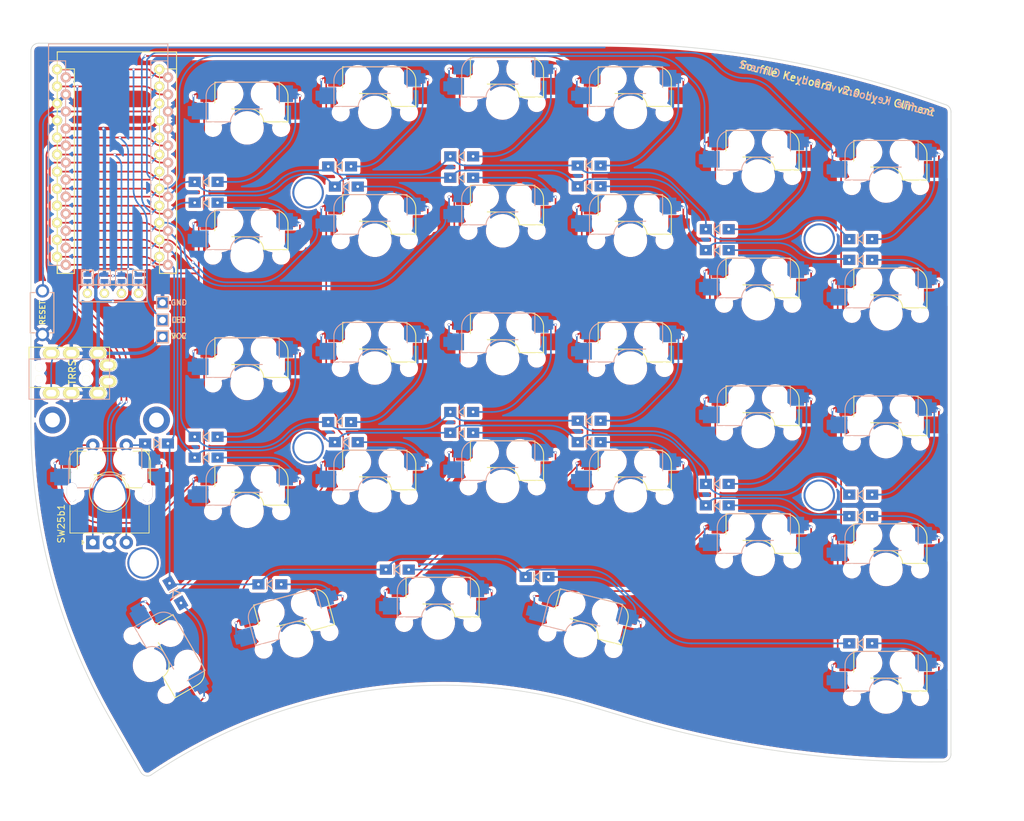
<source format=kicad_pcb>
(kicad_pcb (version 20211014) (generator pcbnew)
  (layers (0 "F.Cu" signal) (31 "B.Cu" signal) (34 "B.Paste" user) (35 "F.Paste" user) (36 "B.SilkS" user "B.Silkscreen") (37 "F.SilkS" user "F.Silkscreen") (38 "B.Mask" user) (39 "F.Mask" user) (44 "Edge.Cuts" user))
  (net 0 "")
  (net 1 "row0")
  (net 2 "Net-(D1-Pad2)")
  (net 3 "Net-(D2-Pad2)")
  (net 4 "Net-(D3-Pad2)")
  (net 5 "Net-(D4-Pad2)")
  (net 6 "Net-(D5-Pad2)")
  (net 7 "Net-(D6-Pad2)")
  (net 8 "row1")
  (net 9 "Net-(D7-Pad2)")
  (net 10 "Net-(D8-Pad2)")
  (net 11 "Net-(D9-Pad2)")
  (net 12 "Net-(D10-Pad2)")
  (net 13 "Net-(D11-Pad2)")
  (net 14 "Net-(D12-Pad2)")
  (net 15 "row2")
  (net 16 "Net-(D13-Pad2)")
  (net 17 "Net-(D14-Pad2)")
  (net 18 "Net-(D15-Pad2)")
  (net 19 "Net-(D16-Pad2)")
  (net 20 "Net-(D17-Pad2)")
  (net 21 "Net-(D18-Pad2)")
  (net 22 "row3")
  (net 23 "Net-(D19-Pad2)")
  (net 24 "Net-(D20-Pad2)")
  (net 25 "Net-(D21-Pad2)")
  (net 26 "Net-(D22-Pad2)")
  (net 27 "Net-(D23-Pad2)")
  (net 28 "Net-(D24-Pad2)")
  (net 29 "row4")
  (net 30 "SW25B")
  (net 31 "Net-(D26-Pad2)")
  (net 32 "Net-(D27-Pad2)")
  (net 33 "Net-(D28-Pad2)")
  (net 34 "Net-(D29-Pad2)")
  (net 35 "Net-(D30-Pad2)")
  (net 36 "VCC")
  (net 37 "LED")
  (net 38 "GND")
  (net 39 "DATA")
  (net 41 "Net-(J3-Pad1)")
  (net 42 "Net-(J3-Pad2)")
  (net 43 "Net-(J3-Pad3)")
  (net 44 "Net-(J3-Pad4)")
  (net 45 "SCL")
  (net 46 "SDA")
  (net 47 "RESET")
  (net 48 "SW25A")
  (net 49 "col4")
  (net 50 "col3")
  (net 51 "col2")
  (net 52 "col1")
  (net 53 "col0")
  (net 54 "ENCA")
  (net 55 "ENCB")
  (net 56 "unconnected-(U1-Pad7)")
  (net 57 "unconnected-(U1-Pad24)")
  (footprint "SofleKeyboard-footprint:CherryMX_Hotswap_mod" (layer "F.Cu") (at 163.284 100.273139)
    (fp_text reference "SW22" hide)
    (fp_text value "SW_PUSH" hide)
  )
  (footprint "SofleKeyboard-footprint:CherryMX_Hotswap_mod" (layer "F.Cu") (at 125.184 62.173139)
    (fp_text reference "SW8" hide)
    (fp_text value "SW_PUSH" hide)
  )
  (footprint "SofleKeyboard-footprint:CherryMX_Hotswap_mod" (layer "F.Cu") (at 201.384 54.098139)
    (fp_text reference "SW6" hide)
    (fp_text value "SW_PUSH" hide)
  )
  (footprint "SofleKeyboard-footprint:CherryMX_Hotswap_mod" (layer "F.Cu") (at 144.234 79.823139)
    (fp_text reference "SW15" hide)
    (fp_text value "SW_PUSH" hide)
  )
  (footprint "SofleKeyboard-footprint:HOLE_M2_TH" (layer "F.Cu") (at 115.234 93.073139)
    (fp_text reference "TH5" hide)
    (fp_text value "HOLE" hide)
  )
  (footprint "SofleKeyboard-footprint:CherryMX_Hotswap_mod" (layer "F.Cu") (at 163.284 62.173139)
    (fp_text reference "SW10" hide)
    (fp_text value "SW_PUSH" hide)
  )
  (footprint "SofleKeyboard-footprint:Jumper" (layer "F.Cu") (at 87.414 67.787139 90)
    (fp_text reference "JP2" hide)
    (fp_text value "SolderJumper_2_Open" hide)
  )
  (footprint "SofleKeyboard-footprint:LED" (layer "F.Cu") (at 93.534 76.573139 180)
    (fp_text reference "J1" hide)
    (fp_text value "LED" hide)
  )
  (footprint "SofleKeyboard-footprint:Diode_SOD123" (layer "F.Cu") (at 138.134 90.873139)
    (fp_text reference "D21" hide)
    (fp_text value "D" hide)
  )
  (footprint "SofleKeyboard-footprint:CherryMX_Hotswap_mod" (layer "F.Cu") (at 113.514 121.893139 15)
    (fp_text reference "SW27" hide)
    (fp_text value "SW_PUSH" hide)
  )
  (footprint "SofleKeyboard-footprint:CherryMX_Hotswap_mod" (layer "F.Cu") (at 106.134 45.423139)
    (fp_text reference "SW1" hide)
    (fp_text value "SW_PUSH" hide)
  )
  (footprint "SofleKeyboard-footprint:Diode_SOD123" (layer "F.Cu") (at 100.034 53.473139)
    (fp_text reference "D1" hide)
    (fp_text value "D" hide)
  )
  (footprint "SofleKeyboard-footprint:Diode_SOD123" (layer "F.Cu") (at 197.61525 61.998139)
    (fp_text reference "D6" hide)
    (fp_text value "D" hide)
  )
  (footprint "SofleKeyboard-footprint:CherryMX_Hotswap_mod" (layer "F.Cu") (at 201.384 73.148139)
    (fp_text reference "SW12" hide)
    (fp_text value "SW_PUSH" hide)
  )
  (footprint "Rotary_Encoder:RotaryEncoder_Alps_EC11E-Switch_Vertical_H20mm" (layer "F.Cu") (at 83.134 107.223139 90)
    (fp_text reference "SW25b1")
    (fp_text value "RotaryEncoder_Switch")
  )
  (footprint "SofleKeyboard-footprint:Diode_SOD123" (layer "F.Cu") (at 95.434 114.773139 -60)
    (fp_text reference "D26" hide)
    (fp_text value "D" hide)
  )
  (footprint "SofleKeyboard-footprint:CherryMX_Hotswap_mod" (layer "F.Cu") (at 182.334 71.648139)
    (fp_text reference "SW11" hide)
    (fp_text value "SW_PUSH" hide)
  )
  (footprint "SofleKeyboard-footprint:CherryMX_Hotswap_mod" (layer "F.Cu") (at 106.134 102.573139)
    (fp_text reference "SW19" hide)
    (fp_text value "SW_PUSH" hide)
  )
  (footprint "SofleKeyboard-footprint:TACT_SWITCH_TVBP06" (layer "F.Cu") (at 75.634 72.973139 90)
    (fp_text reference "RSW1" hide)
    (fp_text value "SW_RST" hide)
  )
  (footprint "SofleKeyboard-footprint:CherryMX_Hotswap_mod" (layer "F.Cu") (at 144.234 60.773139)
    (fp_text reference "SW9" hide)
    (fp_text value "SW_PUSH" hide)
  )
  (footprint "SofleKeyboard-footprint:CherryMX_Hotswap_mod" (layer "F.Cu") (at 182.334 90.698139)
    (fp_text reference "SW17" hide)
    (fp_text value "SW_PUSH" hide)
  )
  (footprint "SofleKeyboard-footprint:HOLE_M2_TH" (layer "F.Cu") (at 115.234 55.073139)
    (fp_text reference "TH3" hide)
    (fp_text value "HOLE" hide)
  )
  (footprint "SofleKeyboard-footprint:CherryMX_Hotswap_mod" (layer "F.Cu") (at 182.334 109.748139)
    (fp_text reference "SW23" hide)
    (fp_text value "SW_PUSH" hide)
  )
  (footprint "SofleKeyboard-footprint:Diode_SOD123" (layer "F.Cu") (at 176.234 63.648139)
    (fp_text reference "D11" hide)
    (fp_text value "D" hide)
  )
  (footprint "SofleKeyboard-footprint:CherryMX_Hotswap_mod" (layer "F.Cu") (at 85.634 99.973139)
    (fp_text reference "SW25" hide)
    (fp_text value "SW_PUSH" hide)
  )
  (footprint "SofleKeyboard-footprint:Diode_SOD123" (layer "F.Cu") (at 109.534 113.473139)
    (fp_text reference "D27" hide)
    (fp_text value "D" hide)
  )
  (footprint "SofleKeyboard-footprint:Diode_SOD123" (layer "F.Cu") (at 120.934 54.173139)
    (fp_text reference "D8" hide)
    (fp_text value "D" hide)
  )
  (footprint "SofleKeyboard-footprint:MJ-4PP-9" (layer "F.Cu") (at 73.634 81.123139 90)
    (fp_text reference "J2")
    (fp_text value "4PIN" hide)
  )
  (footprint "SofleKeyboard-footprint:CherryMX_Hotswap_1.5_mod" (layer "F.Cu") (at 91.594 125.543139 -60)
    (fp_text reference "SW26" hide)
    (fp_text value "SW_PUSH" hide)
  )
  (footprint "SofleKeyboard-footprint:Diode_SOD123" (layer "F.Cu") (at 138.134 49.673139)
    (fp_text reference "D3" hide)
    (fp_text value "D" hide)
  )
  (footprint "SofleKeyboard-footprint:M2_HOLE_PCB" (layer "F.Cu") (at 77.134 88.973139)
    (fp_text reference "TH1" hide)
    (fp_text value "HOLE")
  )
  (footprint "SofleKeyboard-footprint:Diode_SOD123" (layer "F.Cu") (at 100.034 94.573139)
    (fp_text reference "D19" hide)
    (fp_text value "D" hide)
  )
  (footprint "SofleKeyboard-footprint:OLED_4Pin" (layer "F.Cu") (at 82.334 70.073139)
    (fp_text reference "J3" hide)
    (fp_text value "OLED" hide)
  )
  (footprint "SofleKeyboard-footprint:Diode_SOD123" (layer "F.Cu") (at 157.134 92.273139)
    (fp_text reference "D22" hide)
    (fp_text value "D" hide)
  )
  (footprint "SofleKeyboard-footprint:M2_HOLE_PCB" (layer "F.Cu") (at 92.634 88.973139)
    (fp_text reference "TH2" hide)
    (fp_text value "HOLE")
  )
  (footprint "SofleKeyboard-footprint:CherryMX_Hotswap_mod" (layer "F.Cu") (at 125.184 43.123139)
    (fp_text reference "SW2" hide)
    (fp_text value "SW_PUSH" hide)
  )
  (footprint "SofleKeyboard-footprint:Diode_SOD123" (layer "F.Cu") (at 92.634 92.473139 180)
    (fp_text reference "D25" hide)
    (fp_text value "D" hide)
  )
  (footprint "SofleKeyboard-footprint:Diode_SOD123" (layer "F.Cu") (at 157.134 54.135639)
    (fp_text reference "D10" hide)
    (fp_text value "D" hide)
  )
  (footprint "SofleKeyboard-footprint:Diode_SOD123" (layer "F.Cu") (at 138.134 87.773139)
    (fp_text reference "D15" hide)
    (fp_text value "D" hide)
  )
  (footprint "SofleKeyboard-footprint:Diode_SOD123" (layer "F.Cu") (at 100.034 56.573139)
    (fp_text reference "D7" hide)
    (fp_text value "D" hide)
  )
  (footprint "SofleKeyboard-footprint:Diode_SOD123" (layer "F.Cu") (at 157.134 89.073139)
    (fp_text reference "D16" hide)
    (fp_text value "D" hide)
  )
  (footprint "SofleKeyboard-footprint:CherryMX_Hotswap_mod" (layer "F.Cu") (at 125.184 100.273139)
    (fp_text reference "SW20" hide)
    (fp_text value "SW_PUSH" hide)
  )
  (footprint "SofleKeyboard-footprint:CherryMX_Hotswap_mod" (layer "F.Cu") (at 201.384 111.248139)
    (fp_text reference "SW24" hide)
    (fp_text value "SW_PUSH" hide)
  )
  (footprint "SofleKeyboard-footprint:CherryMX_Hotswap_mod" (layer "F.Cu") (at 134.634 119.223139)
    (fp_text reference "SW28" hide)
    (fp_text value "SW_PUSH" hide)
  )
  (footprint "SofleKeyboard-footprint:Diode_SOD123" (layer "F.Cu") (at 197.61525 100.098139)
    (fp_text reference "D18" hide)
    (fp_text value "D" hide)
  )
  (footprint "SofleKeyboard-footprint:CherryMX_Hotswap_mod" (layer "F.Cu") (at 182.334 52.598139)
    (fp_text reference "SW5" hide)
    (fp_text value "SW_PUSH" hide)
  )
  (footprint "SofleKeyboard-footprint:Diode_SOD123" (layer "F.Cu") (at 128.534 111.273139)
    (fp_text reference "D28" hide)
    (fp_text value "D" hide)
  )
  (footprint "SofleKeyboard-footprint:Diode_SOD123" (layer "F.Cu") (at 197.61525 103.298139)
    (fp_text reference "D24" hide)
    (fp_text value "D" hide)
  )
  (footprint "SofleKeyboard-footprint:Diode_SOD123" (layer "F.Cu") (at 197.61525 65.098139)
    (fp_text reference "D12" hide)
    (fp_text value "D" hide)
  )
  (footprint "SofleKeyboard-footprint:Jumper" (layer "F.Cu") (at 82.334 67.787139 90)
    (fp_text reference "JP4" hide)
    (fp_text value "SolderJumper_2_Open" hide)
  )
  (footprint "SofleKeyboard-footprint:ProMicro" (layer "F.Cu") (at 86.634 51.473139)
    (fp_text reference "U1" hide)
    (fp_text value "ProMicro" hide)
  )
  (footprint "SofleKeyboard-footprint:Diode_SOD123" (layer "F.Cu") (at 176.234 60.535639)
    (fp_text reference "D5" hide)
    (fp_text value "D" hide)
  )
  (footprint "SofleKeyboard-footprint:CherryMX_Hotswap_mod" (layer "F.Cu") (at 163.284 81.223139)
    (fp_text reference "SW16" hide)
    (fp_text value "SW_PUSH" hide)
  )
  (footprint "SofleKeyboard-footprint:Diode_SOD123" (layer "F.Cu") (at 149.368637 112.368138)
    (fp_text reference "D29" hide)
    (fp_text value "D" hide)
  )
  (footprint "SofleKeyboard-footprint:Diode_SOD123" (layer "F.Cu") (at 138.134 52.848139)
    (fp_text reference "D9" hide)
    (fp_text value "D" hide)
  )
  (footprint "SofleKeyboard-footprint:Jumper" (layer "F.Cu") (at 89.954 67.787139 90)
    (fp_text reference "JP1" hide)
    (fp_text value "SolderJumper_2_Open" hide)
  )
  (footprint "SofleKeyboard-footprint:HOLE_M2_TH" (layer "F.Cu") (at 191.434 61.998139)
    (fp_text reference "TH4" hide)
    (fp_text value "HOLE" hide)
  )
  (footprint "SofleKeyboard-footprint:Diode_SOD123" (layer "F.Cu") (at 176.234 98.498139)
    (fp_text reference "D17" hide)
    (fp_text value "D" hide)
  )
  (footprint "SofleKeyboard-footprint:CherryMX_Hotswap_mod" (layer "F.Cu") (at 125.184 81.223139)
    (fp_text reference "SW14" hide)
    (fp_text value "SW_PUSH" hide)
  )
  (footprint "SofleKeyboard-footprint:Diode_SOD123" (layer "F.Cu") (at 176.234 101.698139)
    (fp_text reference "D23" hide)
    (fp_text value "D" hide)
  )
  (footprint "SofleKeyboard-footprint:CherryMX_Hotswap_mod" (layer "F.Cu") (at 106.134 64.473139)
    (fp_text reference "SW7" hide)
    (fp_text value "SW_PUSH" hide)
  )
  (footprint "SofleKeyboard-footprint:Diode_SOD123" (layer "F.Cu") (at 157.134 51.035639)
    (fp_text reference "D4" hide)
    (fp_text value "D" hide)
  )
  (footprint "SofleKeyboard-footprint:Diode_SOD123" (layer "F.Cu") (at 120.934 92.273139)
    (fp_text reference "D20" hide)
    (fp_text value "D" hide)
  )
  (footprint "SofleKeyboard-footprint:Jumper" (layer "F.Cu") (at 84.874 67.787139 90)
    (fp_text reference "JP3" hide)
    (fp_text value "SolderJumper_2_Open" hide)
  )
  (footprint "SofleKeyboard-footprint:CherryMX_Hotswap_mod" (layer "F.Cu") (at 163.284 43.123139)
    (fp_text reference "SW4" hide)
    (fp_text value "SW_PUSH" hide)
  )
  (footprint "SofleKeyboard-footprint:CherryMX_Hotswap_mod" (layer "F.Cu") (at 144.234 41.723139)
    (fp_text reference "SW3" hide)
    (fp_text value "SW_PUSH" hide)
  )
  (footprint "SofleKeyboard-footprint:CherryMX_Hotswap_mod" (layer "F.Cu") (at 201.384 130.27154)
    (fp_text reference "SW30" hide)
    (fp_text value "SW_PUSH" hide)
  )
  (footprint "SofleKeyboard-footprint:Diode_SOD123" (layer "F.Cu") (at 119.934 51.173139)
    (fp_text reference "D2" hide)
    (fp_text value "D" hide)
  )
  (footprint "SofleKeyboard-footprint:HOLE_M2_TH" (layer "F.Cu") (at 191.434 100.198139)
    (fp_text reference "TH6" hide)
    (fp_text value "HOLE" hide)
  )
  (footprint "SofleKeyboard-footprint:CherryMX_Hotswap_mod" (layer "F.Cu") (at 144.234 98.873139)
    (fp_text reference "SW21" hide)
    (fp_text value "SW_PUSH" hide)
  )
  (footprint "SofleKeyboard-footprint:Diode_SOD123" (layer "F.Cu") (at 197.61525 122.270539)
    (fp_text reference "D30" hide)
    (fp_text value "D" hide)
  )
  (footprint "SofleKeyboard-footprint:CherryMX_Hotswap_mod" (layer "F.Cu") (at 155.831137 121.893138 -14)
    (fp_text reference "SW29" hide)
    (fp_text value "SW_PUSH" hide)
  )
  (footprint "SofleKeyboard-footprint:HOLE_M2_TH" (layer "F.Cu") (at 90.634 110.273139 90)
    (fp_text reference "TH7" hide)
    (fp_text value "HOLE" hide)
  )
  (footprint "SofleKeyboard-footprint:Diode_SOD123" (layer "F.Cu") (at 119.934 89.273139)
    (fp_text reference "D14" hide)
    (fp_text value "D" hide)
  )
  (footprint "SofleKeyboard-footprint:CherryMX_Hotswap_mod" (layer "F.Cu") (at 106.134 83.523139)
    (fp_text reference "SW13" hide)
    (fp_text value "SW_PUSH" hide)
  )
  (footprint "SofleKeyboard-footprint:CherryMX_Hotswap_mod" (layer "F.Cu") (at 201.384 92.198139)
    (fp_text reference "SW18" hide)
    (fp_text value "SW_PUSH" hide)
  )
  (footprint "SofleKeyboard-footprint:Diode_SOD123" (layer "F.Cu") (at 100.034 91.473139)
    (fp_text reference "D13" hide)
    (fp_text value "D" hide)
  )
  (footprint "SofleKeyboard-footprint:Jumper" (layer "B.Cu") (at 84.874 67.787139 90)
    (fp_text reference "JP7" hide)
    (fp_text value "SolderJumper_2_Open" hide)
  )
  (footprint "SofleKeyboard-footprint:Jumper" (layer "B.Cu") (at 87.414 67.787139 90)
    (fp_text reference "JP6" hide)
    (fp_text value "SolderJumper_2_Open" hide)
  )
  (footprint "SofleKeyboard-footprint:Jumper" (layer "B.Cu") (at 82.334 67.787139 90)
    (fp_text reference "JP8" hide)
    (fp_text value "SolderJumper_2_Open" hide)
  )
  (footprint "SofleKeyboard-footprint:Jumper" (layer "B.Cu") (at 89.954 67.787139 90)
    (fp_text reference "JP5" hide)
    (fp_text value "SolderJumper_2_Open" hide)
  )
  (gr_line (start 90.40507 141.641469) (end 90.283386 141.469069) (layer "Edge.Cuts") (width 0.1))
  (gr_line (start 73.998377 33.502153) (end 74.10459 33.306466) (layer "Edge.Cuts") (width 0.1))
  (gr_line (start 210.019191 139.917143) (end 209.7636 139.935639) (layer "Edge.Cuts") (width 0.1))
  (gr_line (start 210.437331 139.801743) (end 210.236601 139.878543) (layer "Edge.Cuts") (width 0.1))
  (gr_line (start 210.917881 42.466614) (end 211.004281 42.647479) (layer "Edge.Cuts") (width 0.1))
  (gr_line (start 91.506976 142.022919) (end 91.302308 142.045119) (layer "Edge.Cuts") (width 0.1))
  (gr_line (start 74.245259 33.13597) (end 74.415752 32.995299) (layer "Edge.Cuts") (width 0.1))
  (gr_line (start 211.004281 42.647479) (end 211.058381 42.843378) (layer "Edge.Cuts") (width 0.1))
  (gr_line (start 74.611436 32.889084) (end 74.82768 32.821954) (layer "Edge.Cuts") (width 0.1))
  (gr_line (start 211.0717 138.779939) (end 211.057881 138.988205) (layer "Edge.Cuts") (width 0.1))
  (gr_line (start 210.997481 139.194474) (end 210.901481 139.383074) (layer "Edge.Cuts") (width 0.1))
  (gr_line (start 90.283386 141.469069) (end 85.872 133.769139) (layer "Edge.Cuts") (width 0.1))
  (gr_line (start 210.660621 42.164407) (end 210.802321 42.304389) (layer "Edge.Cuts") (width 0.1))
  (gr_line (start 91.709202 141.962619) (end 91.881794 141.860999) (layer "Edge.Cuts") (width 0.1))
  (gr_line (start 210.802321 42.304389) (end 210.917881 42.466614) (layer "Edge.Cuts") (width 0.1))
  (gr_line (start 90.720149 141.899419) (end 90.552207 141.785459) (layer "Edge.Cuts") (width 0.1))
  (gr_line (start 164.358 133.769139) (end 157.5 131.737139) (layer "Edge.Cuts") (width 0.1))
  (gr_line (start 91.302308 142.045119) (end 91.099848 142.030819) (layer "Edge.Cuts") (width 0.1))
  (gr_line (start 209.7636 139.935639) (end 209.535 139.935639) (layer "Edge.Cuts") (width 0.1))
  (gr_line (start 210.617591 139.690824) (end 210.437331 139.801743) (layer "Edge.Cuts") (width 0.1))
  (gr_arc (start 85.872 133.769139) (mid 77.043897 112.704637) (end 73.909257 90.081139) (layer "Edge.Cuts") (width 0.1))
  (gr_line (start 210.773571 139.549894) (end 210.617591 139.690824) (layer "Edge.Cuts") (width 0.1))
  (gr_arc (start 158.008 32.798624) (mid 184.66071 35.105324) (end 210.495871 42.050273) (layer "Edge.Cuts") (width 0.1))
  (gr_line (start 74.10459 33.306466) (end 74.245259 33.13597) (layer "Edge.Cuts") (width 0.1))
  (gr_line (start 73.931257 33.7184) (end 73.998377 33.502153) (layer "Edge.Cuts") (width 0.1))
  (gr_line (start 73.909257 90.081139) (end 73.907857 33.950574) (layer "Edge.Cuts") (width 0.1))
  (gr_line (start 210.236601 139.878543) (end 210.019191 139.917143) (layer "Edge.Cuts") (width 0.1))
  (gr_line (start 210.901481 139.383074) (end 210.773571 139.549894) (layer "Edge.Cuts") (width 0.1))
  (gr_line (start 91.709202 141.962619) (end 91.506976 142.022919) (layer "Edge.Cuts") (width 0.1))
  (gr_line (start 91.099848 142.030819) (end 90.904246 141.981719) (layer "Edge.Cuts") (width 0.1))
  (gr_line (start 211.058381 42.843378) (end 211.077181 43.050709) (layer "Edge.Cuts") (width 0.1))
  (gr_line (start 211.057881 138.988205) (end 210.997481 139.194474) (layer "Edge.Cuts") (width 0.1))
  (gr_arc (start 91.881794 141.860999) (mid 123.551225 129.412239) (end 157.5 131.737139) (layer "Edge.Cuts") (width 0.1))
  (gr_line (start 75.059853 32.798544) (end 158.008 32.798624) (layer "Edge.Cuts") (width 0.1))
  (gr_line (start 74.82768 32.821954) (end 75.059853 32.798544) (layer "Edge.Cuts") (width 0.1))
  (gr_line (start 90.904246 141.981719) (end 90.720149 141.899419) (layer "Edge.Cuts") (width 0.1))
  (gr_line (start 74.415752 32.995299) (end 74.611436 32.889084) (layer "Edge.Cuts") (width 0.1))
  (gr_line (start 210.495871 42.050273) (end 210.660621 42.164407) (layer "Edge.Cuts") (width 0.1))
  (gr_line (start 73.907857 33.950574) (end 73.931257 33.7184) (layer "Edge.Cuts") (width 0.1))
  (gr_line (start 211.077181 43.050709) (end 211.0717 138.779939) (layer "Edge.Cuts") (width 0.1))
  (gr_arc (start 209.535 139.935639) (mid 186.721075 138.503894) (end 164.358 133.769139) (layer "Edge.Cuts") (width 0.1))
  (gr_line (start 90.552207 141.785459) (end 90.40507 141.641469) (layer "Edge.Cuts") (width 0.1))
  (gr_text "Soufflé Keyboard v2.0 by J Climent" (at 194.076 39.535139 -14) (layer "B.SilkS") (effects (font (size 1.1 1.1) (thickness 0.2)) (justify mirror)))
  (gr_text "Soufflé Keyboard v2.0 by J Climent\n" (at 194.076 39.535139 -14) (layer "F.SilkS") (effects (font (size 1.1 1.1) (thickness 0.2))))
  (segment (start 90.671229 54.483139) (end 77.814 54.483139) (width 0.25) (layer "F.Cu") (net 1))
  (segment (start 93.319381 55.678884) (end 94.352815 55.678884) (width 0.25) (layer "F.Cu") (net 1))
  (segment (start 92.132552 55.098942) (end 92.283355 55.249746) (width 0.25) (layer "F.Cu") (net 1))
  (segment (start 92.114621 55.081011) (end 92.132552 55.098942) (width 0.25) (layer "F.Cu") (net 1))
  (arc (start 92.283355 55.249746) (mid 92.758687 55.567354) (end 93.319381 55.678884) (width 0.25) (layer "F.Cu") (net 1))
  (arc (start 92.114621 55.081011) (mid 91.452387 54.63852) (end 90.671229 54.483139) (width 0.25) (layer "F.Cu") (net 1))
  (segment (start 95.930847 54.100851) (end 94.352815 55.678884) (width 0.25) (layer "B.Cu") (net 1))
  (segment (start 154.67386 51.035639) (end 138.759932 51.035639) (width 0.25) (layer "B.Cu") (net 1))
  (segment (start 100.819974 54.929389) (end 107.013935 54.929389) (width 0.25) (layer "B.Cu") (net 1))
  (segment (start 120.325205 52.398139) (end 131.782134 52.398139) (width 0.25) (layer "B.Cu") (net 1))
  (segment (start 117.241744 51.754389) (end 114.679064 51.754389) (width 0.25) (layer "B.Cu") (net 1))
  (segment (start 188.456999 60.648138) (end 188.864752 60.240387) (width 0.25) (layer "B.Cu") (net 1))
  (segment (start 135.75275 50.354389) (end 135.0715 51.035639) (width 0.25) (layer "B.Cu") (net 1))
  (segment (start 185.016745 62.073139) (end 177.158676 62.073139) (width 0.25) (layer "B.Cu") (net 1))
  (segment (start 157.269139 52.110639) (end 165.703932 52.110639) (width 0.25) (layer "B.Cu") (net 1))
  (segment (start 173.880316 58.033059) (end 169.551688 53.704431) (width 0.25) (layer "B.Cu") (net 1))
  (segment (start 194.099665 60.182554) (end 195.91525 61.998139) (width 0.25) (layer "B.Cu") (net 1))
  (segment (start 175.187683 61.189322) (end 175.30275 61.304389) (width 0.25) (layer "B.Cu") (net 1))
  (segment (start 98.961712 54.100851) (end 99.062125 54.201264) (width 0.25) (layer "B.Cu") (net 1))
  (segment (start 191.783462 59.223141) (end 191.320645 59.223138) (width 0.25) (layer "B.Cu") (net 1))
  (segment (start 118.8465 51.785639) (end 118.524625 51.463764) (width 0.25) (layer "B.Cu") (net 1))
  (arc (start 118.524625 51.463764) (mid 118.234 51.343383) (end 117.943375 51.463764) (width 0.25) (layer "B.Cu") (net 1))
  (arc (start 97.44628 53.473139) (mid 96.626133 53.636276) (end 95.930847 54.100851) (width 0.25) (layer "B.Cu") (net 1))
  (arc (start 174.534 59.611191) (mid 174.703886 60.465269) (end 175.187683 61.189322) (width 0.25) (layer "B.Cu") (net 1))
  (arc (start 114.679064 51.754389) (mid 112.604895 52.166966) (end 110.8465 53.341889) (width 0.25) (layer "B.Cu") (net 1))
  (arc (start 155.9715 51.573139) (mid 156.566861 51.970947) (end 157.269139 52.110639) (width 0.25) (layer "B.Cu") (net 1))
  (arc (start 175.30275 61.304389) (mid 176.154256 61.873347) (end 177.158676 62.073139) (width 0.25) (layer "B.Cu") (net 1))
  (arc (start 110.8465 53.341889) (mid 109.088104 54.516811) (end 107.013935 54.929389) (width 0.25) (layer "B.Cu") (net 1))
  (arc (start 137.11525 50.354389) (mid 136.434 50.072206) (end 135.75275 50.354389) (width 0.25) (layer "B.Cu") (net 1))
  (arc (start 173.880316 58.033059) (mid 174.364113 58.757112) (end 174.534 59.611191) (width 0.25) (layer "B.Cu") (net 1))
  (arc (start 118.8465 51.785639) (mid 119.524935 52.238955) (end 120.325205 52.398139) (width 0.25) (layer "B.Cu") (net 1))
  (arc (start 169.551688 53.704431) (mid 167.786322 52.524852) (end 165.703932 52.110639) (width 0.25) (layer "B.Cu") (net 1))
  (arc (start 98.961712 54.100851) (mid 98.266426 53.636276) (end 97.44628 53.473139) (width 0.25) (layer "B.Cu") (net 1))
  (arc (start 155.9715 51.573139) (mid 155.376137 51.17533) (end 154.67386 51.035639) (width 0.25) (layer "B.Cu") (net 1))
  (arc (start 194.099665 60.182554) (mid 193.036982 59.472489) (end 191.783462 59.223141) (width 0.25) (layer "B.Cu") (net 1))
  (arc (start 188.456999 60.648138) (mid 186.878597 61.702793) (end 185.016745 62.073139) (width 0.25) (layer "B.Cu") (net 1))
  (arc (start 135.0715 51.035639) (mid 133.562326 52.044036) (end 131.782134 52.398139) (width 0.25) (layer "B.Cu") (net 1))
  (arc (start 99.062125 54.201264) (mid 99.868633 54.740155) (end 100.819974 54.929389) (width 0.25) (layer "B.Cu") (net 1))
  (arc (start 191.320645 59.223138) (mid 189.991526 59.487507) (end 188.864752 60.240387) (width 0.25) (layer "B.Cu") (net 1))
  (arc (start 117.943375 51.463764) (mid 117.621463 51.678858) (end 117.241744 51.754389) (width 0.25) (layer "B.Cu") (net 1))
  (arc (start 137.11525 50.354389) (mid 137.869836 50.858587) (end 138.759932 51.035639) (width 0.25) (layer "B.Cu") (net 1))
  (segment (start 114.32775 42.666889) (end 114.634 42.973139) (width 0.25) (layer "F.Cu") (net 2))
  (segment (start 114.0215 40.641889) (end 114.0215 41.927536) (width 0.25) (layer "F.Cu") (net 2))
  (via (at 114.0215 40.641889) (size 0.4) (drill 0.3) (layers "F.Cu" "B.Cu") (net 2))
  (arc (start 114.0215 41.927536) (mid 114.101091 42.32767) (end 114.32775 42.666889) (width 0.25) (layer "F.Cu") (net 2))
  (segment (start 113.543375 40.373139) (end 113.562715 40.373139) (width 0.25) (layer "B.Cu") (net 2))
  (segment (start 113.887125 40.507514) (end 114.0215 40.641889) (width 0.25) (layer "B.Cu") (net 2))
  (segment (start 113.334 40.582514) (end 113.334 44.564) (width 0.25) (layer "B.Cu") (net 2))
  (segment (start 104.424861 53.473139) (end 101.734 53.473139) (width 0.25) (layer "B.Cu") (net 2))
  (segment (start 108.272617 51.879346) (end 111.740207 48.411756) (width 0.25) (layer "B.Cu") (net 2))
  (arc (start 108.272617 51.879346) (mid 106.507251 53.058925) (end 104.424861 53.473139) (width 0.25) (layer "B.Cu") (net 2))
  (arc (start 113.334 44.564) (mid 112.919786 46.64639) (end 111.740207 48.411756) (width 0.25) (layer "B.Cu") (net 2))
  (arc (start 113.887125 40.507514) (mid 113.738284 40.408061) (end 113.562715 40.373139) (width 0.25) (layer "B.Cu") (net 2))
  (arc (start 113.543375 40.373139) (mid 113.395324 40.434463) (end 113.334 40.582514) (width 0.25) (layer "B.Cu") (net 2))
  (segment (start 133.35275 40.291889) (end 133.634 40.573139) (width 0.25) (layer "F.Cu") (net 3))
  (segment (start 133.0715 38.260639) (end 133.0715 39.612891) (width 0.25) (layer "F.Cu") (net 3))
  (via (at 133.0715 38.260639) (size 0.4) (drill 0.3) (layers "F.Cu" "B.Cu") (net 3))
  (arc (start 133.0715 39.612891) (mid 133.144594 39.980362) (end 133.35275 40.291889) (width 0.25) (layer "F.Cu") (net 3))
  (segment (start 132.559 37.973139) (end 132.580706 37.973139) (width 0.25) (layer "B.Cu") (net 3))
  (segment (start 132.92775 38.116889) (end 133.0715 38.260639) (width 0.25) (layer "B.Cu") (net 3))
  (segment (start 123.27775 51.173139) (end 121.634 51.173139) (width 0.25) (layer "B.Cu") (net 3))
  (segment (start 132.334 38.198139) (end 132.334 41.506675) (width 0.25) (layer "B.Cu") (net 3))
  (segment (start 126.083806 50.010832) (end 130.740207 45.354431) (width 0.25) (layer "B.Cu") (net 3))
  (arc (start 132.559 37.973139) (mid 132.3999 38.039039) (end 132.334 38.198139) (width 0.25) (layer "B.Cu") (net 3))
  (arc (start 132.334 41.506675) (mid 131.919786 43.589065) (end 130.740207 45.354431) (width 0.25) (layer "B.Cu") (net 3))
  (arc (start 126.083806 50.010832) (mid 124.796376 50.871065) (end 123.27775 51.173139) (width 0.25) (layer "B.Cu") (net 3))
  (arc (start 132.92775 38.116889) (mid 132.768525 38.010498) (end 132.580706 37.973139) (width 0.25) (layer "B.Cu") (net 3))
  (segment (start 152.1215 36.673139) (end 152.1215 38.137536) (width 0.25) (layer "F.Cu") (net 4))
  (segment (start 152.42775 38.876889) (end 152.734 39.183139) (width 0.25) (layer "F.Cu") (net 4))
  (via (at 152.1215 36.673139) (size 0.4) (drill 0.3) (layers "F.Cu" "B.Cu") (net 4))
  (arc (start 152.1215 38.137536) (mid 152.201091 38.53767) (end 152.42775 38.876889) (width 0.25) (layer "F.Cu") (net 4))
  (segment (start 151.434 36.881889) (end 151.434 40.774) (width 0.25) (layer "B.Cu") (net 4))
  (segment (start 142.534861 49.673139) (end 139.834 49.673139) (width 0.25) (layer "B.Cu") (net 4))
  (segment (start 146.382617 48.079346) (end 149.840207 44.621756) (width 0.25) (layer "B.Cu") (net 4))
  (segment (start 151.96786 36.583139) (end 151.73275 36.583139) (width 0.25) (layer "B.Cu") (net 4))
  (segment (start 152.0765 36.628139) (end 152.1215 36.673139) (width 0.25) (layer "B.Cu") (net 4))
  (arc (start 151.434 40.774) (mid 151.019786 42.85639) (end 149.840207 44.621756) (width 0.25) (layer "B.Cu") (net 4))
  (arc (start 152.0765 36.628139) (mid 152.026655 36.594834) (end 151.96786 36.583139) (width 0.25) (layer "B.Cu") (net 4))
  (arc (start 151.73275 36.583139) (mid 151.521501 36.67064) (end 151.434 36.881889) (width 0.25) (layer "B.Cu") (net 4))
  (arc (start 146.382617 48.079346) (mid 144.617251 49.258925) (end 142.534861 49.673139) (width 0.25) (layer "B.Cu") (net 4))
  (segment (start 171.1715 39.612891) (end 171.1715 38.260639) (width 0.25) (layer "F.Cu") (net 5))
  (segment (start 171.45275 40.291889) (end 171.734 40.573139) (width 0.25) (layer "F.Cu") (net 5))
  (via (at 171.1715 38.260639) (size 0.4) (drill 0.3) (layers "F.Cu" "B.Cu") (net 5))
  (arc (start 171.1715 39.612891) (mid 171.244594 39.980362) (end 171.45275 40.291889) (width 0.25) (layer "F.Cu") (net 5))
  (segment (start 170.680706 37.973139) (end 170.659 37.973139) (width 0.25) (layer "B.Cu") (net 5))
  (segment (start 168.840207 46.011756) (end 165.410117 49.441846) (width 0.25) (layer "B.Cu") (net 5))
  (segment (start 170.434 42.164) (end 170.434 38.198139) (width 0.25) (layer "B.Cu") (net 5))
  (segment (start 161.562361 51.035639) (end 158.834 51.035639) (width 0.25) (layer "B.Cu") (net 5))
  (segment (start 171.02775 38.116889) (end 171.1715 38.260639) (width 0.25) (layer "B.Cu") (net 5))
  (arc (start 171.02775 38.116889) (mid 170.868525 38.010498) (end 170.680706 37.973139) (width 0.25) (layer "B.Cu") (net 5))
  (arc (start 170.434 42.164) (mid 170.019786 44.24639) (end 168.840207 46.011756) (width 0.25) (layer "B.Cu") (net 5))
  (arc (start 165.410117 49.441846) (mid 163.644751 50.621425) (end 161.562361 51.035639) (width 0.25) (layer "B.Cu") (net 5))
  (arc (start 170.659 37.973139) (mid 170.4999 38.039039) (end 170.434 38.198139) (width 0.25) (layer "B.Cu") (net 5))
  (segment (start 190.52775 49.791889) (end 190.834 50.098139) (width 0.25) (layer "F.Cu") (net 6))
  (segment (start 190.2215 47.785639) (end 190.2215 49.052536) (width 0.25) (layer "F.Cu") (net 6))
  (via (at 190.2215 47.785639) (size 0.4) (drill 0.3) (layers "F.Cu" "B.Cu") (net 6))
  (arc (start 190.2215 49.052536) (mid 190.301091 49.45267) (end 190.52775 49.791889) (width 0.25) (layer "F.Cu") (net 6))
  (segment (start 187.940207 55.536756) (end 184.535117 58.941846) (width 0.25) (layer "B.Cu") (net 6))
  (segment (start 190.075421 47.63956) (end 190.2215 47.785639) (width 0.25) (layer "B.Cu") (net 6))
  (segment (start 180.687361 60.535639) (end 177.934 60.535639) (width 0.25) (layer "B.Cu") (net 6))
  (segment (start 189.534 47.698139) (end 189.534 51.689) (width 0.25) (layer "B.Cu") (net 6))
  (arc (start 189.534 51.689) (mid 189.119786 53.77139) (end 187.940207 55.536756) (width 0.25) (layer "B.Cu") (net 6))
  (arc (start 189.734 47.498139) (mid 189.592578 47.556717) (end 189.534 47.698139) (width 0.25) (layer "B.Cu") (net 6))
  (arc (start 184.535117 58.941846) (mid 182.769751 60.121425) (end 180.687361 60.535639) (width 0.25) (layer "B.Cu") (net 6))
  (arc (start 190.075421 47.63956) (mid 189.918775 47.534893) (end 189.734 47.498139) (width 0.25) (layer "B.Cu") (net 6))
  (segment (start 209.57775 51.291889) (end 209.884 51.598139) (width 0.25) (layer "F.Cu") (net 7))
  (segment (start 209.2715 50.552536) (end 209.2715 49.373139) (width 0.25) (layer "F.Cu") (net 7))
  (via (at 209.2715 49.373139) (size 0.4) (drill 0.3) (layers "F.Cu" "B.Cu") (net 7))
  (arc (start 209.2715 50.552536) (mid 209.351091 50.95267) (end 209.57775 51.291889) (width 0.25) (layer "F.Cu") (net 7))
  (segment (start 208.584 49.154389) (end 208.584 53.189) (width 0.25) (layer "B.Cu") (net 7))
  (segment (start 200.672037 61.998139) (end 199.31525 61.998139) (width 0.25) (layer "B.Cu") (net 7))
  (segment (start 209.2715 49.373139) (end 209.006985 49.108624) (width 0.25) (layer "B.Cu") (net 7))
  (segment (start 202.988218 61.038745) (end 206.990207 57.036756) (width 0.25) (layer "B.Cu") (net 7))
  (arc (start 208.74025 48.998139) (mid 208.629764 49.043903) (end 208.584 49.154389) (width 0.25) (layer "B.Cu") (net 7))
  (arc (start 208.584 53.189) (mid 208.169786 55.27139) (end 206.990207 57.036756) (width 0.25) (layer "B.Cu") (net 7))
  (arc (start 202.988218 61.038745) (mid 201.925545 61.7488) (end 200.672037 61.998139) (width 0.25) (layer "B.Cu") (net 7))
  (arc (start 209.006985 49.108624) (mid 208.884606 49.026853) (end 208.74025 48.998139) (width 0.25) (layer "B.Cu") (net 7))
  (segment (start 93.227878 58.218884) (end 94.352815 58.218884) (width 0.25) (layer "F.Cu") (net 8))
  (segment (start 92.114621 57.621011) (end 92.132552 57.638942) (width 0.25) (layer "F.Cu") (net 8))
  (segment (start 90.671229 57.023139) (end 77.814 57.023139) (width 0.25) (layer "F.Cu") (net 8))
  (segment (start 92.132552 57.638942) (end 92.348057 57.854448) (width 0.25) (layer "F.Cu") (net 8))
  (arc (start 92.348057 57.854448) (mid 92.751722 58.12417) (end 93.227878 58.218884) (width 0.25) (layer "F.Cu") (net 8))
  (arc (start 92.114621 57.621011) (mid 91.452387 57.17852) (end 90.671229 57.023139) (width 0.25) (layer "F.Cu") (net 8))
  (segment (start 111.219973 53.904345) (end 111.232388 53.891931) (width 0.25) (layer "B.Cu") (net 8))
  (segment (start 195.701861 64.973139) (end 190.985056 64.973139) (width 0.25) (layer "B.Cu") (net 8))
  (segment (start 95.175687 57.396011) (end 94.352815 58.218884) (width 0.25) (layer "B.Cu") (net 8))
  (segment (start 176.369139 62.573139) (end 185.190943 62.573139) (width 0.25) (layer "B.Cu") (net 8))
  (segment (start 97.162277 56.573139) (end 97.57386 56.573139) (width 0.25) (layer "B.Cu") (net 8))
  (segment (start 195.85275 65.035639) (end 195.91525 65.098139) (width 0.25) (layer "B.Cu") (net 8))
  (segment (start 118.2965 53.235639) (end 118.5715 53.510639) (width 0.25) (layer "B.Cu") (net 8))
  (segment (start 157.269139 53.060639) (end 166.017536 53.060639) (width 0.25) (layer "B.Cu") (net 8))
  (segment (start 154.8965 53.598139) (end 154.243375 52.945014) (width 0.25) (layer "B.Cu") (net 8))
  (segment (start 170.731158 55.520297) (end 169.865292 54.654431) (width 0.25) (layer "B.Cu") (net 8))
  (segment (start 107.372217 55.498139) (end 100.169139 55.498139) (width 0.25) (layer "B.Cu") (net 8))
  (segment (start 173.9965 63.110639) (end 173.12525 62.239389) (width 0.25) (layer "B.Cu") (net 8))
  (segment (start 171.7165 57.899124) (end 171.7165 58.838365) (width 0.25) (layer "B.Cu") (net 8))
  (segment (start 151.368951 51.754389) (end 138.301148 51.754389) (width 0.25) (layer "B.Cu") (net 8))
  (segment (start 116.033174 52.298139) (end 115.080144 52.298139) (width 0.25) (layer "B.Cu") (net 8))
  (segment (start 135.660601 52.848139) (end 121.495916 52.848139) (width 0.25) (layer "B.Cu") (net 8))
  (arc (start 171.7165 58.838365) (mid 172.082622 60.678986) (end 173.12525 62.239389) (width 0.25) (layer "B.Cu") (net 8))
  (arc (start 169.865292 54.654431) (mid 168.099926 53.474852) (end 166.017536 53.060639) (width 0.25) (layer "B.Cu") (net 8))
  (arc (start 98.8715 56.035639) (mid 98.276137 56.433447) (end 97.57386 56.573139) (width 0.25) (layer "B.Cu") (net 8))
  (arc (start 115.080144 52.298139) (mid 112.997753 52.712352) (end 111.232388 53.891931) (width 0.25) (layer "B.Cu") (net 8))
  (arc (start 118.5715 53.510639) (mid 119.234 53.785055) (end 119.8965 53.510639) (width 0.25) (layer "B.Cu") (net 8))
  (arc (start 136.980875 52.301264) (mid 136.375128 52.70601) (end 135.660601 52.848139) (width 0.25) (layer "B.Cu") (net 8))
  (arc (start 111.219973 53.904345) (mid 109.454607 55.083925) (end 107.372217 55.498139) (width 0.25) (layer "B.Cu") (net 8))
  (arc (start 100.169139 55.498139) (mid 99.466861 55.63783) (end 98.8715 56.035639) (width 0.25) (layer "B.Cu") (net 8))
  (arc (start 188.088 63.773139) (mid 186.758819 62.885008) (end 185.190943 62.573139) (width 0.25) (layer "B.Cu") (net 8))
  (arc (start 121.495916 52.848139) (mid 120.630318 53.020317) (end 119.8965 53.510639) (width 0.25) (layer "B.Cu") (net 8))
  (arc (start 176.369139 62.573139) (mid 175.666861 62.71283) (end 175.0715 63.110639) (width 0.25) (layer "B.Cu") (net 8))
  (arc (start 138.301148 51.754389) (mid 137.586621 51.896517) (end 136.980875 52.301264) (width 0.25) (layer "B.Cu") (net 8))
  (arc (start 195.85275 65.035639) (mid 195.783521 64.989382) (end 195.701861 64.973139) (width 0.25) (layer "B.Cu") (net 8))
  (arc (start 97.162277 56.573139) (mid 96.087142 56.786996) (end 95.175687 57.396011) (width 0.25) (layer "B.Cu") (net 8))
  (arc (start 154.243375 52.945014) (mid 152.924578 52.063822) (end 151.368951 51.754389) (width 0.25) (layer "B.Cu") (net 8))
  (arc (start 188.088 63.773139) (mid 189.41718 64.661269) (end 190.985056 64.973139) (width 0.25) (layer "B.Cu") (net 8))
  (arc (start 118.2965 53.235639) (mid 117.258077 52.541787) (end 116.033174 52.298139) (width 0.25) (layer "B.Cu") (net 8))
  (arc (start 157.269139 53.060639) (mid 156.566861 53.20033) (end 155.9715 53.598139) (width 0.25) (layer "B.Cu") (net 8))
  (arc (start 173.9965 63.110639) (mid 174.534 63.333278) (end 175.0715 63.110639) (width 0.25) (layer "B.Cu") (net 8))
  (arc (start 154.8965 53.598139) (mid 155.434 53.820778) (end 155.9715 53.598139) (width 0.25) (layer "B.Cu") (net 8))
  (arc (start 170.731158 55.520297) (mid 171.460418 56.611712) (end 171.7165 57.899124) (width 0.25) (layer "B.Cu") (net 8))
  (segment (start 114.0215 61.027536) (end 114.0215 59.691889) (width 0.25) (layer "F.Cu") (net 9))
  (segment (start 114.32775 61.766889) (end 114.634 62.073139) (width 0.25) (layer "F.Cu") (net 9))
  (via (at 114.0215 59.691889) (size 0.4) (drill 0.3) (layers "F.Cu" "B.Cu") (net 9))
  (arc (start 114.0215 61.027536) (mid 114.101091 61.42767) (end 114.32775 61.766889) (width 0.25) (layer "F.Cu") (net 9))
  (segment (start 113.64807 59.473139) (end 113.568375 59.473139) (width 0.25) (layer "B.Cu") (net 9))
  (segment (start 113.168271 59.30741) (end 111.884 58.023139) (width 0.25) (layer "B.Cu") (net 9))
  (segment (start 114.0215 59.691889) (end 113.912125 59.582514) (width 0.25) (layer "B.Cu") (net 9))
  (segment (start 108.38339 56.573139) (end 101.734 56.573139) (width 0.25) (layer "B.Cu") (net 9))
  (arc (start 113.168271 59.30741) (mid 113.35184 59.430067) (end 113.568375 59.473139) (width 0.25) (layer "B.Cu") (net 9))
  (arc (start 113.912125 59.582514) (mid 113.790975 59.501564) (end 113.64807 59.473139) (width 0.25) (layer "B.Cu") (net 9))
  (arc (start 111.884 58.023139) (mid 110.277906 56.949981) (end 108.38339 56.573139) (width 0.25) (layer "B.Cu") (net 9))
  (segment (start 133.0715 57.310639) (end 133.0715 58.712891) (width 0.25) (layer "F.Cu") (net 10))
  (segment (start 133.35275 59.391889) (end 133.634 59.673139) (width 0.25) (layer "F.Cu") (net 10))
  (via (at 133.0715 57.310639) (size 0.4) (drill 0.3) (layers "F.Cu" "B.Cu") (net 10))
  (arc (start 133.0715 58.712891) (mid 133.144594 59.080362) (end 133.35275 59.391889) (width 0.25) (layer "F.Cu") (net 10))
  (segment (start 127.38339 54.173139) (end 122.634 54.173139) (width 0.25) (layer "B.Cu") (net 10))
  (segment (start 133.0715 57.310639) (end 132.95275 57.191889) (width 0.25) (layer "B.Cu") (net 10))
  (segment (start 132.666062 57.073139) (end 132.584 57.073139) (width 0.25) (layer "B.Cu") (net 10))
  (segment (start 132.157223 56.896362) (end 130.884 55.623139) (width 0.25) (layer "B.Cu") (net 10))
  (arc (start 132.157223 56.896362) (mid 132.35303 57.027196) (end 132.584 57.073139) (width 0.25) (layer "B.Cu") (net 10))
  (arc (start 130.884 55.623139) (mid 129.277906 54.549981) (end 127.38339 54.173139) (width 0.25) (layer "B.Cu") (net 10))
  (arc (start 132.95275 57.191889) (mid 132.821216 57.104001) (end 132.666062 57.073139) (width 0.25) (layer "B.Cu") (net 10))
  (segment (start 152.42775 57.966889) (end 152.734 58.273139) (width 0.25) (layer "F.Cu") (net 11))
  (segment (start 152.1215 57.227536) (end 152.1215 55.723139) (width 0.25) (layer "F.Cu") (net 11))
  (via (at 152.1215 55.723139) (size 0.4) (drill 0.3) (layers "F.Cu" "B.Cu") (net 11))
  (arc (start 152.1215 57.227536) (mid 152.201091 57.62767) (end 152.42775 57.966889) (width 0.25) (layer "F.Cu") (net 11))
  (segment (start 151.213629 54.829465) (end 150.333151 53.948987) (width 0.25) (layer "B.Cu") (net 11))
  (segment (start 152.0965 55.698139) (end 152.1215 55.723139) (width 0.25) (layer "B.Cu") (net 11))
  (segment (start 147.675468 52.848139) (end 139.834 52.848139) (width 0.25) (layer "B.Cu") (net 11))
  (segment (start 152.036144 55.673139) (end 151.745651 55.673139) (width 0.25) (layer "B.Cu") (net 11))
  (arc (start 152.0965 55.698139) (mid 152.068808 55.679636) (end 152.036144 55.673139) (width 0.25) (layer "B.Cu") (net 11))
  (arc (start 150.333151 53.948987) (mid 149.113795 53.13424) (end 147.675468 52.848139) (width 0.25) (layer "B.Cu") (net 11))
  (arc (start 151.434 55.361487) (mid 151.52528 55.581858) (end 151.745651 55.673139) (width 0.25) (layer "B.Cu") (net 11))
  (arc (start 151.213629 54.829465) (mid 151.376727 55.073558) (end 151.434 55.361487) (width 0.25) (layer "B.Cu") (net 11))
  (segment (start 171.45275 59.291889) (end 171.734 59.573139) (width 0.25) (layer "F.Cu") (net 12))
  (segment (start 171.1715 57.310639) (end 171.1715 58.612891) (width 0.25) (layer "F.Cu") (net 12))
  (via (at 171.1715 57.310639) (size 0.4) (drill 0.3) (layers "F.Cu" "B.Cu") (net 12))
  (arc (start 171.1715 58.612891) (mid 171.244594 58.980362) (end 171.45275 59.291889) (width 0.25) (layer "F.Cu") (net 12))
  (segment (start 169.01525 55.554389) (end 170.334563 56.873702) (width 0.25) (layer "B.Cu") (net 12))
  (segment (start 170.405875 57.282514) (end 170.37775 57.310639) (width 0.25) (layer "B.Cu") (net 12))
  (segment (start 170.634 56.973139) (end 170.574625 56.973139) (width 0.25) (layer "B.Cu") (net 12))
  (segment (start 170.975421 57.11456) (end 171.1715 57.310639) (width 0.25) (layer "B.Cu") (net 12))
  (segment (start 165.590084 54.135639) (end 158.834 54.135639) (width 0.25) (layer "B.Cu") (net 12))
  (segment (start 170.434 57.214614) (end 170.434 57.113764) (width 0.25) (layer "B.Cu") (net 12))
  (arc (start 170.434 57.214614) (mid 170.42669 57.251361) (end 170.405875 57.282514) (width 0.25) (layer "B.Cu") (net 12))
  (arc (start 169.01525 55.554389) (mid 167.44377 54.50436) (end 165.590084 54.135639) (width 0.25) (layer "B.Cu") (net 12))
  (arc (start 170.574625 56.973139) (mid 170.475188 57.014327) (end 170.434 57.113764) (width 0.25) (layer "B.Cu") (net 12))
  (arc (start 170.434 57.113764) (mid 170.408157 56.983843) (end 170.334563 56.873702) (width 0.25) (layer "B.Cu") (net 12))
  (arc (start 170.975421 57.11456) (mid 170.818775 57.009893) (end 170.634 56.973139) (width 0.25) (layer "B.Cu") (net 12))
  (arc (start 170.334563 56.873702) (mid 170.444704 56.947296) (end 170.574625 56.973139) (width 0.25) (layer "B.Cu") (net 12))
  (segment (start 190.52775 68.841889) (end 190.834 69.148139) (width 0.25) (layer "F.Cu") (net 13))
  (segment (start 190.2215 68.102536) (end 190.2215 66.835639) (width 0.25) (layer "F.Cu") (net 13))
  (via (at 190.2215 66.835639) (size 0.4) (drill 0.3) (layers "F.Cu" "B.Cu") (net 13))
  (arc (start 190.2215 68.102536) (mid 190.301091 68.50267) (end 190.52775 68.841889) (width 0.25) (layer "F.Cu") (net 13))
  (segment (start 188.084 65.098139) (end 189.392578 66.406717) (width 0.25) (layer "B.Cu") (net 13))
  (segment (start 184.58339 63.648139) (end 177.934 63.648139) (width 0.25) (layer "B.Cu") (net 13))
  (segment (start 190.075421 66.68956) (end 190.2215 66.835639) (width 0.25) (layer "B.Cu") (net 13))
  (arc (start 190.075421 66.68956) (mid 189.918775 66.584893) (end 189.734 66.548139) (width 0.25) (layer "B.Cu") (net 13))
  (arc (start 188.084 65.098139) (mid 186.477906 64.024981) (end 184.58339 63.648139) (width 0.25) (layer "B.Cu") (net 13))
  (arc (start 189.392578 66.406717) (mid 189.549223 66.511384) (end 189.734 66.548139) (width 0.25) (layer "B.Cu") (net 13))
  (segment (start 209.2715 68.423139) (end 209.2715 69.602536) (width 0.25) (layer "F.Cu") (net 14))
  (segment (start 209.57775 70.341889) (end 209.884 70.648139) (width 0.25) (layer "F.Cu") (net 14))
  (via (at 209.2715 68.423139) (size 0.4) (drill 0.3) (layers "F.Cu" "B.Cu") (net 14))
  (arc (start 209.2715 69.602536) (mid 209.351091 70.00267) (end 209.57775 70.341889) (width 0.25) (layer "F.Cu") (net 14))
  (segment (start 209.2715 68.423139) (end 209.006985 68.158624) (width 0.25) (layer "B.Cu") (net 14))
  (segment (start 207.109 66.573139) (end 208.473514 67.937653) (width 0.25) (layer "B.Cu") (net 14))
  (segment (start 203.548034 65.098139) (end 199.31525 65.098139) (width 0.25) (layer "B.Cu") (net 14))
  (arc (start 209.006985 68.158624) (mid 208.884606 68.076853) (end 208.74025 68.048139) (width 0.25) (layer "B.Cu") (net 14))
  (arc (start 207.109 66.573139) (mid 205.475215 65.481479) (end 203.548034 65.098139) (width 0.25) (layer "B.Cu") (net 14))
  (arc (start 208.473514 67.937653) (mid 208.595893 68.019424) (end 208.74025 68.048139) (width 0.25) (layer "B.Cu") (net 14))
  (segment (start 92.114621 60.161011) (end 92.132552 60.178942) (width 0.25) (layer "F.Cu") (net 15))
  (segment (start 93.298637 60.758884) (end 94.352815 60.758884) (width 0.25) (layer "F.Cu") (net 15))
  (segment (start 90.671229 59.563139) (end 77.814 59.563139) (width 0.25) (layer "F.Cu") (net 15))
  (segment (start 92.132552 60.178942) (end 92.298023 60.344414) (width 0.25) (layer "F.Cu") (net 15))
  (arc (start 92.114621 60.161011) (mid 91.452387 59.71852) (end 90.671229 59.563139) (width 0.25) (layer "F.Cu") (net 15))
  (arc (start 92.298023 60.344414) (mid 92.757108 60.651166) (end 93.298637 60.758884) (width 0.25) (layer "F.Cu") (net 15))
  (segment (start 117.47386 89.273139) (end 116.0215 89.273139) (width 0.25) (layer "B.Cu") (net 15))
  (segment (start 111.646542 91.435595) (end 112.244526 90.837612) (width 0.25) (layer "B.Cu") (net 15))
  (segment (start 120.069139 90.348139) (end 132.0382 90.348139) (width 0.25) (layer "B.Cu") (net 15))
  (segment (start 194.285245 98.468134) (end 195.91525 100.098139) (width 0.25) (layer "B.Cu") (net 15))
  (segment (start 135.784 88.423139) (end 135.1465 89.060639) (width 0.25) (layer "B.Cu") (net 15))
  (segment (start 96.286 88.23305) (end 96.286 64.059037) (width 0.25) (layer "B.Cu") (net 15))
  (segment (start 173.844961 95.860204) (end 170.226688 92.241931) (width 0.25) (layer "B.Cu") (net 15))
  (segment (start 98.387033 91.526172) (end 99.112125 92.251264) (width 0.25) (layer "B.Cu") (net 15))
  (segment (start 175.3715 99.335639) (end 175.223038 99.187177) (width 0.25) (layer "B.Cu") (net 15))
  (segment (start 97.235 90.524139) (end 98.130966 91.420105) (width 0.25) (layer "B.Cu") (net 15))
  (segment (start 191.762403 97.423139) (end 191.347092 97.423139) (width 0.25) (layer "B.Cu") (net 15))
  (segment (start 158.122693 90.648139) (end 166.378932 90.648139) (width 0.25) (layer "B.Cu") (net 15))
  (segment (start 185.590013 100.173139) (end 177.393403 100.173139) (width 0.25) (layer "B.Cu") (net 15))
  (segment (start 95.319407 61.725476) (end 94.352815 60.758884) (width 0.25) (layer "B.Cu") (net 15))
  (segment (start 107.798786 93.029389) (end 100.990684 93.029389) (width 0.25) (layer "B.Cu") (net 15))
  (segment (start 138.653238 89.073139) (end 154.320306 89.073139) (width 0.25) (layer "B.Cu") (net 15))
  (segment (start 188.909556 98.798138) (end 189.533236 98.17446) (width 0.25) (layer "B.Cu") (net 15))
  (arc (start 98.387033 91.526172) (mid 98.32829 91.486921) (end 98.259 91.473139) (width 0.25) (layer "B.Cu") (net 15))
  (arc (start 116.0215 89.273139) (mid 113.977416 89.679732) (end 112.244526 90.837612) (width 0.25) (layer "B.Cu") (net 15))
  (arc (start 156.2215 89.860639) (mid 155.349224 89.277803) (end 154.320306 89.073139) (width 0.25) (layer "B.Cu") (net 15))
  (arc (start 173.844961 95.860204) (mid 174.354924 96.623418) (end 174.534 97.523691) (width 0.25) (layer "B.Cu") (net 15))
  (arc (start 175.3715 99.335639) (mid 176.299157 99.955479) (end 177.393403 100.173139) (width 0.25) (layer "B.Cu") (net 15))
  (arc (start 191.347092 97.423139) (mid 190.365441 97.618401) (end 189.533236 98.17446) (width 0.25) (layer "B.Cu") (net 15))
  (arc (start 188.909556 98.798138) (mid 187.386537 99.815787) (end 185.590013 100.173139) (width 0.25) (layer "B.Cu") (net 15))
  (arc (start 118.7715 89.810639) (mid 119.366861 90.208447) (end 120.069139 90.348139) (width 0.25) (layer "B.Cu") (net 15))
  (arc (start 118.7715 89.810639) (mid 118.176137 89.41283) (end 117.47386 89.273139) (width 0.25) (layer "B.Cu") (net 15))
  (arc (start 99.112125 92.251264) (mid 99.974015 92.82716) (end 100.990684 93.029389) (width 0.25) (layer "B.Cu") (net 15))
  (arc (start 137.084 88.423139) (mid 136.434 88.1539) (end 135.784 88.423139) (width 0.25) (layer "B.Cu") (net 15))
  (arc (start 174.534 97.523691) (mid 174.713075 98.423963) (end 175.223038 99.187177) (width 0.25) (layer "B.Cu") (net 15))
  (arc (start 95.319407 61.725476) (mid 96.03479 62.796123) (end 96.286 64.059037) (width 0.25) (layer "B.Cu") (net 15))
  (arc (start 96.286 88.23305) (mid 96.532637 89.472978) (end 97.235 90.524139) (width 0.25) (layer "B.Cu") (net 15))
  (arc (start 135.1465 89.060639) (mid 133.720399 90.013528) (end 132.0382 90.348139) (width 0.25) (layer "B.Cu") (net 15))
  (arc (start 156.2215 89.860639) (mid 157.093774 90.443474) (end 158.122693 90.648139) (width 0.25) (layer "B.Cu") (net 15))
  (arc (start 111.646542 91.435595) (mid 109.881176 92.615175) (end 107.798786 93.029389) (width 0.25) (layer "B.Cu") (net 15))
  (arc (start 194.285245 98.468134) (mid 193.127755 97.694724) (end 191.762403 97.423139) (width 0.25) (layer "B.Cu") (net 15))
  (arc (start 170.226688 92.241931) (mid 168.461322 91.062352) (end 166.378932 90.648139) (width 0.25) (layer "B.Cu") (net 15))
  (arc (start 137.084 88.423139) (mid 137.803972 88.904209) (end 138.653238 89.073139) (width 0.25) (layer "B.Cu") (net 15))
  (arc (start 98.130966 91.420105) (mid 98.189708 91.459355) (end 98.259 91.473139) (width 0.25) (layer "B.Cu") (net 15))
  (segment (start 114.0215 78.741889) (end 114.0215 80.027536) (width 0.25) (layer "F.Cu") (net 16))
  (segment (start 114.32775 80.766889) (end 114.634 81.073139) (width 0.25) (layer "F.Cu") (net 16))
  (via (at 114.0215 78.741889) (size 0.4) (drill 0.3) (layers "F.Cu" "B.Cu") (net 16))
  (arc (start 114.0215 80.027536) (mid 114.101091 80.42767) (end 114.32775 80.766889) (width 0.25) (layer "F.Cu") (net 16))
  (segment (start 113.334 82.664) (end 113.334 78.554389) (width 0.25) (layer "B.Cu") (net 16))
  (segment (start 113.280875 78.688764) (end 113.22775 78.741889) (width 0.25) (layer "B.Cu") (net 16))
  (segment (start 108.372617 89.879346) (end 111.740207 86.511756) (width 0.25) (layer "B.Cu") (net 16))
  (segment (start 113.334 78.560508) (end 113.334 78.554389) (width 0.25) (layer "B.Cu") (net 16))
  (segment (start 113.887125 78.607514) (end 114.0215 78.741889) (width 0.25) (layer "B.Cu") (net 16))
  (segment (start 113.562715 78.473139) (end 113.41525 78.473139) (width 0.25) (layer "B.Cu") (net 16))
  (segment (start 104.524861 91.473139) (end 101.734 91.473139) (width 0.25) (layer "B.Cu") (net 16))
  (arc (start 113.887125 78.607514) (mid 113.738284 78.508061) (end 113.562715 78.473139) (width 0.25) (layer "B.Cu") (net 16))
  (arc (start 113.334 78.554389) (mid 113.357797 78.496936) (end 113.41525 78.473139) (width 0.25) (layer "B.Cu") (net 16))
  (arc (start 108.372617 89.879346) (mid 106.607251 91.058925) (end 104.524861 91.473139) (width 0.25) (layer "B.Cu") (net 16))
  (arc (start 113.334 78.560508) (mid 113.320193 78.629919) (end 113.280875 78.688764) (width 0.25) (layer "B.Cu") (net 16))
  (arc (start 113.41525 78.473139) (mid 113.357797 78.496936) (end 113.334 78.554389) (width 0.25) (layer "B.Cu") (net 16))
  (arc (start 113.334 82.664) (mid 112.919786 84.74639) (end 111.740207 86.511756) (width 0.25) (layer "B.Cu") (net 16))
  (arc (start 113.334 78.554389) (mid 113.334 78.554389) (end 113.334 78.554389) (width 0.25) (layer "B.Cu") (net 16))
  (segment (start 133.0715 76.360639) (end 133.0715 77.712891) (width 0.25) (layer "F.Cu") (net 17))
  (segment (start 133.35275 78.391889) (end 133.634 78.673139) (width 0.25) (layer "F.Cu") (net 17))
  (via (at 133.0715 76.360639) (size 0.4) (drill 0.3) (layers "F.Cu" "B.Cu") (net 17))
  (arc (start 133.0715 77.712891) (mid 133.144594 78.080362) (end 133.35275 78.391889) (width 0.25) (layer "F.Cu") (net 17))
  (segment (start 132.580706 76.073139) (end 132.559 76.073139) (width 0.25) (layer "B.Cu") (net 17))
  (segment (start 126.973531 87.878432) (end 130.740207 84.111756) (width 0.25) (layer "B.Cu") (net 17))
  (segment (start 132.92775 76.216889) (end 133.0715 76.360639) (width 0.25) (layer "B.Cu") (net 17))
  (segment (start 123.606412 89.273139) (end 121.634 89.273139) (width 0.25) (layer "B.Cu") (net 17))
  (segment (start 132.334 80.264) (end 132.334 76.298139) (width 0.25) (layer "B.Cu") (net 17))
  (arc (start 132.92775 76.216889) (mid 132.768525 76.110498) (end 132.580706 76.073139) (width 0.25) (layer "B.Cu") (net 17))
  (arc (start 132.334 80.264) (mid 131.919786 82.34639) (end 130.740207 84.111756) (width 0.25) (layer "B.Cu") (net 17))
  (arc (start 126.973531 87.878432) (mid 125.428683 88.910666) (end 123.606412 89.273139) (width 0.25) (layer "B.Cu") (net 17))
  (arc (start 132.559 76.073139) (mid 132.3999 76.139039) (end 132.334 76.298139) (width 0.25) (layer "B.Cu") (net 17))
  (segment (start 152.42775 77.066889) (end 152.734 77.373139) (width 0.25) (layer "F.Cu") (net 18))
  (segment (start 152.1215 76.327536) (end 152.1215 74.773139) (width 0.25) (layer "F.Cu") (net 18))
  (via (at 152.1215 74.773139) (size 0.4) (drill 0.3) (layers "F.Cu" "B.Cu") (net 18))
  (arc (start 152.1215 76.327536) (mid 152.201091 76.72767) (end 152.42775 77.066889) (width 0.25) (layer "F.Cu") (net 18))
  (segment (start 151.434 75.116889) (end 151.434 78.964) (width 0.25) (layer "B.Cu") (net 18))
  (segment (start 151.77775 74.773139) (end 152.1215 74.773139) (width 0.25) (layer "B.Cu") (net 18))
  (segment (start 149.840207 82.811756) (end 146.472617 86.179346) (width 0.25) (layer "B.Cu") (net 18))
  (segment (start 142.624861 87.773139) (end 139.834 87.773139) (width 0.25) (layer "B.Cu") (net 18))
  (arc (start 151.77775 74.773139) (mid 151.534682 74.873821) (end 151.434 75.116889) (width 0.25) (layer "B.Cu") (net 18))
  (arc (start 151.434 78.964) (mid 151.019786 81.04639) (end 149.840207 82.811756) (width 0.25) (layer "B.Cu") (net 18))
  (arc (start 146.472617 86.179346) (mid 144.707251 87.358925) (end 142.624861 87.773139) (width 0.25) (layer "B.Cu") (net 18))
  (segment (start 171.45275 78.391889) (end 171.734 78.673139) (width 0.25) (layer "F.Cu") (net 19))
  (segment (start 171.1715 77.712891) (end 171.1715 76.360639) (width 0.25) (layer "F.Cu") (net 19))
  (via (at 171.1715 76.360639) (size 0.4) (drill 0.3) (layers "F.Cu" "B.Cu") (net 19))
  (arc (start 171.1715 77.712891) (mid 171.244594 78.080362) (end 171.45275 78.391889) (width 0.25) (layer "F.Cu") (net 19))
  (segment (start 168.840207 84.111756) (end 165.472617 87.479346) (width 0.25) (layer "B.Cu") (net 19))
  (segment (start 161.624861 89.073139) (end 158.834 89.073139) (width 0.25) (layer "B.Cu") (net 19))
  (segment (start 170.659 76.073139) (end 170.680706 76.073139) (width 0.25) (layer "B.Cu") (net 19))
  (segment (start 170.434 80.264) (end 170.434 76.298139) (width 0.25) (layer "B.Cu") (net 19))
  (segment (start 171.02775 76.216889) (end 171.1715 76.360639) (width 0.25) (layer "B.Cu") (net 19))
  (arc (start 165.472617 87.479346) (mid 163.707251 88.658925) (end 161.624861 89.073139) (width 0.25) (layer "B.Cu") (net 19))
  (arc (start 171.02775 76.216889) (mid 170.868525 76.110498) (end 170.680706 76.073139) (width 0.25) (layer "B.Cu") (net 19))
  (arc (start 170.434 80.264) (mid 170.019786 82.34639) (end 168.840207 84.111756) (width 0.25) (layer "B.Cu") (net 19))
  (arc (start 170.659 76.073139) (mid 170.4999 76.139039) (end 170.434 76.298139) (width 0.25) (layer "B.Cu") (net 19))
  (segment (start 190.52775 87.891889) (end 190.834 88.198139) (width 0.25) (layer "F.Cu") (net 20))
  (segment (start 190.2215 85.885639) (end 190.2215 87.152536) (width 0.25) (layer "F.Cu") (net 20))
  (via (at 190.2215 85.885639) (size 0.4) (drill 0.3) (layers "F.Cu" "B.Cu") (net 20))
  (arc (start 190.2215 87.152536) (mid 190.301091 87.55267) (end 190.52775 87.891889) (width 0.25) (layer "F.Cu") (net 20))
  (segment (start 190.075421 85.73956) (end 190.2215 85.885639) (width 0.25) (layer "B.Cu") (net 20))
  (segment (start 180.824861 98.498139) (end 177.934 98.498139) (width 0.25) (layer "B.Cu") (net 20))
  (segment (start 189.534 89.789) (end 189.534 85.798139) (width 0.25) (layer "B.Cu") (net 20))
  (segment (start 187.940207 93.636756) (end 184.672617 96.904346) (width 0.25) (layer "B.Cu") (net 20))
  (arc (start 189.534 89.789) (mid 189.119786 91.87139) (end 187.940207 93.636756) (width 0.25) (layer "B.Cu") (net 20))
  (arc (start 184.672617 96.904346) (mid 182.907251 98.083925) (end 180.824861 98.498139) (width 0.25) (layer "B.Cu") (net 20))
  (arc (start 190.075421 85.73956) (mid 189.918775 85.634893) (end 189.734 85.598139) (width 0.25) (layer "B.Cu") (net 20))
  (arc (start 189.734 85.598139) (mid 189.592578 85.656717) (end 189.534 85.798139) (width 0.25) (layer "B.Cu") (net 20))
  (segment (start 209.57775 89.391889) (end 209.884 89.698139) (width 0.25) (layer "F.Cu") (net 21))
  (segment (start 209.2715 88.652536) (end 209.2715 87.473139) (width 0.25) (layer "F.Cu") (net 21))
  (via (at 209.2715 87.473139) (size 0.4) (drill 0.3) (layers "F.Cu" "B.Cu") (net 21))
  (arc (start 209.2715 88.652536) (mid 209.351091 89.05267) (end 209.57775 89.391889) (width 0.25) (layer "F.Cu") (net 21))
  (segment (start 209.2715 87.473139) (end 209.006985 87.208624) (width 0.25) (layer "B.Cu") (net 21))
  (segment (start 200.672037 100.098139) (end 199.31525 100.098139) (width 0.25) (layer "B.Cu") (net 21))
  (segment (start 208.584 91.289) (end 208.584 87.254389) (width 0.25) (layer "B.Cu") (net 21))
  (segment (start 202.988218 99.138745) (end 206.990207 95.136756) (width 0.25) (layer "B.Cu") (net 21))
  (arc (start 202.988218 99.138745) (mid 201.925545 99.8488) (end 200.672037 100.098139) (width 0.25) (layer "B.Cu") (net 21))
  (arc (start 208.74025 87.098139) (mid 208.629764 87.143903) (end 208.584 87.254389) (width 0.25) (layer "B.Cu") (net 21))
  (arc (start 209.006985 87.208624) (mid 208.884606 87.126853) (end 208.74025 87.098139) (width 0.25) (layer "B.Cu") (net 21))
  (arc (start 208.584 91.289) (mid 208.169786 93.37139) (end 206.990207 95.136756) (width 0.25) (layer "B.Cu") (net 21))
  (segment (start 92.132552 62.718942) (end 92.294484 62.880875) (width 0.25) (layer "F.Cu") (net 22))
  (segment (start 90.671229 62.103139) (end 77.814 62.103139) (width 0.25) (layer "F.Cu") (net 22))
  (segment (start 92.114621 62.701011) (end 92.132552 62.718942) (width 0.25) (layer "F.Cu") (net 22))
  (segment (start 93.303642 63.298884) (end 94.352815 63.298884) (width 0.25) (layer "F.Cu") (net 22))
  (arc (start 92.294484 62.880875) (mid 92.757489 63.190247) (end 93.303642 63.298884) (width 0.25) (layer "F.Cu") (net 22))
  (arc (start 92.114621 62.701011) (mid 91.452387 62.25852) (end 90.671229 62.103139) (width 0.25) (layer "F.Cu") (net 22))
  (segment (start 98.871499 94.035638) (end 98.426807 94.480331) (width 0.25) (layer "B.Cu") (net 22))
  (segment (start 135.67386 90.873139) (end 121.623949 90.873139) (width 0.25) (layer "B.Cu") (net 22))
  (segment (start 119.543556 91.963582) (end 119.934 91.573139) (width 0.25) (layer "B.Cu") (net 22))
  (segment (start 95.76525 65.710061) (end 95.76525 89.925508) (width 0.25) (layer "B.Cu") (net 22))
  (segment (start 195.53115 103.073139) (end 190.885161 103.073139) (width 0.25) (layer "B.Cu") (net 22))
  (segment (start 154.8965 91.735639) (end 154.1965 91.035639) (width 0.25) (layer "B.Cu") (net 22))
  (segment (start 157.269139 91.198139) (end 166.292536 91.198139) (width 0.25) (layer "B.Cu") (net 22))
  (segment (start 173.9965 101.160639) (end 173.9215 101.085639) (width 0.25) (layer "B.Cu") (net 22))
  (segment (start 112.585787 91.2901) (end 111.971542 91.904346) (width 0.25) (layer "B.Cu") (net 22))
  (segment (start 114.980596 90.298139) (end 114.986907 90.298139) (width 0.25) (layer "B.Cu") (net 22))
  (segment (start 117.150765 91.065461) (end 118.048886 91.963582) (width 0.25) (layer "B.Cu") (net 22))
  (segment (start 151.20891 89.798139) (end 138.269139 89.798139) (width 0.25) (layer "B.Cu") (net 22))
  (segment (start 173.309 99.606933) (end 173.309 98.214602) (width 0.25) (layer "B.Cu") (net 22))
  (segment (start 114.986907 90.298139) (end 115.298294 90.29814) (width 0.25) (layer "B.Cu") (net 22))
  (segment (start 170.140292 92.791931) (end 171.715207 94.366846) (width 0.25) (layer "B.Cu") (net 22))
  (segment (start 98.241192 94.217831) (end 97.049625 93.026264) (width 0.25) (layer "B.Cu") (net 22))
  (segment (start 195.80275 103.185639) (end 195.91525 103.298139) (width 0.25) (layer "B.Cu") (net 22))
  (segment (start 176.369139 100.623139) (end 184.970338 100.623139) (width 0.25) (layer "B.Cu") (net 22))
  (segment (start 95.059032 64.005101) (end 94.352815 63.298884) (width 0.25) (layer "B.Cu") (net 22))
  (segment (start 108.123786 93.498139) (end 100.169139 93.498139) (width 0.25) (layer "B.Cu") (net 22))
  (arc (start 170.140292 92.791931) (mid 168.374926 91.612352) (end 166.292536 91.198139) (width 0.25) (layer "B.Cu") (net 22))
  (arc (start 195.80275 103.185639) (mid 195.678139 103.102376) (end 195.53115 103.073139) (width 0.25) (layer "B.Cu") (net 22))
  (arc (start 176.369139 100.623139) (mid 175.666861 100.76283) (end 175.0715 101.160639) (width 0.25) (layer "B.Cu") (net 22))
  (arc (start 138.269139 89.798139) (mid 137.566861 89.93783) (end 136.9715 90.335639) (width 0.25) (layer "B.Cu") (net 22))
  (arc (start 187.92775 101.848139) (mid 186.570877 100.941506) (end 184.970338 100.623139) (width 0.25) (layer "B.Cu") (net 22))
  (arc (start 121.623949 90.873139) (mid 120.709355 91.055063) (end 119.934 91.573139) (width 0.25) (layer "B.Cu") (net 22))
  (arc (start 157.269139 91.198139) (mid 156.566861 91.33783) (end 155.9715 91.735639) (width 0.25) (layer "B.Cu") (net 22))
  (arc (start 114.980596 90.298139) (mid 113.684535 90.555941) (end 112.585787 91.2901) (width 0.25) (layer "B.Cu") (net 22))
  (arc (start 173.9965 101.160639) (mid 174.534 101.383278) (end 175.0715 101.160639) (width 0.25) (layer "B.Cu") (net 22))
  (arc (start 117.150765 91.065461) (mid 116.300844 90.497561) (end 115.298294 90.29814) (width 0.25) (layer "B.Cu") (net 22))
  (arc (start 111.971542 91.904346) (mid 110.206176 93.083925) (end 108.123786 93.498139) (width 0.25) (layer "B.Cu") (net 22))
  (arc (start 95.76525 89.925508) (mid 96.099048 91.603625) (end 97.049625 93.026264) (width 0.25) (layer "B.Cu") (net 22))
  (arc (start 173.309 99.606933) (mid 173.468183 100.407202) (end 173.9215 101.085639) (width 0.25) (layer "B.Cu") (net 22))
  (arc (start 98.241192 94.217831) (mid 98.309879 94.320629) (end 98.334 94.441889) (width 0.25) (layer "B.Cu") (net 22))
  (arc (start 118.048886 91.963582) (mid 118.391766 92.192687) (end 118.796221 92.273139) (width 0.25) (layer "B.Cu") (net 22))
  (arc (start 154.1965 91.035639) (mid 152.825782 90.119754) (end 151.20891 89.798139) (width 0.25) (layer "B.Cu") (net 22))
  (arc (start 95.059032 64.005101) (mid 95.581709 64.787343) (end 95.76525 65.710061) (width 0.25) (layer "B.Cu") (net 22))
  (arc (start 100.169139 93.498139) (mid 99.466861 93.63783) (end 98.871499 94.035638) (width 0.25) (layer "B.Cu") (net 22))
  (arc (start 154.8965 91.735639) (mid 155.434 91.958278) (end 155.9715 91.735639) (width 0.25) (layer "B.Cu") (net 22))
  (arc (start 171.715207 94.366846) (mid 172.894786 96.132211) (end 173.309 98.214602) (width 0.25) (layer "B.Cu") (net 22))
  (arc (start 119.543556 91.963582) (mid 119.200675 92.192687) (end 118.796221 92.273139) (width 0.25) (layer "B.Cu") (net 22))
  (arc (start 98.334 94.441889) (mid 98.36756 94.492116) (end 98.426807 94.480331) (width 0.25) (layer "B.Cu") (net 22))
  (arc (start 136.9715 90.335639) (mid 136.376137 90.733447) (end 135.67386 90.873139) (width 0.25) (layer "B.Cu") (net 22))
  (arc (start 187.92775 101.848139) (mid 189.284621 102.754771) (end 190.885161 103.073139) (width 0.25) (layer "B.Cu") (net 22))
  (segment (start 114.0215 99.027536) (end 114.0215 97.791889) (width 0.25) (layer "F.Cu") (net 23))
  (segment (start 114.32775 99.766889) (end 114.634 100.073139) (width 0.25) (layer "F.Cu") (net 23))
  (via (at 114.0215 97.791889) (size 0.4) (drill 0.3) (layers "F.Cu" "B.Cu") (net 23))
  (arc (start 114.0215 99.027536) (mid 114.101091 99.42767) (end 114.32775 99.766889) (width 0.25) (layer "F.Cu") (net 23))
  (segment (start 109.447435 94.573139) (end 101.734 94.573139) (width 0.25) (layer "B.Cu") (net 23))
  (segment (start 113.334 97.288764) (end 113.334 97.161487) (width 0.25) (layer "B.Cu") (net 23))
  (segment (start 113.113629 96.629465) (end 112.195651 95.711487) (width 0.25) (layer "B.Cu") (net 23))
  (segment (start 113.833122 97.603511) (end 114.0215 97.791889) (width 0.25) (layer "B.Cu") (net 23))
  (arc (start 113.334 97.288764) (mid 113.388002 97.419136) (end 113.518375 97.473139) (width 0.25) (layer "B.Cu") (net 23))
  (arc (start 112.195651 95.711487) (mid 110.934758 94.868986) (end 109.447435 94.573139) (width 0.25) (layer "B.Cu") (net 23))
  (arc (start 113.833122 97.603511) (mid 113.688715 97.507021) (end 113.518375 97.473139) (width 0.25) (layer "B.Cu") (net 23))
  (arc (start 113.113629 96.629465) (mid 113.276727 96.873558) (end 113.334 97.161487) (width 0.25) (layer "B.Cu") (net 23))
  (segment (start 133.35275 97.491889) (end 133.634 97.773139) (width 0.25) (layer "F.Cu") (net 24))
  (segment (start 133.0715 95.410639) (end 133.0715 96.812891) (width 0.25) (layer "F.Cu") (net 24))
  (via (at 133.0715 95.410639) (size 0.4) (drill 0.3) (layers "F.Cu" "B.Cu") (net 24))
  (arc (start 133.0715 96.812891) (mid 133.144594 97.180362) (end 133.35275 97.491889) (width 0.25) (layer "F.Cu") (net 24))
  (segment (start 132.584 95.173139) (end 132.666062 95.173139) (width 0.25) (layer "B.Cu") (net 24))
  (segment (start 128.447435 92.273139) (end 122.634 92.273139) (width 0.25) (layer "B.Cu") (net 24))
  (segment (start 132.334 94.923139) (end 132.334 94.861487) (width 0.25) (layer "B.Cu") (net 24))
  (segment (start 133.0715 95.410639) (end 132.95275 95.291889) (width 0.25) (layer "B.Cu") (net 24))
  (segment (start 131.195651 93.411487) (end 132.113629 94.329465) (width 0.25) (layer "B.Cu") (net 24))
  (arc (start 132.95275 95.291889) (mid 132.821216 95.204001) (end 132.666062 95.173139) (width 0.25) (layer "B.Cu") (net 24))
  (arc (start 132.334 94.923139) (mid 132.407223 95.099915) (end 132.584 95.173139) (width 0.25) (layer "B.Cu") (net 24))
  (arc (start 131.195651 93.411487) (mid 129.934758 92.568986) (end 128.447435 92.273139) (width 0.25) (layer "B.Cu") (net 24))
  (arc (start 132.113629 94.329465) (mid 132.276727 94.573558) (end 132.334 94.861487) (width 0.25) (layer "B.Cu") (net 24))
  (segment (start 152.42775 96.066889) (end 152.734 96.373139) (width 0.25) (layer "F.Cu") (net 25))
  (segment (start 152.1215 95.327536) (end 152.1215 93.823139) (width 0.25) (layer "F.Cu") (net 25))
  (via (at 152.1215 93.823139) (size 0.4) (drill 0.3) (layers "F.Cu" "B.Cu") (net 25))
  (arc (start 152.1215 95.327536) (mid 152.201091 95.72767) (end 152.42775 96.066889) (width 0.25) (layer "F.Cu") (net 25))
  (segment (start 147.547435 90.873139) (end 139.834 90.873139) (width 0.25) (layer "B.Cu") (net 25))
  (segment (start 151.745651 93.773139) (end 152.036144 93.773139) (width 0.25) (layer "B.Cu") (net 25))
  (segment (start 150.295651 92.011487) (end 151.213629 92.929465) (width 0.25) (layer "B.Cu") (net 25))
  (segment (start 152.1215 93.823139) (end 152.0965 93.798139) (width 0.25) (layer "B.Cu") (net 25))
  (arc (start 150.295651 92.011487) (mid 149.034758 91.168986) (end 147.547435 90.873139) (width 0.25) (layer "B.Cu") (net 25))
  (arc (start 152.0965 93.798139) (mid 152.068808 93.779636) (end 152.036144 93.773139) (width 0.25) (layer "B.Cu") (net 25))
  (arc (start 151.434 93.461487) (mid 151.52528 93.681858) (end 151.745651 93.773139) (width 0.25) (layer "B.Cu") (net 25))
  (arc (start 151.213629 92.929465) (mid 151.376727 93.173558) (end 151.434 93.461487) (width 0.25) (layer "B.Cu") (net 25))
  (segment (start 171.45275 97.491889) (end 171.734 97.773139) (width 0.25) (layer "F.Cu") (net 26))
  (segment (start 171.1715 95.410639) (end 171.1715 96.812891) (width 0.25) (layer "F.Cu") (net 26))
  (via (at 171.1715 95.410639) (size 0.4) (drill 0.3) (layers "F.Cu" "B.Cu") (net 26))
  (arc (start 171.1715 96.812891) (mid 171.244594 97.180362) (end 171.45275 97.491889) (width 0.25) (layer "F.Cu") (net 26))
  (segment (start 170.257223 94.996362) (end 168.984 93.723139) (width 0.25) (layer "B.Cu") (net 26))
  (segment (start 170.766062 95.173139) (end 170.684 95.173139) (width 0.25) (layer "B.Cu") (net 26))
  (segment (start 165.48339 92.273139) (end 158.834 92.273139) (width 0.25) (layer "B.Cu") (net 26))
  (segment (start 171.1715 95.410639) (end 171.05275 95.291889) (width 0.25) (layer "B.Cu") (net 26))
  (arc (start 170.257223 94.996362) (mid 170.45303 95.127196) (end 170.684 95.173139) (width 0.25) (layer "B.Cu") (net 26))
  (arc (start 171.05275 95.291889) (mid 170.921216 95.204001) (end 170.766062 95.173139) (width 0.25) (layer "B.Cu") (net 26))
  (arc (start 168.984 93.723139) (mid 167.377906 92.649981) (end 165.48339 92.273139) (width 0.25) (layer "B.Cu") (net 26))
  (segment (start 190.52775 106.941889) (end 190.834 107.248139) (width 0.25) (layer "F.Cu") (net 27))
  (segment (start 190.2215 106.202536) (end 190.2215 104.935639) (width 0.25) (layer "F.Cu") (net 27))
  (via (at 190.2215 104.935639) (size 0.4) (drill 0.3) (layers "F.Cu" "B.Cu") (net 27))
  (arc (start 190.2215 106.202536) (mid 190.301091 106.60267) (end 190.52775 106.941889) (width 0.25) (layer "F.Cu") (net 27))
  (segment (start 189.392578 104.506717) (end 188.059 103.173139) (width 0.25) (layer "B.Cu") (net 27))
  (segment (start 190.075421 104.78956) (end 190.2215 104.935639) (width 0.25) (layer "B.Cu") (net 27))
  (segment (start 184.498034 101.698139) (end 177.934 101.698139) (width 0.25) (layer "B.Cu") (net 27))
  (arc (start 188.059 103.173139) (mid 186.425215 102.081479) (end 184.498034 101.698139) (width 0.25) (layer "B.Cu") (net 27))
  (arc (start 190.075421 104.78956) (mid 189.918775 104.684893) (end 189.734 104.648139) (width 0.25) (layer "B.Cu") (net 27))
  (arc (start 189.392578 104.506717) (mid 189.549223 104.611384) (end 189.734 104.648139) (width 0.25) (layer "B.Cu") (net 27))
  (segment (start 209.57775 108.441889) (end 209.884 108.748139) (width 0.25) (layer "F.Cu") (net 28))
  (segment (start 209.2715 106.523139) (end 209.2715 107.702536) (width 0.25) (layer "F.Cu") (net 28))
  (via (at 209.2715 106.523139) (size 0.4) (drill 0.3) (layers "F.Cu" "B.Cu") (net 28))
  (arc (start 209.2715 107.702536) (mid 209.351091 108.10267) (end 209.57775 108.441889) (width 0.25) (layer "F.Cu") (net 28))
  (segment (start 203.718745 103.298139) (end 199.31525 103.298139) (width 0.25) (layer "B.Cu") (net 28))
  (segment (start 208.473514 106.037653) (end 207.159 104.723139) (width 0.25) (layer "B.Cu") (net 28))
  (segment (start 209.2715 106.523139) (end 209.006985 106.258624) (width 0.25) (layer "B.Cu") (net 28))
  (arc (start 207.159 104.723139) (mid 205.580597 103.668484) (end 203.718745 103.298139) (width 0.25) (layer "B.Cu") (net 28))
  (arc (start 208.473514 106.037653) (mid 208.595893 106.119424) (end 208.74025 106.148139) (width 0.25) (layer "B.Cu") (net 28))
  (arc (start 209.006985 106.258624) (mid 208.884606 106.176853) (end 208.74025 106.148139) (width 0.25) (layer "B.Cu") (net 28))
  (segment (start 92.132552 65.258942) (end 92.310107 65.436497) (width 0.25) (layer "F.Cu") (net 29))
  (segment (start 90.671229 64.643139) (end 77.814 64.643139) (width 0.25) (layer "F.Cu") (net 29))
  (segment (start 92.114621 65.241011) (end 92.132552 65.258942) (width 0.25) (layer "F.Cu") (net 29))
  (segment (start 93.281555 65.838884) (end 94.352815 65.838884) (width 0.25) (layer "F.Cu") (net 29))
  (arc (start 92.310107 65.436497) (mid 92.755811 65.734307) (end 93.281555 65.838884) (width 0.25) (layer "F.Cu") (net 29))
  (arc (start 92.114621 65.241011) (mid 91.452387 64.79852) (end 90.671229 64.643139) (width 0.25) (layer "F.Cu") (net 29))
  (segment (start 148.495069 111.285639) (end 156.917508 111.285639) (width 0.25) (layer "B.Cu") (net 29))
  (segment (start 95.12075 66.191139) (end 94.9715 66.041889) (width 0.25) (layer "B.Cu") (net 29))
  (segment (start 129.351982 109.698139) (end 143.110663 109.698139) (width 0.25) (layer "B.Cu") (net 29))
  (segment (start 94.878037 113.473139) (end 106.278365 113.473139) (width 0.25) (layer "B.Cu") (net 29))
  (segment (start 95.27 90.875287) (end 95.27 66.55146) (width 0.25) (layer "B.Cu") (net 29))
  (segment (start 147.880197 111.55819) (end 147.910693 111.527695) (width 0.25) (layer "B.Cu") (net 29))
  (segment (start 94.802 92.005139) (end 94.459 92.348139) (width 0.25) (layer "B.Cu") (net 29))
  (segment (start 147.457075 112.156576) (end 146.333637 111.033138) (width 0.25) (layer "B.Cu") (net 29))
  (segment (start 127.571499 110.435638) (end 126.869355 111.137783) (width 0.25) (layer "B.Cu") (net 29))
  (segment (start 94.584 113.179101) (end 94.584 92.899915) (width 0.25) (layer "B.Cu") (net 29))
  (segment (start 111.589634 111.273139) (end 126.784 111.273139) (width 0.25) (layer "B.Cu") (net 29))
  (segment (start 168.562579 120.676746) (end 160.765264 112.879431) (width 0.25) (layer "B.Cu") (net 29))
  (segment (start 172.410335 122.270539) (end 195.91525 122.270539) (width 0.25) (layer "B.Cu") (net 29))
  (arc (start 111.589634 111.273139) (mid 110.152415 111.559019) (end 108.934 112.373139) (width 0.25) (layer "B.Cu") (net 29))
  (arc (start 129.351982 109.698139) (mid 128.388391 109.889808) (end 127.571499 110.435638) (width 0.25) (layer "B.Cu") (net 29))
  (arc (start 126.834 111.223139) (mid 126.819355 111.258494) (end 126.784 111.273139) (width 0.25) (layer "B.Cu") (net 29))
  (arc (start 95.12075 66.191139) (mid 95.231211 66.356455) (end 95.27 66.55146) (width 0.25) (layer "B.Cu") (net 29))
  (arc (start 168.562579 120.676746) (mid 170.327944 121.856325) (end 172.410335 122.270539) (width 0.25) (layer "B.Cu") (net 29))
  (arc (start 94.584 113.179101) (mid 94.606382 113.291624) (end 94.670121 113.387017) (width 0.25) (layer "B.Cu") (net 29))
  (arc (start 95.27 90.875287) (mid 95.14837 91.486758) (end 94.802 92.005139) (width 0.25) (layer "B.Cu") (net 29))
  (arc (start 126.869355 111.137783) (mid 126.843188 111.176944) (end 126.834 111.223139) (width 0.25) (layer "B.Cu") (net 29))
  (arc (start 94.459 92.598139) (mid 94.551513 92.736595) (end 94.584 92.899915) (width 0.25) (layer "B.Cu") (net 29))
  (arc (start 148.495069 111.285639) (mid 148.178807 111.348547) (end 147.910693 111.527695) (width 0.25) (layer "B.Cu") (net 29))
  (arc (start 94.670121 113.387017) (mid 94.765513 113.450756) (end 94.878037 113.473139) (width 0.25) (layer "B.Cu") (net 29))
  (arc (start 160.765264 112.879431) (mid 158.999898 111.699852) (end 156.917508 111.285639) (width 0.25) (layer "B.Cu") (net 29))
  (arc (start 146.333637 111.033138) (mid 144.854924 110.045093) (end 143.110663 109.698139) (width 0.25) (layer "B.Cu") (net 29))
  (arc (start 108.934 112.373139) (mid 107.715584 113.187258) (end 106.278365 113.473139) (width 0.25) (layer "B.Cu") (net 29))
  (arc (start 147.880197 111.55819) (mid 147.723619 111.792526) (end 147.668637 112.068945) (width 0.25) (layer "B.Cu") (net 29))
  (arc (start 94.459 92.348139) (mid 94.407223 92.473139) (end 94.459 92.598139) (width 0.25) (layer "B.Cu") (net 29))
  (arc (start 147.457075 112.156576) (mid 147.592132 112.18344) (end 147.668637 112.068945) (width 0.25) (layer "B.Cu") (net 29))
  (segment (start 93.759 97.098139) (end 94.134 97.473139) (width 0.25) (layer "F.Cu") (net 30))
  (segment (start 93.384 96.192808) (end 93.384 95.410639) (width 0.25) (layer "F.Cu") (net 30))
  (via (at 93.384 95.410639) (size 0.4) (drill 0.3) (layers "F.Cu" "B.Cu") (net 30))
  (arc (start 93.384 96.192808) (mid 93.481459 96.682769) (end 93.759 97.098139) (width 0.25) (layer "F.Cu") (net 30))
  (segment (start 93.384 95.410639) (end 92.850919 94.877558) (width 0.25) (layer "B.Cu") (net 30))
  (segment (start 90.507223 92.723139) (end 88.134 92.723139) (width 0.25) (layer "B.Cu") (net 30))
  (segment (start 92.834 94.866889) (end 92.834 94.623139) (width 0.25) (layer "B.Cu") (net 30))
  (segment (start 91.059 92.598139) (end 92.657223 94.196362) (width 0.25) (layer "B.Cu") (net 30))
  (arc (start 90.809 92.598139) (mid 90.670543 92.690652) (end 90.507223 92.723139) (width 0.25) (layer "B.Cu") (net 30))
  (arc (start 92.657223 94.196362) (mid 92.788057 94.392169) (end 92.834 94.623139) (width 0.25) (layer "B.Cu") (net 30))
  (arc (start 92.834 94.866889) (mid 92.83583 94.871308) (end 92.84025 94.873139) (width 0.25) (layer "B.Cu") (net 30))
  (arc (start 91.059 92.598139) (mid 90.934 92.546362) (end 90.809 92.598139) (width 0.25) (layer "B.Cu") (net 30))
  (arc (start 92.850919 94.877558) (mid 92.846024 94.874287) (end 92.84025 94.873139) (width 0.25) (layer "B.Cu") (net 30))
  (segment (start 98.212174 131.654355) (end 98.009064 131.654355) (width 0.25) (layer "F.Cu") (net 31))
  (segment (start 98.558904 131.510734) (end 99.734 130.335639) (width 0.25) (layer "F.Cu") (net 31))
  (via (at 99.734 130.335639) (size 0.4) (drill 0.3) (layers "F.Cu" "B.Cu") (net 31))
  (arc (start 98.558904 131.510734) (mid 98.399823 131.617029) (end 98.212174 131.654355) (width 0.25) (layer "F.Cu") (net 31))
  (segment (start 99.734 129.438957) (end 99.734 130.335639) (width 0.25) (layer "B.Cu") (net 31))
  (segment (start 98.016937 117.978319) (end 96.284 116.245382) (width 0.25) (layer "B.Cu") (net 31))
  (segment (start 99.61073 121.826075) (end 99.61073 129.141356) (width 0.25) (layer "B.Cu") (net 31))
  (arc (start 99.61073 129.141356) (mid 99.626748 129.221886) (end 99.672365 129.290157) (width 0.25) (layer "B.Cu") (net 31))
  (arc (start 98.016937 117.978319) (mid 99.196516 119.743684) (end 99.61073 121.826075) (width 0.25) (layer "B.Cu") (net 31))
  (arc (start 99.672365 129.290157) (mid 99.717981 129.358427) (end 99.734 129.438957) (width 0.25) (layer "B.Cu") (net 31))
  (segment (start 120.3715 116.073449) (end 120.3715 115.254389) (width 0.25) (layer "F.Cu") (net 32))
  (segment (start 120.724411 116.925452) (end 121.077322 117.278363) (width 0.25) (layer "F.Cu") (net 32))
  (via (at 120.3715 115.254389) (size 0.4) (drill 0.3) (layers "F.Cu" "B.Cu") (net 32))
  (arc (start 120.3715 116.073449) (mid 120.463218 116.534549) (end 120.724411 116.925452) (width 0.25) (layer "F.Cu") (net 32))
  (segment (start 116.365625 113.473139) (end 111.234 113.473139) (width 0.25) (layer "B.Cu") (net 32))
  (segment (start 120.296015 115.178904) (end 120.3715 115.254389) (width 0.25) (layer "B.Cu") (net 32))
  (segment (start 118.333548 114.288279) (end 118.769735 114.724466) (width 0.25) (layer "B.Cu") (net 32))
  (segment (start 120.113779 115.10342) (end 119.68461 115.10342) (width 0.25) (layer "B.Cu") (net 32))
  (arc (start 118.333548 114.288279) (mid 117.430657 113.684986) (end 116.365625 113.473139) (width 0.25) (layer "B.Cu") (net 32))
  (arc (start 118.769735 114.724466) (mid 119.189483 115.004933) (end 119.68461 115.10342) (width 0.25) (layer "B.Cu") (net 32))
  (arc (start 120.296015 115.178904) (mid 120.212404 115.123037) (end 120.113779 115.10342) (width 0.25) (layer "B.Cu") (net 32))
  (segment (start 142.86525 116.454389) (end 143.134 116.723139) (width 0.25) (layer "F.Cu") (net 33))
  (segment (start 142.5965 114.460639) (end 142.5965 115.805569) (width 0.25) (layer "F.Cu") (net 33))
  (via (at 142.5965 114.460639) (size 0.4) (drill 0.3) (layers "F.Cu" "B.Cu") (net 33))
  (arc (start 142.5965 115.805569) (mid 142.666345 116.156707) (end 142.86525 116.454389) (width 0.25) (layer "F.Cu") (net 33))
  (segment (start 136.968745 111.273139) (end 130.234 111.273139) (width 0.25) (layer "B.Cu") (net 33))
  (segment (start 140.409 112.698139) (end 141.683739 113.972878) (width 0.25) (layer "B.Cu") (net 33))
  (segment (start 142.5965 114.460639) (end 142.40926 114.273399) (width 0.25) (layer "B.Cu") (net 33))
  (arc (start 142.40926 114.273399) (mid 142.242824 114.16219) (end 142.0465 114.123139) (width 0.25) (layer "B.Cu") (net 33))
  (arc (start 141.683739 113.972878) (mid 141.850175 114.084087) (end 142.0465 114.123139) (width 0.25) (layer "B.Cu") (net 33))
  (arc (start 140.409 112.698139) (mid 138.830597 111.643484) (end 136.968745 111.273139) (width 0.25) (layer "B.Cu") (net 33))
  (segment (start 164.752477 121.454712) (end 164.683455 121.523735) (width 0.25) (layer "F.Cu") (net 34))
  (segment (start 164.8215 119.223139) (end 164.8215 121.288077) (width 0.25) (layer "F.Cu") (net 34))
  (via (at 164.8215 119.223139) (size 0.4) (drill 0.3) (layers "F.Cu" "B.Cu") (net 34))
  (arc (start 164.8215 121.288077) (mid 164.803561 121.378259) (end 164.752477 121.454712) (width 0.25) (layer "F.Cu") (net 34))
  (segment (start 161.211367 113.96193) (end 163.384677 116.13524) (width 0.25) (layer "B.Cu") (net 34))
  (segment (start 157.363611 112.368138) (end 151.068637 112.368138) (width 0.25) (layer "B.Cu") (net 34))
  (segment (start 164.367474 118.769113) (end 164.8215 119.223139) (width 0.25) (layer "B.Cu") (net 34))
  (segment (start 164.051068 118.569587) (end 164.051068 117.744049) (width 0.25) (layer "B.Cu") (net 34))
  (arc (start 161.211367 113.96193) (mid 159.446001 112.782351) (end 157.363611 112.368138) (width 0.25) (layer "B.Cu") (net 34))
  (arc (start 164.051068 118.569587) (mid 164.085301 118.652233) (end 164.167948 118.686467) (width 0.25) (layer "B.Cu") (net 34))
  (arc (start 164.367474 118.769113) (mid 164.27593 118.707945) (end 164.167948 118.686467) (width 0.25) (layer "B.Cu") (net 34))
  (arc (start 163.384677 116.13524) (mid 163.877878 116.873368) (end 164.051068 117.744049) (width 0.25) (layer "B.Cu") (net 34))
  (segment (start 209.57775 127.46529) (end 209.884 127.77154) (width 0.25) (layer "F.Cu") (net 35))
  (segment (start 209.2715 126.725937) (end 209.2715 125.573139) (width 0.25) (layer "F.Cu") (net 35))
  (via (at 209.2715 125.573139) (size 0.4) (drill 0.3) (layers "F.Cu" "B.Cu") (net 35))
  (arc (start 209.2715 126.725937) (mid 209.351091 127.126071) (end 209.57775 127.46529) (width 0.25) (layer "F.Cu") (net 35))
  (segment (start 208.482918 125.070458) (end 207.133499 123.721039) (width 0.25) (layer "B.Cu") (net 35))
  (segment (start 209.2715 125.573139) (end 208.970982 125.272621) (width 0.25) (layer "B.Cu") (net 35))
  (segment (start 203.631681 122.270539) (end 199.31525 122.270539) (width 0.25) (layer "B.Cu") (net 35))
  (arc (start 207.133499 123.721039) (mid 205.526851 122.647511) (end 203.631681 122.270539) (width 0.25) (layer "B.Cu") (net 35))
  (arc (start 208.970982 125.272621) (mid 208.859019 125.19781) (end 208.72695 125.17154) (width 0.25) (layer "B.Cu") (net 35))
  (arc (start 208.482918 125.070458) (mid 208.594881 125.145269) (end 208.72695 125.17154) (width 0.25) (layer "B.Cu") (net 35))
  (segment (start 84.714255 45.518884) (end 91.012735 45.518884) (width 0.5) (layer "F.Cu") (net 36))
  (segment (start 88.31781 67.634949) (end 88.166061 67.4832) (width 0.5) (layer "F.Cu") (net 36))
  (segment (start 87.69181 67.286759) (end 87.414 67.286759) (width 0.5) (layer "F.Cu") (net 36))
  (segment (start 84.714255 45.518884) (end 79.112815 45.518884) (width 0.5) (layer "F.Cu") (net 36))
  (segment (start 92.456127 44.921011) (end 93.054 44.323139) (width 0.5) (layer "F.Cu") (net 36))
  (segment (start 88.666 69.984323) (end 88.666 68.475554) (width 0.5) (layer "F.Cu") (net 36))
  (segment (start 87.365184 71.285139) (end 86.126 71.285139) (width 0.5) (layer "F.Cu") (net 36))
  (via (at 86.126 71.285139) (size 0.4) (drill 0.3) (layers "F.Cu" "B.Cu") (net 36))
  (via (at 84.714255 45.518884) (size 0.4) (drill 0.3) (layers "F.Cu" "B.Cu") (net 36))
  (arc (start 88.31781 67.634949) (mid 88.575508 68.020621) (end 88.666 68.475554) (width 0.5) (layer "F.Cu") (net 36))
  (arc (start 92.456127 44.921011) (mid 91.793893 45.363501) (end 91.012735 45.518884) (width 0.5) (layer "F.Cu") (net 36))
  (arc (start 88.285 70.904139) (mid 87.862984 71.18612) (end 87.365184 71.285139) (width 0.5) (layer "F.Cu") (net 36))
  (arc (start 88.666 69.984323) (mid 88.566981 70.482123) (end 88.285 70.904139) (width 0.5) (layer "F.Cu") (net 36))
  (arc (start 88.166061 67.4832) (mid 87.948472 67.337812) (end 87.69181 67.286759) (width 0.5) (layer "F.Cu") (net 36))
  (segment (start 83.934 71.371212) (end 83.934 78.917072) (width 0.5) (layer "B.Cu") (net 36))
  (segment (start 89.351588 79.023139) (end 84.040066 79.023139) (width 0.5) (layer "B.Cu") (net 36))
  (segment (start 84.874 66.902139) (end 84.874 45.791585) (width 0.5) (layer "B.Cu") (net 36))
  (segment (start 83.784 84.717072) (end 83.784 79.279205) (width 0.5) (layer "B.Cu") (net 36))
  (segment (start 83.934 71.558276) (end 83.934 78.917072) (width 0.5) (layer "B.Cu") (net 36))
  (segment (start 84.207137 71.285139) (end 86.126 71.285139) (width 0.5) (layer "B.Cu") (net 36))
  (segment (start 83.586 70.531065) (end 83.586 68.172337) (width 0.5) (layer "B.Cu") (net 36))
  (segment (start 83.859 84.898139) (end 83.934 84.973139) (width 0.5) (layer "B.Cu") (net 36))
  (segment (start 84.714255 45.518884) (end 84.794127 45.598756) (width 0.5) (layer "B.Cu") (net 36))
  (segment (start 92.309 77.798139) (end 93.534 76.573139) (width 0.5) (layer "B.Cu") (net 36))
  (segment (start 84.014 71.205139) (end 83.76 70.951139) (width 0.5) (layer "B.Cu") (net 36))
  (segment (start 84.48938 67.286759) (end 84.471578 67.286759) (width 0.5) (layer "B.Cu") (net 36))
  (arc (start 84.014 71.365139) (mid 84.047137 71.285139) (end 84.014 71.205139) (width 0.5) (layer "B.Cu") (net 36))
  (arc (start 92.309 77.798139) (mid 90.952127 78.704771) (end 89.351588 79.023139) (width 0.5) (layer "B.Cu") (net 36))
  (arc (start 84.014 71.365139) (mid 83.954791 71.453751) (end 83.934 71.558276) (width 0.5) (layer "B.Cu") (net 36))
  (arc (start 83.76 70.951139) (mid 83.631221 70.758407) (end 83.586 70.531065) (width 0.5) (layer "B.Cu") (net 36))
  (arc (start 84.207137 71.285139) (mid 84.102612 71.30593) (end 84.014 71.365139) (width 0.5) (layer "B.Cu") (net 36))
  (arc (start 84.014 71.205139) (mid 84.102612 71.264347) (end 84.207137 71.285139) (width 0.5) (layer "B.Cu") (net 36))
  (arc (start 84.874 66.902139) (mid 84.761347 67.174106) (end 84.48938 67.286759) (width 0.5) (layer "B.Cu") (net 36))
  (arc (start 84.040066 79.023139) (mid 83.942073 79.04263) (end 83.859 79.098139) (width 0.5) (layer "B.Cu") (net 36))
  (arc (start 83.859 79.098139) (mid 83.803491 79.181212) (end 83.784 79.279205) (width 0.5) (layer "B.Cu") (net 36))
  (arc (start 83.586 70.531065) (mid 83.631221 70.758407) (end 83.76 70.951139) (width 0.5) (layer "B.Cu") (net 36))
  (arc (start 83.784 84.717072) (mid 83.803491 84.815064) (end 83.859 84.898139) (width 0.5) (layer "B.Cu") (net 36))
  (arc (start 83.84538 67.546139) (mid 83.65341 67.833441) (end 83.586 68.172337) (width 0.5) (layer "B.Cu") (net 36))
  (arc (start 83.76 70.951139) (mid 83.76 70.951139) (end 83.76 70.951139) (width 0.5) (layer "B.Cu") (net 36))
  (arc (start 84.794127 45.598756) (mid 84.853241 45.687226) (end 84.874 45.791585) (width 0.5) (layer "B.Cu") (net 36))
  (arc (start 83.76 70.951139) (mid 83.888778 71.14387) (end 83.934 71.371212) (width 0.5) (layer "B.Cu") (net 36))
  (arc (start 83.934 78.917072) (mid 83.965066 78.992072) (end 84.040066 79.023139) (width 0.5) (layer "B.Cu") (net 36))
  (arc (start 83.934 78.917072) (mid 83.934 78.917072) (end 83.934 78.917072) (width 0.5) (layer "B.Cu") (net 36))
  (arc (start 83.859 79.098139) (mid 83.914508 79.015064) (end 83.934 78.917072) (width 0.5) (layer "B.Cu") (net 36))
  (arc (start 84.471578 67.286759) (mid 84.132682 67.354169) (end 83.84538 67.546139) (width 0.5) (layer "B.Cu") (net 36))
  (segment (start 89.212 36.703139) (end 77.814 36.703139) (width 0.25) (layer "F.Cu") (net 37))
  (segment (start 89.212 36.703139) (end 91.107625 36.703139) (width 0.25) (layer "F.Cu") (net 37))
  (segment (start 93.286066 37.898884) (end 94.352815 37.898884) (width 0.25) (layer "F.Cu") (net 37))
  (segment (start 91.380374 36.703139) (end 91.107625 36.703139) (width 0.25) (layer "F.Cu") (net 37))
  (segment (start 92.306917 37.493307) (end 91.61318 36.79957) (width 0.25) (layer "F.Cu") (net 37))
  (via (at 89.212 36.703139) (size 0.4) (drill 0.3) (layers "F.Cu" "B.Cu") (net 37))
  (arc (start 91.61318 36.79957) (mid 91.506367 36.7282) (end 91.380374 36.703139) (width 0.25) (layer "F.Cu") (net 37))
  (arc (start 92.306917 37.493307) (mid 92.756154 37.793478) (end 93.286066 37.898884) (width 0.25) (layer "F.Cu") (net 37))
  (segment (start 89.212 54.686572) (end 89.212 36.703139) (width 0.25) (layer "B.Cu") (net 37))
  (segment (start 92.37 72.909139) (end 93.534 74.073139) (width 0.25) (layer "B.Cu") (net 37))
  (segment (start 91.206 70.098994) (end 91.206 59.500513) (width 0.25) (layer "B.Cu") (net 37))
  (arc (start 89.212 54.686572) (mid 89.471111 55.989215) (end 90.209 57.093543) (width 0.25) (layer "B.Cu") (net 37))
  (arc (start 91.206 70.098994) (mid 91.508513 71.619833) (end 92.37 72.909139) (width 0.25) (layer "B.Cu") (net 37))
  (arc (start 90.209 57.093543) (mid 90.946888 58.19787) (end 91.206 59.500513) (width 0.25) (layer "B.Cu") (net 37))
  (segment (start 92.132552 39.858942) (end 92.280185 40.006576) (width 0.25) (layer "F.Cu") (net 39))
  (segment (start 90.671229 39.243139) (end 80.83 39.243139) (width 0.25) (layer "F.Cu") (net 39))
  (segment (start 92.132552 39.858942) (end 92.114621 39.841011) (width 0.25) (layer "F.Cu") (net 39))
  (segment (start 93.323864 40.438884) (end 94.352815 40.438884) (width 0.25) (layer "F.Cu") (net 39))
  (segment (start 80.83 39.243139) (end 77.814 39.243139) (width 0.25) (layer "F.Cu") (net 39))
  (via (at 80.83 39.243139) (size 0.4) (drill 0.3) (layers "F.Cu" "B.Cu") (net 39))
  (arc (start 92.114621 39.841011) (mid 91.452387 39.39852) (end 90.671229 39.243139) (width 0.25) (layer "F.Cu") (net 39))
  (arc (start 92.280185 40.006576) (mid 92.759029 40.32653) (end 93.323864 40.438884) (width 0.25) (layer "F.Cu") (net 39))
  (segment (start 78.527792 77.429345) (end 79.236207 76.720931) (width 0.25) (layer "B.Cu") (net 39))
  (segment (start 80.83 39.243139) (end 80.83 72.873175) (width 0.25) (layer "B.Cu") (net 39))
  (segment (start 76.934 81.277102) (end 76.934 84.973139) (width 0.25) (layer "B.Cu") (net 39))
  (arc (start 78.527792 77.429345) (mid 77.348213 79.194711) (end 76.934 81.277102) (width 0.25) (layer "B.Cu") (net 39))
  (arc (start 80.83 72.873175) (mid 80.415786 74.955565) (end 79.236207 76.720931) (width 0.25) (layer "B.Cu") (net 39))
  (segment (start 82.334 68.287519) (end 82.334 70.073139) (width 0.25) (layer "F.Cu") (net 41))
  (segment (start 82.334 68.418518) (end 82.334 70.073139) (width 0.25) (layer "B.Cu") (net 41))
  (segment (start 84.874 70.044854) (end 84.874 68.287519) (width 0.25) (layer "F.Cu") (net 42))
  (segment (start 84.854 70.053139) (end 84.834 70.033139) (width 0.25) (layer "F.Cu") (net 42))
  (arc (start 84.854 70.053139) (mid 84.866767 70.055678) (end 84.874 70.044854) (width 0.25) (layer "F.Cu") (net 42))
  (segment (start 84.854 70.053139) (end 84.834 70.033139) (width 0.25) (layer "B.Cu") (net 42))
  (segment (start 84.874 70.044854) (end 84.874 68.287519) (width 0.25) (layer "B.Cu") (net 42))
  (arc (start 84.854 70.053139) (mid 84.866767 70.055678) (end 84.874 70.044854) (width 0.25) (layer "B.Cu") (net 42))
  (segment (start 87.414 70.01657) (end 87.414 68.287519) (width 0.25) (layer "F.Cu") (net 43))
  (segment (start 87.374 70.033139) (end 87.334 69.993139) (width 0.25) (layer "F.Cu") (net 43))
  (arc (start 87.374 70.033139) (mid 87.399535 70.038218) (end 87.414 70.01657) (width 0.25) (layer "F.Cu") (net 43))
  (segment (start 87.414 70.01657) (end 87.414 68.287519) (width 0.25) (layer "B.Cu") (net 43))
  (segment (start 87.374 70.033139) (end 87.334 69.993139) (width 0.25) (layer "B.Cu") (net 43))
  (arc (start 87.374 70.033139) (mid 87.399535 70.038218) (end 87.414 70.01657) (width 0.25) (layer "B.Cu") (net 43))
  (segment (start 89.954 70.058996) (end 89.954 68.287519) (width 0.25) (layer "F.Cu") (net 44))
  (segment (start 89.944 70.063139) (end 89.934 70.053139) (width 0.25) (layer "F.Cu") (net 44))
  (arc (start 89.944 70.063139) (mid 89.950383 70.064408) (end 89.954 70.058996) (width 0.25) (layer "F.Cu") (net 44))
  (segment (start 89.944 70.063139) (end 89.934 70.053139) (width 0.25) (layer "B.Cu") (net 44))
  (segment (start 89.954 70.058996) (end 89.954 68.287519) (width 0.25) (layer "B.Cu") (net 44))
  (arc (start 89.944 70.063139) (mid 89.950383 70.064408) (end 89.954 70.058996) (width 0.25) (layer "B.Cu") (net 44))
  (segment (start 87.942 49.403139) (end 90.671229 49.403139) (width 0.25) (layer "F.Cu") (net 45))
  (segment (start 92.132552 50.018942) (end 92.313346 50.199737) (width 0.25) (layer "F.Cu") (net 45))
  (segment (start 86.418 49.403139) (end 77.814 49.403139) (width 0.25) (layer "F.Cu") (net 45))
  (segment (start 92.132552 50.018942) (end 92.114621 50.001011) (width 0.25) (layer "F.Cu") (net 45))
  (segment (start 84.96819 67.380949) (end 84.874 67.286759) (width 0.25) (layer "F.Cu") (net 45))
  (segment (start 86.418 49.403139) (end 86.926 49.403139) (width 0.25) (layer "F.Cu") (net 45))
  (segment (start 87.942 49.403139) (end 86.926 49.403139) (width 0.25) (layer "F.Cu") (net 45))
  (segment (start 93.276967 50.598884) (end 94.352815 50.598884) (width 0.25) (layer "F.Cu") (net 45))
  (segment (start 86.126 67.475139) (end 85.195584 67.475139) (width 0.25) (layer "F.Cu") (net 45))
  (via (at 86.126 67.475139) (size 0.4) (drill 0.3) (layers "F.Cu" "B.Cu") (net 45))
  (via (at 86.418 49.403139) (size 0.4) (drill 0.3) (layers "F.Cu" "B.Cu") (net 45))
  (arc (start 84.96819 67.380949) (mid 85.072519 67.450659) (end 85.195584 67.475139) (width 0.25) (layer "F.Cu") (net 45))
  (arc (start 92.114621 50.001011) (mid 91.452387 49.55852) (end 90.671229 49.403139) (width 0.25) (layer "F.Cu") (net 45))
  (arc (start 92.313346 50.199737) (mid 92.755459 50.495149) (end 93.276967 50.598884) (width 0.25) (layer "F.Cu") (net 45))
  (segment (start 87.414 67.153554) (end 87.414 51.103417) (width 0.25) (layer "B.Cu") (net 45))
  (segment (start 86.418 49.403139) (end 86.916 49.901139) (width 0.25) (layer "B.Cu") (net 45))
  (segment (start 87.092415 67.475139) (end 86.126 67.475139) (width 0.25) (layer "B.Cu") (net 45))
  (arc (start 87.31981 67.380949) (mid 87.21548 67.450659) (end 87.092415 67.475139) (width 0.25) (layer "B.Cu") (net 45))
  (arc (start 87.414 67.153554) (mid 87.38952 67.276619) (end 87.31981 67.380949) (width 0.25) (layer "B.Cu") (net 45))
  (arc (start 86.916 49.901139) (mid 87.284574 50.452748) (end 87.414 51.103417) (width 0.25) (layer "B.Cu") (net 45))
  (segment (start 90.745374 46.863139) (end 89.202625 46.863139) (width 0.25) (layer "F.Cu") (net 46))
  (segment (start 87.18 46.863139) (end 77.814 46.863139) (width 0.25) (layer "F.Cu") (net 46))
  (segment (start 88.412 66.459139) (end 83.746835 66.459139) (width 0.25) (layer "F.Cu") (net 46))
  (segment (start 93.322469 48.058884) (end 94.352815 48.058884) (width 0.25) (layer "F.Cu") (net 46))
  (segment (start 92.281176 47.627566) (end 92.062193 47.408583) (width 0.25) (layer "F.Cu") (net 46))
  (segment (start 82.74781 66.872949) (end 82.334 67.286759) (width 0.25) (layer "F.Cu") (net 46))
  (segment (start 89.202625 46.863139) (end 87.18 46.863139) (width 0.25) (layer "F.Cu") (net 46))
  (via (at 88.412 66.459139) (size 0.4) (drill 0.3) (layers "F.Cu" "B.Cu") (net 46))
  (via (at 87.18 46.863139) (size 0.4) (drill 0.3) (layers "F.Cu" "B.Cu") (net 46))
  (arc (start 92.281176 47.627566) (mid 92.758925 47.946788) (end 93.322469 48.058884) (width 0.25) (layer "F.Cu") (net 46))
  (arc (start 83.746835 66.459139) (mid 83.206166 66.566684) (end 82.74781 66.872949) (width 0.25) (layer "F.Cu") (net 46))
  (arc (start 92.062193 47.408583) (mid 91.458031 47.004895) (end 90.745374 46.863139) (width 0.25) (layer "F.Cu") (net 46))
  (segment (start 88.412 66.459139) (end 88.76919 66.459139) (width 0.25) (layer "B.Cu") (net 46))
  (segment (start 87.18 46.863139) (end 87.796 47.479139) (width 0.25) (layer "B.Cu") (net 46))
  (segment (start 88.412 66.459139) (end 88.412 48.966294) (width 0.25) (layer "B.Cu") (net 46))
  (segment (start 89.378951 66.71171) (end 89.954 67.286759) (width 0.25) (layer "B.Cu") (net 46))
  (arc (start 87.796 47.479139) (mid 88.251906 48.161451) (end 88.412 48.966294) (width 0.25) (layer "B.Cu") (net 46))
  (arc (start 89.378951 66.71171) (mid 89.09919 66.52478) (end 88.76919 66.459139) (width 0.25) (layer "B.Cu") (net 46))
  (segment (start 91.726026 42.978884) (end 79.112815 42.978884) (width 0.25) (layer "F.Cu") (net 47))
  (segment (start 91.897127 42.908011) (end 91.968 42.837139) (width 0.25) (layer "F.Cu") (net 47))
  (via (at 91.968 42.837139) (size 0.4) (drill 0.3) (layers "F.Cu" "B.Cu") (net 47))
  (arc (start 91.897127 42.908011) (mid 91.818625 42.960464) (end 91.726026 42.978884) (width 0.25) (layer "F.Cu") (net 47))
  (segment (start 75.634 69.432139) (end 75.712 69.354139) (width 0.25) (layer "B.Cu") (net 47))
  (segment (start 91.984 42.837139) (end 91.968 42.837139) (width 0.25) (layer "B.Cu") (net 47))
  (segment (start 77.725621 42.978884) (end 79.112815 42.978884) (width 0.25) (layer "B.Cu") (net 47))
  (segment (start 75.712 44.992505) (end 75.712 66.306139) (width 0.25) (layer "B.Cu") (net 47))
  (segment (start 75.712 69.354139) (end 75.712 68.200139) (width 0.25) (layer "B.Cu") (net 47))
  (segment (start 75.634 69.723139) (end 75.634 69.432139) (width 0.25) (layer "B.Cu") (net 47))
  (segment (start 75.712 66.306139) (end 75.712 67.045543) (width 0.25) (layer "B.Cu") (net 47))
  (segment (start 75.712 66.306139) (end 75.712 68.200139) (width 0.25) (layer "B.Cu") (net 47))
  (segment (start 92.011313 42.825825) (end 93.054 41.783139) (width 0.25) (layer "B.Cu") (net 47))
  (arc (start 76.301776 43.56866) (mid 75.865277 44.221925) (end 75.712 44.992505) (width 0.25) (layer "B.Cu") (net 47))
  (arc (start 92.011313 42.825825) (mid 91.998781 42.834198) (end 91.984 42.837139) (width 0.25) (layer "B.Cu") (net 47))
  (arc (start 77.725621 42.978884) (mid 76.955041 43.132161) (end 76.301776 43.56866) (width 0.25) (layer "B.Cu") (net 47))
  (segment (start 98.934 68.580139) (end 98.934 78.213764) (width 0.25) (layer "F.Cu") (net 48))
  (segment (start 98.937125 97.001264) (end 98.94025 96.998139) (width 0.25) (layer "F.Cu") (net 48))
  (segment (start 93.685277 102.721861) (end 98.768271 97.638867) (width 0.25) (layer "F.Cu") (net 48))
  (segment (start 99.734 41.738824) (end 99.734 58.107453) (width 0.25) (layer "F.Cu") (net 48))
  (segment (start 92.571744 66.439891) (end 91.898496 65.766643) (width 0.25) (layer "F.Cu") (net 48))
  (segment (start 81.859 92.723139) (end 83.134 92.723139) (width 0.25) (layer "F.Cu") (net 48))
  (segment (start 98.934 67.602139) (end 98.934 68.580139) (width 0.25) (layer "F.Cu") (net 48))
  (segment (start 98.280875 78.607514) (end 98.1465 78.741889) (width 0.25) (layer "F.Cu") (net 48))
  (segment (start 98.699625 97.473139) (end 98.69064 97.473139) (width 0.25) (layer "F.Cu") (net 48))
  (segment (start 98.934 66.624139) (end 98.934 67.602139) (width 0.25) (layer "F.Cu") (net 48))
  (segment (start 98.605284 40.373139) (end 98.674625 40.373139) (width 0.25) (layer "F.Cu") (net 48))
  (segment (start 98.934 63.303139) (end 98.934 65.843139) (width 0.25) (layer "F.Cu") (net 48))
  (segment (start 78.571001 94.736137) (end 79.682438 93.6247) (width 0.25) (layer "F.Cu") (net 48))
  (segment (start 98.519929 59.473139) (end 98.649625 59.473139) (width 0.25) (layer "F.Cu") (net 48))
  (segment (start 99.135083 59.272055) (end 99.334 59.073139) (width 0.25) (layer "F.Cu") (net 48))
  (segment (start 98.934 59.757514) (end 98.934 63.303139) (width 0.25) (layer "F.Cu") (net 48))
  (segment (start 98.255875 59.582514) (end 98.1465 59.691889) (width 0.25) (layer "F.Cu") (net 48))
  (segment (start 98.280875 40.507514) (end 98.1465 40.641889) (width 0.25) (layer "F.Cu") (net 48))
  (segment (start 89.837521 104.315654) (end 84.611203 104.315654) (width 0.25) (layer "F.Cu") (net 48))
  (segment (start 99.334 78.873139) (end 99.117405 78.656544) (width 0.25) (layer "F.Cu") (net 48))
  (segment (start 98.934 66.624139) (end 98.934 65.843139) (width 0.25) (layer "F.Cu") (net 48))
  (segment (start 98.605284 78.473139) (end 98.674625 78.473139) (width 0.25) (layer "F.Cu") (net 48))
  (segment (start 99.734 96.107453) (end 99.734 79.838824) (width 0.25) (layer "F.Cu") (net 48))
  (segment (start 99.099728 97.30741) (end 99.334 97.073139) (width 0.25) (layer "F.Cu") (net 48))
  (segment (start 99.334 40.773139) (end 99.117405 40.556544) (width 0.25) (layer "F.Cu") (net 48))
  (segment (start 91.775172 65.838884) (end 79.112815 65.838884) (width 0.25) (layer "F.Cu") (net 48))
  (segment (start 98.934 97.238764) (end 98.934 97.008808) (width 0.25) (layer "F.Cu") (net 48))
  (segment (start 80.763447 102.721861) (end 80.027792 101.986206) (width 0.25) (layer "F.Cu") (net 48))
  (segment (start 99.099728 97.30741) (end 98.768271 97.638867) (width 0.25) (layer "F.Cu") (net 48))
  (segment (start 78.434 95.066889) (end 78.434 98.13845) (width 0.25) (layer "F.Cu") (net 48))
  (segment (start 94.197108 67.113139) (end 98.445 67.113139) (width 0.25) (layer "F.Cu") (net 48))
  (segment (start 91.862375 65.802763) (end 91.898496 65.766643) (width 0.25) (layer "F.Cu") (net 48))
  (segment (start 98.305875 97.632514) (end 98.1465 97.791889) (width 0.25) (layer "F.Cu") (net 48))
  (segment (start 77.909498 95.01014) (end 77.509 95.410639) (width 0.25) (layer "F.Cu") (net 48))
  (via (at 98.1465 40.641889) (size 0.4) (drill 0.3) (layers "F.Cu" "B.Cu") (net 48))
  (via (at 98.1465 78.741889) (size 0.4) (drill 0.3) (layers "F.Cu" "B.Cu") (net 48))
  (via (at 91.898496 65.766643) (size 0.4) (drill 0.3) (layers "F.Cu" "B.Cu") (net 48))
  (via (at 98.1465 59.691889) (size 0.4) (drill 0.3) (layers "F.Cu" "B.Cu") (net 48))
  (via (at 77.509 95.410639) (size 0.4) (drill 0.3) (layers "F.Cu" "B.Cu") (net 48))
  (via (at 98.1465 97.791889) (size 0.4) (drill 0.3) (layers "F.Cu" "B.Cu") (net 48))
  (arc (start 98.649625 59.473139) (mid 98.912353 59.420878) (end 99.135083 59.272055) (width 0.25) (layer "F.Cu") (net 48))
  (arc (start 99.734 96.107453) (mid 99.630043 96.630078) (end 99.334 97.073139) (width 0.25) (layer "F.Cu") (net 48))
  (arc (start 98.674625 78.473139) (mid 98.85803 78.397169) (end 98.934 78.213764) (width 0.25) (layer "F.Cu") (net 48))
  (arc (start 98.934 78.213764) (mid 98.981665 78.453395) (end 99.117405 78.656544) (width 0.25) (layer "F.Cu") (net 48))
  (arc (start 78.434 98.13845) (mid 78.848213 100.22084) (end 80.027792 101.986206) (width 0.25) (layer "F.Cu") (net 48))
  (arc (start 99.334 40.773139) (mid 99.630043 41.216199) (end 99.734 41.738824) (width 0.25) (layer "F.Cu") (net 48))
  (arc (start 98.69064 97.473139) (mid 98.482406 97.514559) (end 98.305875 97.632514) (width 0.25) (layer "F.Cu") (net 48))
  (arc (start 91.862375 65.802763) (mid 91.822366 65.829496) (end 91.775172 65.838884) (width 0.25) (layer "F.Cu") (net 48))
  (arc (start 81.859 92.723139) (mid 80.681053 92.957447) (end 79.682438 93.6247) (width 0.25) (layer "F.Cu") (net 48))
  (arc (start 99.117405 40.556544) (mid 98.914256 40.420804) (end 98.674625 40.373139) (width 0.25) (layer "F.Cu") (net 48))
  (arc (start 99.135083 59.272055) (mid 98.986259 59.494785) (end 98.934 59.757514) (width 0.25) (layer "F.Cu") (net 48))
  (arc (start 78.24025 94.873139) (mid 78.061248 94.908744) (end 77.909498 95.01014) (width 0.25) (layer "F.Cu") (net 48))
  (arc (start 98.605284 78.473139) (mid 98.429715 78.508061) (end 98.280875 78.607514) (width 0.25) (layer "F.Cu") (net 48))
  (arc (start 98.519929 59.473139) (mid 98.377024 59.501564) (end 98.255875 59.582514) (width 0.25) (layer "F.Cu") (net 48))
  (arc (start 98.934 97.238764) (mid 98.993929 97.328455) (end 99.099728 97.30741) (width 0.25) (layer "F.Cu") (net 48))
  (arc (start 78.24025 94.873139) (mid 78.419251 94.837533) (end 78.571001 94.736137) (width 0.25) (layer "F.Cu") (net 48))
  (arc (start 80.763447 102.721861) (mid 82.528812 103.90144) (end 84.611203 104.315654) (width 0.25) (layer "F.Cu") (net 48))
  (arc (start 98.934 59.757514) (mid 98.850708 59.55643) (end 98.649625 59.473139) (width 0.25) (layer "F.Cu") (net 48))
  (arc (start 98.937125 97.001264) (mid 98.934812 97.004725) (end 98.934 97.008808) (width 0.25) (layer "F.Cu") (net 48))
  (arc (start 98.768271 97.638867) (mid 98.789316 97.533068) (end 98.699625 97.473139) (width 0.25) (layer "F.Cu") (net 48))
  (arc (start 99.117405 78.656544) (mid 98.914256 78.520804) (end 98.674625 78.473139) (width 0.25) (layer "F.Cu") (net 48))
  (arc (start 78.434 95.066889) (mid 78.377251 94.929887) (end 78.24025 94.873139) (width 0.25) (layer "F.Cu") (net 48))
  (arc (start 99.734 58.107453) (mid 99.630043 58.630078) (end 99.334 59.073139) (width 0.25) (layer "F.Cu") (net 48))
  (arc (start 92.571744 66.439891) (mid 93.317467 66.938167) (end 94.197108 67.113139) (width 0.25) (layer "F.Cu") (net 48))
  (arc (start 78.571001 94.736137) (mid 78.469605 94.887887) (end 78.434 95.066889) (width 0.25) (layer "F.Cu") (net 48))
  (arc (start 99.334 78.873139) (mid 99.630043 79.316199) (end 99.734 79.838824) (width 0.25) (layer "F.Cu") (net 48))
  (arc (start 98.699625 97.473139) (mid 98.865353 97.404492) (end 98.934 97.238764) (width 0.25) (layer "F.Cu") (net 48))
  (arc (start 98.445 67.113139) (mid 98.790775 66.969914) (end 98.934 66.624139) (width 0.25) (layer "F.Cu") (net 48))
  (arc (start 98.934 67.602139) (mid 98.790775 67.256363) (end 98.445 67.113139) (width 0.25) (layer "F.Cu") (net 48))
  (arc (start 98.605284 40.373139) (mid 98.429715 40.408061) (end 98.280875 40.507514) (width 0.25) (layer "F.Cu") (net 48))
  (arc (start 93.685277 102.721861) (mid 91.919911 103.90144) (end 89.837521 104.315654) (width 0.25) (layer "F.Cu") (net 48))
  (segment (start 97.89025 42.716889) (end 97.634 42.973139) (width 0.25) (layer "B.Cu") (net 48))
  (segment (start 98.1465 99.198246) (end 98.1465 97.791889) (width 0.25) (layer "B.Cu") (net 48))
  (segment (start 98.1465 59.691889) (end 98.1465 61.198246) (width 0.25) (layer "B.Cu") (net 48))
  (segment (start 77.3215 97.285639) (end 77.134 97.473139) (width 0.25) (layer "B.Cu") (net 48))
  (segment (start 91.941809 65.755329) (end 93.054 64.643139) (width 0.25) (layer "B.Cu") (net 48))
  (segment (start 97.89025 80.816889) (end 97.634 81.073139) (width 0.25) (layer "B.Cu") (net 48))
  (segment (start 77.509 95.410639) (end 77.509 96.832973) (width 0.25) (layer "B.Cu") (net 48))
  (segment (start 98.1465 42.098246) (end 98.1465 40.641889) (width 0.25) (layer "B.Cu") (net 48))
  (segment (start 98.1465 78.741889) (end 98.1465 80.198246) (width 0.25) (layer "B.Cu") (net 48))
  (segment (start 97.89025 61.816889) (end 97.634 62.073139) (width 0.25) (layer "B.Cu") (net 48))
  (segment (start 91.898496 65.766643) (end 91.914496 65.766643) (width 0.25) (layer "B.Cu") (net 48))
  (segment (start 97.89025 99.816889) (end 97.634 100.073139) (width 0.25) (layer "B.Cu") (net 48))
  (arc (start 98.1465 80.198246) (mid 98.079902 80.533053) (end 97.89025 80.816889) (width 0.25) (layer "B.Cu") (net 48))
  (arc (start 91.941809 65.755329) (mid 91.929277 65.763702) (end 91.914496 65.766643) (width 0.25) (layer "B.Cu") (net 48))
  (arc (start 98.1465 61.198246) (mid 98.079902 61.533053) (end 97.89025 61.816889) (width 0.25) (layer "B.Cu") (net 48))
  (arc (start 98.1465 42.098246) (mid 98.079902 42.433053) (end 97.89025 42.716889) (width 0.25) (layer "B.Cu") (net 48))
  (arc (start 98.1465 99.198246) (mid 98.079902 99.533053) (end 97.89025 99.816889) (width 0.25) (layer "B.Cu") (net 48))
  (arc (start 77.509 96.832973) (mid 77.46027 97.077954) (end 77.3215 97.285639) (width 0.25) (layer "B.Cu") (net 48))
  (segment (start 94.00971 62.103139) (end 93.054 62.103139) (width 0.25) (layer "F.Cu") (net 49))
  (segment (start 119.405989 94.788649) (end 119.966372 94.228268) (width 0.25) (layer "F.Cu") (net 49))
  (segment (start 117.934 85.510832) (end 117.934 76.298139) (width 0.25) (layer "F.Cu") (net 49))
  (segment (start 107.460688 106.861237) (end 105.958546 106.861237) (width 0.25) (layer "F.Cu") (net 49))
  (segment (start 92.548183 116.799822) (end 92.539841 116.79148) (width 0.25) (layer "F.Cu") (net 49))
  (segment (start 91.515866 116.561255) (end 91.00275 116.048139) (width 0.25) (layer "F.Cu") (net 49))
  (segment (start 118.755875 49.395014) (end 119.032375 49.671514) (width 0.25) (layer "F.Cu") (net 49))
  (segment (start 117.1965 76.360639) (end 117.34025 76.216889) (width 0.25) (layer "F.Cu") (net 49))
  (segment (start 91.862375 63.262763) (end 91.898496 63.226643) (width 0.25) (layer "F.Cu") (net 49))
  (segment (start 117.934 57.323139) (end 117.934 75.848139) (width 0.25) (layer "F.Cu") (net 49))
  (segment (start 117.687293 37.973139) (end 117.709 37.973139) (width 0.25) (layer "F.Cu") (net 49))
  (segment (start 117.684 95.173139) (end 118.184 95.173139) (width 0.25) (layer "F.Cu") (net 49))
  (segment (start 117.934 96.907514) (end 117.934 95.423139) (width 0.25) (layer "F.Cu") (net 49))
  (segment (start 111.308444 105.267444) (end 116.707611 99.868277) (width 0.25) (layer "F.Cu") (net 49))
  (segment (start 120.018375 52.657514) (end 120.229381 52.868518) (width 0.25) (layer "F.Cu") (net 49))
  (segment (start 93.109397 116.757756) (end 92.458423 116.757756) (width 0.25) (layer "F.Cu") (net 49))
  (segment (start 119.57775 51.593751) (end 119.57775 50.988166) (width 0.25) (layer "F.Cu") (net 49))
  (segment (start 102.11079 108.455029) (end 94.302096 116.263723) (width 0.25) (layer "F.Cu") (net 49))
  (segment (start 120.459 91.530788) (end 120.459 93.038963) (width 0.25) (layer "F.Cu") (net 49))
  (segment (start 118.755875 87.495014) (end 119.05336 87.792499) (width 0.25) (layer "F.Cu") (net 49))
  (segment (start 117.934 75.848139) (end 117.934 76.298139) (width 0.25) (layer "F.Cu") (net 49))
  (segment (start 120.018375 90.757514) (end 120.223778 90.962915) (width 0.25) (layer "F.Cu") (net 49))
  (segment (start 92.530758 116.841889) (end 92.193375 116.841889) (width 0.25) (layer "F.Cu") (net 49))
  (segment (start 118.184 57.073139) (end 118.47775 57.073139) (width 0.25) (layer "F.Cu") (net 49))
  (segment (start 117.934 47.410832) (end 117.934 38.198139) (width 0.25) (layer "F.Cu") (net 49))
  (segment (start 117.684 57.073139) (end 118.184 57.073139) (width 0.25) (layer "F.Cu") (net 49))
  (segment (start 117.1965 38.260639) (end 117.34025 38.116889) (width 0.25) (layer "F.Cu") (net 49))
  (segment (start 117.31525 57.191889) (end 117.1965 57.310639) (width 0.25) (layer "F.Cu") (net 49))
  (segment (start 119.57775 89.693751) (end 119.57775 89.058489) (width 0.25) (layer "F.Cu") (net 49))
  (segment (start 117.1965 95.410639) (end 117.31525 95.291889) (width 0.25) (layer "F.Cu") (net 49))
  (segment (start 118.47775 95.173139) (end 118.184 95.173139) (width 0.25) (layer "F.Cu") (net 49))
  (segment (start 117.601937 57.073139) (end 117.684 57.073139) (width 0.25) (layer "F.Cu") (net 49))
  (segment (start 117.687293 76.073139) (end 117.709 76.073139) (width 0.25) (layer "F.Cu") (net 49))
  (segment (start 98.064 65.443139) (end 95.229079 62.608218) (width 0.25) (layer "F.Cu") (net 49))
  (segment (start 119.961503 56.133133) (end 119.405989 56.688649) (width 0.25) (layer "F.Cu") (net 49))
  (segment (start 117.601937 95.173139) (end 117.684 95.173139) (width 0.25) (layer "F.Cu") (net 49))
  (segment (start 120.459 54.932068) (end 120.459 53.422865) (width 0.25) (layer "F.Cu") (net 49))
  (segment (start 91.775172 63.298884) (end 79.112815 63.298884) (width 0.25) (layer "F.Cu") (net 49))
  (via (at 98.064 65.443139) (size 0.4) (drill 0.3) (layers "F.Cu" "B.Cu") (net 49))
  (via (at 91.898496 63.226643) (size 0.4) (drill 0.3) (layers "F.Cu" "B.Cu") (net 49))
  (via (at 117.1965 57.310639) (size 0.4) (drill 0.3) (layers "F.Cu" "B.Cu") (net 49))
  (via (at 91.00275 116.048139) (size 0.4) (drill 0.3) (layers "F.Cu" "B.Cu") (net 49))
  (via (at 117.1965 76.360639) (size 0.4) (drill 0.3) (layers "F.Cu" "B.Cu") (net 49))
  (via (at 117.1965 95.410639) (size 0.4) (drill 0.3) (layers "F.Cu" "B.Cu") (net 49))
  (via (at 117.1965 38.260639) (size 0.4) (drill 0.3) (layers "F.Cu" "B.Cu") (net 49))
  (arc (start 117.934 85.510832) (mid 118.147598 86.584663) (end 118.755875 87.495014) (width 0.25) (layer "F.Cu") (net 49))
  (arc (start 117.687293 76.073139) (mid 117.499474 76.110498) (end 117.34025 76.216889) (width 0.25) (layer "F.Cu") (net 49))
  (arc (start 120.459 54.932068) (mid 120.329705 55.58208) (end 119.961503 56.133133) (width 0.25) (layer "F.Cu") (net 49))
  (arc (start 119.57775 89.693751) (mid 119.692264 90.269455) (end 120.018375 90.757514) (width 0.25) (layer "F.Cu") (net 49))
  (arc (start 117.934 76.298139) (mid 117.868099 76.139039) (end 117.709 76.073139) (width 0.25) (layer "F.Cu") (net 49))
  (arc (start 120.459 93.038963) (mid 120.33097 93.682611) (end 119.966372 94.228268) (width 0.25) (layer "F.Cu") (net 49))
  (arc (start 117.934 57.323139) (mid 117.860776 57.146362) (end 117.684 57.073139) (width 0.25) (layer "F.Cu") (net 49))
  (arc (start 92.548183 116.799822) (mid 92.553524 116.826676) (end 92.530758 116.841889) (width 0.25) (layer "F.Cu") (net 49))
  (arc (start 117.687293 37.973139) (mid 117.499474 38.010498) (end 117.34025 38.116889) (width 0.25) (layer "F.Cu") (net 49))
  (arc (start 111.308444 105.267444) (mid 109.543078 106.447023) (end 107.460688 106.861237) (width 0.25) (layer "F.Cu") (net 49))
  (arc (start 118.184 57.073139) (mid 118.007223 57.146362) (end 117.934 57.323139) (width 0.25) (layer "F.Cu") (net 49))
  (arc (start 119.05336 87.792499) (mid 119.441465 88.37334) (end 119.57775 89.058489) (width 0.25) (layer "F.Cu") (net 49))
  (arc (start 117.934 38.198139) (mid 117.868099 38.039039) (end 117.709 37.973139) (width 0.25) (layer "F.Cu") (net 49))
  (arc (start 91.515866 116.561255) (mid 91.82671 116.768954) (end 92.193375 116.841889) (width 0.25) (layer "F.Cu") (net 49))
  (arc (start 117.601937 95.173139) (mid 117.446783 95.204001) (end 117.31525 95.291889) (width 0.25) (layer "F.Cu") (net 49))
  (arc (start 119.57775 51.593751) (mid 119.692264 52.169455) (end 120.018375 52.657514) (width 0.25) (layer "F.Cu") (net 49))
  (arc (start 119.405989 94.788649) (mid 118.980109 95.073213) (end 118.47775 95.173139) (width 0.25) (layer "F.Cu") (net 49))
  (arc (start 91.862375 63.262763) (mid 91.822366 63.289496) (end 91.775172 63.298884) (width 0.25) (layer "F.Cu") (net 49))
  (arc (start 117.934 47.410832) (mid 118.147598 48.484663) (end 118.755875 49.395014) (width 0.25) (layer "F.Cu") (net 49))
  (arc (start 117.601937 57.073139) (mid 117.446783 57.104001) (end 117.31525 57.191889) (width 0.25) (layer "F.Cu") (net 49))
  (arc (start 92.539841 116.79148) (mid 92.502486 116.76652) (end 92.458423 116.757756) (width 0.25) (layer "F.Cu") (net 49))
  (arc (start 95.229079 62.608218) (mid 94.669628 62.234405) (end 94.00971 62.103139) (width 0.25) (layer "F.Cu") (net 49))
  (arc (start 119.032375 49.671514) (mid 119.436012 50.275599) (end 119.57775 50.988166) (width 0.25) (layer "F.Cu") (net 49))
  (arc (start 119.405989 56.688649) (mid 118.980109 56.973213) (end 118.47775 57.073139) (width 0.25) (layer "F.Cu") (net 49))
  (arc (start 120.223778 90.962915) (mid 120.397868 91.223457) (end 120.459 91.530788) (width 0.25) (layer "F.Cu") (net 49))
  (arc (start 105.958546 106.861237) (mid 103.876155 107.27545) (end 102.11079 108.455029) (width 0.25) (layer "F.Cu") (net 49))
  (arc (start 118.184 95.173139) (mid 118.007223 95.246362) (end 117.934 95.423139) (width 0.25) (layer "F.Cu") (net 49))
  (arc (start 92.458423 116.757756) (mid 92.458423 116.757756) (end 92.458423 116.757756) (width 0.25) (layer "F.Cu") (net 49))
  (arc (start 117.934 95.423139) (mid 117.860776 95.246362) (end 117.684 95.173139) (width 0.25) (layer "F.Cu") (net 49))
  (arc (start 117.934 96.907514) (mid 117.615271 98.509867) (end 116.707611 99.868277) (width 0.25) (layer "F.Cu") (net 49))
  (arc (start 94.302096 116.263723) (mid 93.754881 116.629361) (end 93.109397 116.757756) (width 0.25) (layer "F.Cu") (net 49))
  (arc (start 120.229381 52.868518) (mid 120.399324 53.122854) (end 120.459 53.422865) (width 0.25) (layer "F.Cu") (net 49))
  (arc (start 117.709 76.073139) (mid 117.868099 76.007238) (end 117.934 75.848139) (width 0.25) (layer "F.Cu") (net 49))
  (segment (start 107.780627 68.458548) (end 103.211625 68.458548) (width 0.25) (layer "B.Cu") (net 49))
  (segment (start 91.898496 63.226643) (end 91.914496 63.226643) (width 0.25) (layer "B.Cu") (net 49))
  (segment (start 117.1965 38.260639) (end 117.1965 39.612891) (width 0.25) (layer "B.Cu") (net 49))
  (segment (start 116.91525 40.291889) (end 116.634 40.573139) (width 0.25) (layer "B.Cu") (net 49))
  (segment (start 111.628383 66.864755) (end 115.861132 62.632006) (width 0.25) (layer "B.Cu") (net 49))
  (segment (start 117.1965 76.360639) (end 117.1965 77.712891) (width 0.25) (layer "B.Cu") (net 49))
  (segment (start 117.1965 96.812891) (end 117.1965 95.410639) (width 0.25) (layer "B.Cu") (net 49))
  (segment (start 117.1965 57.310639) (end 117.1965 58.712891) (width 0.25) (layer "B.Cu") (net 49))
  (segment (start 98.064 65.443139) (end 99.571704 66.950843) (width 0.25) (layer "B.Cu") (net 49))
  (segment (start 116.91525 78.391889) (end 116.634 78.673139) (width 0.25) (layer "B.Cu") (net 49))
  (segment (start 91.941809 63.215329) (end 93.054 62.103139) (width 0.25) (layer "B.Cu") (net 49))
  (segment (start 116.634 60.070886) (end 116.634 60.766139) (width 0.25) (layer "B.Cu") (net 49))
  (segment (start 90.177215 116.263771) (end 89.509064 116.931923) (width 0.25) (layer "B.Cu") (net 49))
  (segment (start 91.00275 116.048139) (end 90.697799 116.048139) (width 0.25) (layer "B.Cu") (net 49))
  (segment (start 116.91525 97.491889) (end 116.634 97.773139) (width 0.25) (layer "B.Cu") (net 49))
  (arc (start 99.571704 66.950843) (mid 101.241714 68.066708) (end 103.211625 68.458548) (width 0.25) (layer "B.Cu") (net 49))
  (arc (start 91.941809 63.215329) (mid 91.929277 63.223702) (end 91.914496 63.226643) (width 0.25) (layer "B.Cu") (net 49))
  (arc (start 111.628383 66.864755) (mid 109.863017 68.044334) (end 107.780627 68.458548) (width 0.25) (layer "B.Cu") (net 49))
  (arc (start 116.91525 59.391889) (mid 116.707094 59.703415) (end 116.634 60.070886) (width 0.25) (layer "B.Cu") (net 49))
  (arc (start 117.1965 39.612891) (mid 117.123405 39.980362) (end 116.91525 40.291889) (width 0.25) (layer "B.Cu") (net 49))
  (arc (start 116.634 60.766139) (mid 116.433138 61.775939) (end 115.861132 62.632006) (width 0.25) (layer "B.Cu") (net 49))
  (arc (start 90.697799 116.048139) (mid 90.41606 116.104179) (end 90.177215 116.263771) (width 0.25) (layer "B.Cu") (net 49))
  (arc (start 117.1965 96.812891) (mid 117.123405 97.180362) (end 116.91525 97.491889) (width 0.25) (layer "B.Cu") (net 49))
  (arc (start 117.1965 77.712891) (mid 117.123405 78.080362) (end 116.91525 78.391889) (width 0.25) (layer "B.Cu") (net 49))
  (arc (start 117.1965 58.712891) (mid 117.123405 59.080362) (end 116.91525 59.391889) (width 0.25) (layer "B.Cu") (net 49))
  (segment (start 137.280603 36.829742) (end 137.434 36.983139) (width 0.25) (layer "F.Cu") (net 50))
  (segment (start 137.834 76.138824) (end 137.834 92.235639) (width 0.25) (layer "F.Cu") (net 50))
  (segment (start 113.254798 105.75234) (end 106.833149 112.173989) (width 0.25) (layer "F.Cu") (net 50))
  (segment (start 136.2715 55.698139) (end 136.2465 55.723139) (width 0.25) (layer "F.Cu") (net 50))
  (segment (start 136.2715 93.798139) (end 136.2465 93.823139) (width 0.25) (layer "F.Cu") (net 50))
  (segment (start 137.434 75.173139) (end 137.312423 75.051562) (width 0.25) (layer "F.Cu") (net 50))
  (segment (start 137.834 54.307453) (end 137.834 37.948824) (width 0.25) (layer "F.Cu") (net 50))
  (segment (start 136.331855 55.673139) (end 136.66525 55.673139) (width 0.25) (layer "F.Cu") (net 50))
  (segment (start 136.2465 74.773139) (end 136.64025 74.773139) (width 0.25) (layer "F.Cu") (net 50))
  (segment (start 105.239357 118.655348) (end 105.239357 116.021745) (width 0.25) (layer "F.Cu") (net 50))
  (segment (start 131.473633 102.564755) (end 135.89158 98.146808) (width 0.25) (layer "F.Cu") (net 50))
  (segment (start 136.66525 93.773139) (end 136.331855 93.773139) (width 0.25) (layer "F.Cu") (net 50))
  (segment (start 136.400139 36.583139) (end 136.68525 36.583139) (width 0.25) (layer "F.Cu") (net 50))
  (segment (start 127.625877 104.158548) (end 117.102554 104.158548) (width 0.25) (layer "F.Cu") (net 50))
  (segment (start 91.775172 60.758884) (end 79.112815 60.758884) (width 0.25) (layer "F.Cu") (net 50))
  (segment (start 137.034 56.041889) (end 137.034 74.379389) (width 0.25) (layer "F.Cu") (net 50))
  (segment (start 137.034 94.141889) (end 137.034 95.388764) (width 0.25) (layer "F.Cu") (net 50))
  (segment (start 137.294745 55.412393) (end 137.434 55.273139) (width 0.25) (layer "F.Cu") (net 50))
  (segment (start 136.2915 36.628139) (end 136.2465 36.673139) (width 0.25) (layer "F.Cu") (net 50))
  (segment (start 91.862375 60.722763) (end 91.898496 60.686643) (width 0.25) (layer "F.Cu") (net 50))
  (segment (start 104.4965 119.223139) (end 104.765434 118.954204) (width 0.25) (layer "F.Cu") (net 50))
  (via (at 136.2465 36.673139) (size 0.4) (drill 0.3) (layers "F.Cu" "B.Cu") (net 50))
  (via (at 91.898496 60.686643) (size 0.4) (drill 0.3) (layers "F.Cu" "B.Cu") (net 50))
  (via (at 136.2465 55.723139) (size 0.4) (drill 0.3) (layers "F.Cu" "B.Cu") (net 50))
  (via (at 136.2465 74.773139) (size 0.4) (drill 0.3) (layers "F.Cu" "B.Cu") (net 50))
  (via (at 104.4965 119.223139) (size 0.4) (drill 0.3) (layers "F.Cu" "B.Cu") (net 50))
  (via (at 136.2465 93.823139) (size 0.4) (drill 0.3) (layers "F.Cu" "B.Cu") (net 50))
  (arc (start 137.312423 75.051562) (mid 137.004027 74.845498) (end 136.64025 74.773139) (width 0.25) (layer "F.Cu") (net 50))
  (arc (start 137.434 75.173139) (mid 137.730043 75.616199) (end 137.834 76.138824) (width 0.25) (layer "F.Cu") (net 50))
  (arc (start 105.239357 118.655348) (mid 105.188081 118.779138) (end 105.064291 118.830414) (width 0.25) (layer "F.Cu") (net 50))
  (arc (start 137.294745 55.412393) (mid 137.101765 55.701208) (end 137.034 56.041889) (width 0.25) (layer "F.Cu") (net 50))
  (arc (start 136.331855 55.673139) (mid 136.299191 55.679636) (end 136.2715 55.698139) (width 0.25) (layer "F.Cu") (net 50))
  (arc (start 131.473633 102.564755) (mid 129.708267 103.744334) (end 127.625877 104.158548) (width 0.25) (layer "F.Cu") (net 50))
  (arc (start 137.034 74.379389) (mid 137.106359 74.743166) (end 137.312423 75.051562) (width 0.25) (layer "F.Cu") (net 50))
  (arc (start 136.331855 93.773139) (mid 136.299191 93.779636) (end 136.2715 93.798139) (width 0.25) (layer "F.Cu") (net 50))
  (arc (start 137.280603 36.829742) (mid 137.007452 36.647229) (end 136.68525 36.583139) (width 0.25) (layer "F.Cu") (net 50))
  (arc (start 106.833149 112.173989) (mid 105.65357 113.939354) (end 105.239357 116.021745) (width 0.25) (layer "F.Cu") (net 50))
  (arc (start 91.862375 60.722763) (mid 91.822366 60.749496) (end 91.775172 60.758884) (width 0.25) (layer "F.Cu") (net 50))
  (arc (start 137.034 95.388764) (mid 136.737094 96.881406) (end 135.89158 98.146808) (width 0.25) (layer "F.Cu") (net 50))
  (arc (start 137.434 36.983139) (mid 137.730043 37.426199) (end 137.834 37.948824) (width 0.25) (layer "F.Cu") (net 50))
  (arc (start 136.66525 55.673139) (mid 137.00593 55.605373) (end 137.294745 55.412393) (width 0.25) (layer "F.Cu") (net 50))
  (arc (start 105.064291 118.830414) (mid 104.90255 118.862585) (end 104.765434 118.954204) (width 0.25) (layer "F.Cu") (net 50))
  (arc (start 117.102554 104.158548) (mid 115.020163 104.572761) (end 113.254798 105.75234) (width 0.25) (layer "F.Cu") (net 50))
  (arc (start 136.400139 36.583139) (mid 136.341344 36.594834) (end 136.2915 36.628139) (width 0.25) (layer "F.Cu") (net 50))
  (arc (start 137.034 56.041889) (mid 136.925995 55.781143) (end 136.66525 55.673139) (width 0.25) (layer "F.Cu") (net 50))
  (arc (start 136.64025 74.773139) (mid 136.918673 74.657812) (end 137.034 74.379389) (width 0.25) (layer "F.Cu") (net 50))
  (arc (start 137.834 54.307453) (mid 137.730043 54.830078) (end 137.434 55.273139) (width 0.25) (layer "F.Cu") (net 50))
  (arc (start 137.034 94.141889) (mid 136.925995 93.881143) (end 136.66525 93.773139) (width 0.25) (layer "F.Cu") (net 50))
  (segment (start 136.2465 76.498246) (end 136.2465 74.773139) (width 0.25) (layer "B.Cu") (net 50))
  (segment (start 102.857963 68.999139) (end 124.258036 68.999139) (width 0.25) (layer "B.Cu") (net 50))
  (segment (start 99.010207 67.405346) (end 98.108037 66.503176) (width 0.25) (layer "B.Cu") (net 50))
  (segment (start 91.941809 60.675329) (end 92.492248 60.124891) (width 0.25) (layer "B.Cu") (net 50))
  (segment (start 136.2465 93.823139) (end 136.2465 95.498246) (width 0.25) (layer "B.Cu") (net 50))
  (segment (start 96.794 62.822587) (end 96.794 63.330809) (width 0.25) (layer "B.Cu") (net 50))
  (segment (start 104.576541 121.598244) (end 104.656583 121.678286) (width 0.25) (layer "B.Cu") (net 50))
  (segment (start 91.914496 60.686643) (end 91.898496 60.686643) (width 0.25) (layer "B.Cu") (net 50))
  (segment (start 135.734 58.635531) (end 135.734 59.025139) (width 0.25) (layer "B.Cu") (net 50))
  (segment (start 135.202255 60.308883) (end 128.105792 67.405346) (width 0.25) (layer "B.Cu") (net 50))
  (segment (start 136.2465 55.723139) (end 136.2465 57.398246) (width 0.25) (layer "B.Cu") (net 50))
  (segment (start 135.99025 38.926889) (end 135.734 39.183139) (width 0.25) (layer "B.Cu") (net 50))
  (segment (start 104.4965 121.405007) (end 104.4965 119.223139) (width 0.25) (layer "B.Cu") (net 50))
  (segment (start 135.99025 77.116889) (end 135.734 77.373139) (width 0.25) (layer "B.Cu") (net 50))
  (segment (start 93.848437 59.563139) (end 93.969329 59.563139) (width 0.25) (layer "B.Cu") (net 50))
  (segment (start 135.99025 96.116889) (end 135.734 96.373139) (width 0.25) (layer "B.Cu") (net 50))
  (segment (start 136.2465 36.673139) (end 136.2465 38.308246) (width 0.25) (layer "B.Cu") (net 50))
  (segment (start 95.839329 60.517809) (end 95.531894 60.210374) (width 0.25) (layer "B.Cu") (net 50))
  (arc (start 136.2465 76.498246) (mid 136.179902 76.833053) (end 135.99025 77.116889) (width 0.25) (layer "B.Cu") (net 50))
  (arc (start 135.734 59.025139) (mid 135.595803 59.719896) (end 135.202255 60.308883) (width 0.25) (layer "B.Cu") (net 50))
  (arc (start 95.839329 60.517809) (mid 96.545889 61.57525) (end 96.794 62.822587) (width 0.25) (layer "B.Cu") (net 50))
  (arc (start 136.2465 95.498246) (mid 136.179902 95.833053) (end 135.99025 96.116889) (width 0.25) (layer "B.Cu") (net 50))
  (arc (start 104.4965 121.405007) (mid 104.517301 121.509586) (end 104.576541 121.598244) (width 0.25) (layer "B.Cu") (net 50))
  (arc (start 99.010207 67.405346) (mid 100.775572 68.584925) (end 102.857963 68.999139) (width 0.25) (layer "B.Cu") (net 50))
  (arc (start 136.2465 38.308246) (mid 136.179902 38.643053) (end 135.99025 38.926889) (width 0.25) (layer "B.Cu") (net 50))
  (arc (start 91.941809 60.675329) (mid 91.929277 60.683702) (end 91.914496 60.686643) (width 0.25) (layer "B.Cu") (net 50))
  (arc (start 96.794 63.330809) (mid 97.135507 65.047681) (end 98.108037 66.503176) (width 0.25) (layer "B.Cu") (net 50))
  (arc (start 93.848437 59.563139) (mid 93.114472 59.709133) (end 92.492248 60.124891) (width 0.25) (layer "B.Cu") (net 50))
  (arc (start 135.99025 58.016889) (mid 135.800597 58.300724) (end 135.734 58.635531) (width 0.25) (layer "B.Cu") (net 50))
  (arc (start 95.531894 60.210374) (mid 94.814983 59.731349) (end 93.969329 59.563139) (width 0.25) (layer "B.Cu") (net 50))
  (arc (start 128.105792 67.405346) (mid 126.340426 68.584925) (end 124.258036 68.999139) (width 0.25) (layer "B.Cu") (net 50))
  (arc (start 136.2465 57.398246) (mid 136.179902 57.733053) (end 135.99025 58.016889) (width 0.25) (layer "B.Cu") (net 50))
  (segment (start 155.492578 57.11456) (end 155.2965 57.310639) (width 0.25) (layer "F.Cu") (net 51))
  (segment (start 130.055651 112.548139) (end 130.498326 112.54813) (width 0.25) (layer "F.Cu") (net 51))
  (segment (start 155.857223 95.349915) (end 150.246542 100.960596) (width 0.25) (layer "F.Cu") (net 51))
  (segment (start 150.516036 34.709139) (end 90.952 34.709139) (width 0.25) (layer "F.Cu") (net 51))
  (segment (start 156.459 76.498139) (end 156.193099 76.232238) (width 0.25) (layer "F.Cu") (net 51))
  (segment (start 156.034 57.173139) (end 156.034 75.848139) (width 0.25) (layer "F.Cu") (net 51))
  (segment (start 155.787293 37.973139) (end 155.809 37.973139) (width 0.25) (layer "F.Cu") (net 51))
  (segment (start 156.210776 94.996362) (end 156.459 94.748139) (width 0.25) (layer "F.Cu") (net 51))
  (segment (start 156.210776 94.996362) (end 155.857223 95.349915) (width 0.25) (layer "F.Cu") (net 51))
  (segment (start 154.363792 36.302931) (end 155.8749 37.814039) (width 0.25) (layer "F.Cu") (net 51))
  (segment (start 91.862375 58.182763) (end 91.898496 58.146643) (width 0.25) (layer "F.Cu") (net 51))
  (segment (start 131.529412 112.121029) (end 139.50226 104.148181) (width 0.25) (layer "F.Cu") (net 51))
  (segment (start 156.884 39.424179) (end 156.884 55.522098) (width 0.25) (layer "F.Cu") (net 51))
  (segment (start 155.701937 95.173139) (end 155.784 95.173139) (width 0.25) (layer "F.Cu") (net 51))
  (segment (start 91.775172 58.218884) (end 79.112815 58.218884) (width 0.25) (layer "F.Cu") (net 51))
  (segment (start 155.2965 38.260639) (end 155.44025 38.116889) (width 0.25) (layer "F.Cu") (net 51))
  (segment (start 155.2965 76.360639) (end 155.44025 76.216889) (width 0.25) (layer "F.Cu") (net 51))
  (segment (start 155.8749 37.814039) (end 156.193099 38.132238) (width 0.25) (layer "F.Cu") (net 51))
  (segment (start 126.7215 114.460639) (end 126.926417 114.255721) (width 0.25) (layer "F.Cu") (net 51))
  (segment (start 156.884 95.410639) (end 156.09025 96.204389) (width 0.25) (layer "F.Cu") (net 51))
  (segment (start 156.884 77.524179) (end 156.884 93.722098) (width 0.25) (layer "F.Cu") (net 51))
  (segment (start 128.268905 113.288233) (end 127.566582 113.990556) (width 0.25) (layer "F.Cu") (net 51))
  (segment (start 156.459 38.398139) (end 156.193099 38.132238) (width 0.25) (layer "F.Cu") (net 51))
  (segment (start 143.350016 102.554389) (end 146.398786 102.554389) (width 0.25) (layer "F.Cu") (net 51))
  (segment (start 156.175421 56.831717) (end 156.459 56.548139) (width 0.25) (layer "F.Cu") (net 51))
  (segment (start 155.787293 76.073139) (end 155.809 76.073139) (width 0.25) (layer "F.Cu") (net 51))
  (segment (start 155.2965 95.410639) (end 155.41525 95.291889) (width 0.25) (layer "F.Cu") (net 51))
  (via (at 91.898496 58.146643) (size 0.4) (drill 0.3) (layers "F.Cu" "B.Cu") (net 51))
  (via (at 90.952 34.709139) (size 0.4) (drill 0.3) (layers "F.Cu" "B.Cu") (net 51))
  (via (at 126.7215 114.460639) (size 0.4) (drill 0.3) (layers "F.Cu" "B.Cu") (net 51))
  (via (at 155.2965 95.410639) (size 0.4) (drill 0.3) (layers "F.Cu" "B.Cu") (net 51))
  (via (at 155.2965 38.260639) (size 0.4) (drill 0.3) (layers "F.Cu" "B.Cu") (net 51))
  (via (at 155.2965 76.360639) (size 0.4) (drill 0.3) (layers "F.Cu" "B.Cu") (net 51))
  (via (at 155.2965 57.310639) (size 0.4) (drill 0.3) (layers "F.Cu" "B.Cu") (net 51))
  (arc (start 130.055651 112.548139) (mid 129.088671 112.740483) (end 128.268905 113.288233) (width 0.25) (layer "F.Cu") (net 51))
  (arc (start 155.787293 76.073139) (mid 155.599474 76.110498) (end 155.44025 76.216889) (width 0.25) (layer "F.Cu") (net 51))
  (arc (start 155.834 56.973139) (mid 155.649223 57.009893) (end 155.492578 57.11456) (width 0.25) (layer "F.Cu") (net 51))
  (arc (start 156.459 76.498139) (mid 156.773546 76.96889) (end 156.884 77.524179) (width 0.25) (layer "F.Cu") (net 51))
  (arc (start 156.034 57.173139) (mid 155.975421 57.031717) (end 155.834 56.973139) (width 0.25) (layer "F.Cu") (net 51))
  (arc (start 155.834 56.973139) (mid 156.018775 56.936384) (end 156.175421 56.831717) (width 0.25) (layer "F.Cu") (net 51))
  (arc (start 155.857223 95.349915) (mid 155.87967 95.237063) (end 155.784 95.173139) (width 0.25) (layer "F.Cu") (net 51))
  (arc (start 156.175421 56.831717) (mid 156.070754 56.988362) (end 156.034 57.173139) (width 0.25) (layer "F.Cu") (net 51))
  (arc (start 156.884 93.722098) (mid 156.773546 94.277387) (end 156.459 94.748139) (width 0.25) (layer "F.Cu") (net 51))
  (arc (start 91.862375 58.182763) (mid 91.822366 58.209496) (end 91.775172 58.218884) (width 0.25) (layer "F.Cu") (net 51))
  (arc (start 155.809 76.073139) (mid 155.968099 76.007238) (end 156.034 75.848139) (width 0.25) (layer "F.Cu") (net 51))
  (arc (start 155.784 95.173139) (mid 156.014969 95.127196) (end 156.210776 94.996362) (width 0.25) (layer "F.Cu") (net 51))
  (arc (start 127.566582 113.990556) (mid 127.419727 114.088681) (end 127.2465 114.123139) (width 0.25) (layer "F.Cu") (net 51))
  (arc (start 154.363792 36.302931) (mid 152.598426 35.123352) (end 150.516036 34.709139) (width 0.25) (layer "F.Cu") (net 51))
  (arc (start 155.701937 95.173139) (mid 155.546783 95.204001) (end 155.41525 95.291889) (width 0.25) (layer "F.Cu") (net 51))
  (arc (start 143.350016 102.554389) (mid 141.267625 102.968602) (end 139.50226 104.148181) (width 0.25) (layer "F.Cu") (net 51))
  (arc (start 150.246542 100.960596) (mid 148.481176 102.140175) (end 146.398786 102.554389) (width 0.25) (layer "F.Cu") (net 51))
  (arc (start 156.034 75.848139) (mid 156.075348 76.056011) (end 156.193099 76.232238) (width 0.25) (layer "F.Cu") (net 51))
  (arc (start 156.193099 38.132238) (mid 156.016872 38.014487) (end 155.809 37.973139) (width 0.25) (layer "F.Cu") (net 51))
  (arc (start 156.884 55.522098) (mid 156.773546 56.077387) (end 156.459 56.548139) (width 0.25) (layer "F.Cu") (net 51))
  (arc (start 156.459 38.398139) (mid 156.773546 38.86889) (end 156.884 39.424179) (width 0.25) (layer "F.Cu") (net 51))
  (arc (start 156.193099 76.232238) (mid 156.016872 76.114487) (end 155.809 76.073139) (width 0.25) (layer "F.Cu") (net 51))
  (arc (start 131.529412 112.121029) (mid 131.056346 112.437125) (end 130.498326 112.54813) (width 0.25) (layer "F.Cu") (net 51))
  (arc (start 155.787293 37.973139) (mid 155.599474 38.010498) (end 155.44025 38.116889) (width 0.25) (layer "F.Cu") (net 51))
  (arc (start 155.809 37.973139) (mid 155.895103 37.915605) (end 155.8749 37.814039) (width 0.25) (layer "F.Cu") (net 51))
  (arc (start 127.2465 114.123139) (mid 127.073272 114.157595) (end 126.926417 114.255721) (width 0.25) (layer "F.Cu") (net 51))
  (segment (start 90.444 55.663663) (end 90.444 35.576349) (width 0.25) (layer "B.Cu") (net 51))
  (segment (start 155.01525 97.491889) (end 154.734 97.773139) (width 0.25) (layer "B.Cu") (net 51))
  (segment (start 126.42775 116.429389) (end 126.134 116.723139) (width 0.25) (layer "B.Cu") (net 51))
  (segment (start 155.2965 95.410639) (end 155.2965 96.812891) (width 0.25) (layer "B.Cu") (net 51))
  (segment (start 155.01525 78.391889) (end 154.734 78.673139) (width 0.25) (layer "B.Cu") (net 51))
  (segment (start 155.01525 59.291889) (end 154.734 59.573139) (width 0.25) (layer "B.Cu") (net 51))
  (segment (start 155.01525 40.291889) (end 154.734 40.573139) (width 0.25) (layer "B.Cu") (net 51))
  (segment (start 91.898496 58.146643) (end 91.914496 58.146643) (width 0.25) (layer "B.Cu") (net 51))
  (segment (start 155.2965 38.260639) (end 155.2965 39.612891) (width 0.25) (layer "B.Cu") (net 51))
  (segment (start 91.171248 57.419395) (end 91.898496 58.146643) (width 0.25) (layer "B.Cu") (net 51))
  (segment (start 126.7215 115.720213) (end 126.7215 114.460639) (width 0.25) (layer "B.Cu") (net 51))
  (segment (start 155.2965 76.360639) (end 155.2965 77.712891) (width 0.25) (layer "B.Cu") (net 51))
  (segment (start 91.941809 58.135329) (end 93.054 57.023139) (width 0.25) (layer "B.Cu") (net 51))
  (segment (start 90.952 34.709139) (end 90.698 34.963139) (width 0.25) (layer "B.Cu") (net 51))
  (segment (start 155.2965 58.612891) (end 155.2965 57.310639) (width 0.25) (layer "B.Cu") (net 51))
  (arc (start 90.444 55.663663) (mid 90.633005 56.613858) (end 91.171248 57.419395) (width 0.25) (layer "B.Cu") (net 51))
  (arc (start 90.698 34.963139) (mid 90.510012 35.244482) (end 90.444 35.576349) (width 0.25) (layer "B.Cu") (net 51))
  (arc (start 155.2965 58.612891) (mid 155.223405 58.980362) (end 155.01525 59.291889) (width 0.25) (layer "B.Cu") (net 51))
  (arc (start 91.941809 58.135329) (mid 91.929277 58.143702) (end 91.914496 58.146643) (width 0.25) (layer "B.Cu") (net 51))
  (arc (start 126.7215 115.720213) (mid 126.645156 116.104016) (end 126.42775 116.429389) (width 0.25) (layer "B.Cu") (net 51))
  (arc (start 155.2965 39.612891) (mid 155.223405 39.980362) (end 155.01525 40.291889) (width 0.25) (layer "B.Cu") (net 51))
  (arc (start 155.2965 77.712891) (mid 155.223405 78.080362) (end 155.01525 78.391889) (width 0.25) (layer "B.Cu") (net 51))
  (arc (start 155.2965 96.812891) (mid 155.223405 97.180362) (end 155.01525 97.491889) (width 0.25) (layer "B.Cu") (net 51))
  (segment (start 163.053622 114.474553) (end 151.32199 114.474553) (width 0.25) (layer "F.Cu") (net 52))
  (segment (start 174.837293 104.648139) (end 174.884 104.648139) (width 0.25) (layer "F.Cu") (net 52))
  (segment (start 174.3465 47.785639) (end 174.49025 47.641889) (width 0.25) (layer "F.Cu") (net 52))
  (segment (start 175.310776 104.471362) (end 175.534 104.248139) (width 0.25) (layer "F.Cu") (net 52))
  (segment (start 175.534 47.898139) (end 175.310776 47.674915) (width 0.25) (layer "F.Cu") (net 52))
  (segment (start 174.49025 104.791889) (end 174.3465 104.935639) (width 0.25) (layer "F.Cu") (net 52))
  (segment (start 174.837293 66.548139) (end 174.884 66.548139) (width 0.25) (layer "F.Cu") (net 52))
  (segment (start 175.934 103.282453) (end 175.934 86.963824) (width 0.25) (layer "F.Cu") (net 52))
  (segment (start 174.3465 85.885639) (end 174.49025 85.741889) (width 0.25) (layer "F.Cu") (net 52))
  (segment (start 174.3465 66.835639) (end 174.49025 66.691889) (width 0.25) (layer "F.Cu") (net 52))
  (segment (start 175.134 66.798139) (end 175.134 85.348139) (width 0.25) (layer "F.Cu") (net 52))
  (segment (start 91.862375 55.642763) (end 91.898496 55.606643) (width 0.25) (layer "F.Cu") (net 52))
  (segment (start 148.9465 115.254389) (end 148.972298 115.22859) (width 0.25) (layer "F.Cu") (net 52))
  (segment (start 174.837293 85.598139) (end 174.884 85.598139) (width 0.25) (layer "F.Cu") (net 52))
  (segment (start 175.310776 66.371362) (end 175.534 66.148139) (width 0.25) (layer "F.Cu") (net 52))
  (segment (start 175.534 85.998139) (end 175.310776 85.774915) (width 0.25) (layer "F.Cu") (net 52))
  (segment (start 149.034581 115.202792) (end 149.563866 115.202792) (width 0.25) (layer "F.Cu") (net 52))
  (segment (start 91.775172 55.678884) (end 79.112815 55.678884) (width 0.25) (layer "F.Cu") (net 52))
  (segment (start 166.901378 112.88076) (end 174.957223 104.824915) (width 0.25) (layer "F.Cu") (net 52))
  (segment (start 174.884 47.498139) (end 174.837293 47.498139) (width 0.25) (layer "F.Cu") (net 52))
  (segment (start 175.934 48.863824) (end 175.934 65.182453) (width 0.25) (layer "F.Cu") (net 52))
  (segment (start 175.310776 104.471362) (end 174.957223 104.824915) (width 0.25) (layer "F.Cu") (net 52))
  (via (at 174.3465 47.785639) (size 0.4) (drill 0.3) (layers "F.Cu" "B.Cu") (net 52))
  (via (at 148.9465 115.254389) (size 0.4) (drill 0.3) (layers "F.Cu" "B.Cu") (net 52))
  (via (at 174.3465 104.935639) (size 0.4) (drill 0.3) (layers "F.Cu" "B.Cu") (net 52))
  (via (at 91.898496 55.606643) (size 0.4) (drill 0.3) (layers "F.Cu" "B.Cu") (net 52))
  (via (at 174.3465 66.835639) (size 0.4) (drill 0.3) (layers "F.Cu" "B.Cu") (net 52))
  (via (at 174.3465 85.885639) (size 0.4) (drill 0.3) (layers "F.Cu" "B.Cu") (net 52))
  (arc (start 174.884 85.598139) (mid 175.060776 85.524915) (end 175.134 85.348139) (width 0.25) (layer "F.Cu") (net 52))
  (arc (start 174.884 104.648139) (mid 175.114969 104.602196) (end 175.310776 104.471362) (width 0.25) (layer "F.Cu") (net 52))
  (arc (start 175.134 66.798139) (mid 175.060776 66.621362) (end 174.884 66.548139) (width 0.25) (layer "F.Cu") (net 52))
  (arc (start 174.837293 47.498139) (mid 174.649474 47.535498) (end 174.49025 47.641889) (width 0.25) (layer "F.Cu") (net 52))
  (arc (start 166.901378 112.88076) (mid 165.136012 114.060339) (end 163.053622 114.474553) (width 0.25) (layer "F.Cu") (net 52))
  (arc (start 149.034581 115.202792) (mid 149.000873 115.209496) (end 148.972298 115.22859) (width 0.25) (layer "F.Cu") (net 52))
  (arc (start 175.134 85.348139) (mid 175.179942 85.579108) (end 175.310776 85.774915) (width 0.25) (layer "F.Cu") (net 52))
  (arc (start 175.934 103.282453) (mid 175.830043 103.805078) (end 175.534 104.248139) (width 0.25) (layer "F.Cu") (net 52))
  (arc (start 174.837293 85.598139) (mid 174.649474 85.635498) (end 174.49025 85.741889) (width 0.25) (layer "F.Cu") (net 52))
  (arc (start 175.310776 85.774915) (mid 175.114969 85.644081) (end 174.884 85.598139) (width 0.25) (layer "F.Cu") (net 52))
  (arc (start 151.32199 114.474553) (mid 150.846245 114.569184) (end 150.442928 114.838672) (width 0.25) (layer "F.Cu") (net 52))
  (arc (start 175.534 85.998139) (mid 175.830043 86.441199) (end 175.934 86.963824) (width 0.25) (layer "F.Cu") (net 52))
  (arc (start 175.934 65.182453) (mid 175.830043 65.705078) (end 175.534 66.148139) (width 0.25) (layer "F.Cu") (net 52))
  (arc (start 175.310776 47.674915) (mid 175.114969 47.544081) (end 174.884 47.498139) (width 0.25) (layer "F.Cu") (net 52))
  (arc (start 174.837293 66.548139) (mid 174.649474 66.585498) (end 174.49025 66.691889) (width 0.25) (layer "F.Cu") (net 52))
  (arc (start 174.884 66.548139) (mid 175.114969 66.502196) (end 175.310776 66.371362) (width 0.25) (layer "F.Cu") (net 52))
  (arc (start 174.957223 104.824915) (mid 174.97967 104.712063) (end 174.884 104.648139) (width 0.25) (layer "F.Cu") (net 52))
  (arc (start 175.310776 66.371362) (mid 175.179942 66.567169) (end 175.134 66.798139) (width 0.25) (layer "F.Cu") (net 52))
  (arc (start 174.837293 104.648139) (mid 174.649474 104.685498) (end 174.49025 104.791889) (width 0.25) (layer "F.Cu") (net 52))
  (arc (start 91.862375 55.642763) (mid 91.822366 55.669496) (end 91.775172 55.678884) (width 0.25) (layer "F.Cu") (net 52))
  (arc (start 175.534 47.898139) (mid 175.830043 48.341199) (end 175.934 48.863824) (width 0.25) (layer "F.Cu") (net 52))
  (arc (start 150.442928 114.838672) (mid 150.039611 115.10816) (end 149.563866 115.202792) (width 0.25) (layer "F.Cu") (net 52))
  (segment (start 174.09025 87.941889) (end 173.834 88.198139) (width 0.25) (layer "B.Cu") (net 52))
  (segment (start 91.914496 55.606643) (end 91.898496 55.606643) (width 0.25) (layer "B.Cu") (net 52))
  (segment (start 174.3465 42.389602) (end 174.3465 47.785639) (width 0.25) (layer "B.Cu") (net 52))
  (segment (start 174.09025 68.891889) (end 173.834 69.148139) (width 0.25) (layer "B.Cu") (net 52))
  (segment (start 174.3465 85.885639) (end 174.3465 87.323246) (width 0.25) (layer "B.Cu") (net 52))
  (segment (start 166.666036 34.709139) (end 101.587963 34.709139) (width 0.25) (layer "B.Cu") (net 52))
  (segment (start 174.3465 66.835639) (end 174.3465 68.273246) (width 0.25) (layer "B.Cu") (net 52))
  (segment (start 148.567464 117.032027) (end 148.188428 117.411063) (width 0.25) (layer "B.Cu") (net 52))
  (segment (start 174.09025 49.841889) (end 173.834 50.098139) (width 0.25) (layer "B.Cu") (net 52))
  (segment (start 148.9465 115.254389) (end 148.9465 116.116953) (width 0.25) (layer "B.Cu") (net 52))
  (segment (start 174.3465 106.373246) (end 174.3465 104.935639) (width 0.25) (layer "B.Cu") (net 52))
  (segment (start 97.740206 36.302931) (end 97.625792 36.417346) (width 0.25) (layer "B.Cu") (net 52))
  (segment (start 170.513792 36.302931) (end 172.752707 38.541846) (width 0.25) (layer "B.Cu") (net 52))
  (segment (start 91.941809 55.595329) (end 92.526498 55.01064) (width 0.25) (layer "B.Cu") (net 52))
  (segment (start 174.3465 49.223246) (end 174.3465 47.785639) (width 0.25) (layer "B.Cu") (net 52))
  (segment (start 174.09025 106.991889) (end 173.834 107.248139) (width 0.25) (layer "B.Cu") (net 52))
  (segment (start 96.032 51.946378) (end 96.032 40.265102) (width 0.25) (layer "B.Cu") (net 52))
  (segment (start 95.288999 53.740138) (end 95.073501 53.955637) (width 0.25) (layer "B.Cu") (net 52))
  (arc (start 93.8 54.483139) (mid 93.110785 54.620232) (end 92.526498 55.01064) (width 0.25) (layer "B.Cu") (net 52))
  (arc (start 91.941809 55.595329) (mid 91.929277 55.603702) (end 91.914496 55.606643) (width 0.25) (layer "B.Cu") (net 52))
  (arc (start 170.513792 36.302931) (mid 168.748426 35.123352) (end 166.666036 34.709139) (width 0.25) (layer "B.Cu") (net 52))
  (arc (start 174.3465 106.373246) (mid 174.279902 106.708053) (end 174.09025 106.991889) (width 0.25) (layer "B.Cu") (net 52))
  (arc (start 148.9465 116.116953) (mid 148.847991 116.612187) (end 148.567464 117.032027) (width 0.25) (layer "B.Cu") (net 52))
  (arc (start 174.3465 49.223246) (mid 174.279902 49.558053) (end 174.09025 49.841889) (width 0.25) (layer "B.Cu") (net 52))
  (arc (start 97.625792 36.417346) (mid 96.446213 38.182711) (end 96.032 40.265102) (width 0.25) (layer "B.Cu") (net 52))
  (arc (start 174.3465 87.323246) (mid 174.279902 87.658053) (end 174.09025 87.941889) (width 0.25) (layer "B.Cu") (net 52))
  (arc (start 96.032 51.946378) (mid 95.8389 52.917154) (end 95.288999 53.740138) (width 0.25) (layer "B.Cu") (net 52))
  (arc (start 95.073501 53.955637) (mid 94.489213 54.346045) (end 93.8 54.483139) (width 0.25) (layer "B.Cu") (net 52))
  (arc (start 174.3465 68.273246) (mid 174.279902 68.608053) (end 174.09025 68.891889) (width 0.25) (layer "B.Cu") (net 52))
  (arc (start 172.752707 38.541846) (mid 173.932286 40.307211) (end 174.3465 42.389602) (width 0.25) (layer "B.Cu") (net 52))
  (arc (start 101.587963 34.709139) (mid 99.505572 35.123352) (end 97.740206 36.302931) (width 0.25) (layer "B.Cu") (net 52))
  (segment (start 194.184 68.254389) (end 194.184 86.891889) (width 0.25) (layer "F.Cu") (net 53))
  (segment (start 91.775172 53.138884) (end 79.112815 53.138884) (width 0.25) (layer "F.Cu") (net 53))
  (segment (start 194.184 124.978589) (end 194.184 106.354389) (width 0.25) (layer "F.Cu") (net 53))
  (segment (start 194.32984 106.002298) (end 194.437125 105.895014) (width 0.25) (layer "F.Cu") (net 53))
  (segment (start 193.625659 68.193979) (end 193.3965 68.423139) (width 0.25) (layer "F.Cu") (net 53))
  (segment (start 194.69025 105.283916) (end 194.69025 87.962361) (width 0.25) (layer "F.Cu") (net 53))
  (segment (start 194.437125 87.351264) (end 194.32984 87.243979) (width 0.25) (layer "F.Cu") (net 53))
  (segment (start 193.661662 125.307976) (end 193.3965 125.573139) (width 0.25) (layer "F.Cu") (net 53))
  (segment (start 91.862375 53.102763) (end 91.898496 53.066643) (width 0.25) (layer "F.Cu") (net 53))
  (segment (start 194.437125 49.251264) (end 194.32984 49.143979) (width 0.25) (layer "F.Cu") (net 53))
  (segment (start 193.625659 49.143979) (end 193.3965 49.373139) (width 0.25) (layer "F.Cu") (net 53))
  (segment (start 194.69025 49.862361) (end 194.69025 67.183916) (width 0.25) (layer "F.Cu") (net 53))
  (segment (start 194.32984 67.902298) (end 194.437125 67.795014) (width 0.25) (layer "F.Cu") (net 53))
  (segment (start 193.625659 106.293979) (end 193.3965 106.523139) (width 0.25) (layer "F.Cu") (net 53))
  (segment (start 193.3965 87.473139) (end 193.625659 87.243979) (width 0.25) (layer "F.Cu") (net 53))
  (via (at 91.898496 53.066643) (size 0.4) (drill 0.3) (layers "F.Cu" "B.Cu") (net 53))
  (via (at 193.3965 125.573139) (size 0.4) (drill 0.3) (layers "F.Cu" "B.Cu") (net 53))
  (via (at 193.3965 106.523139) (size 0.4) (drill 0.3) (layers "F.Cu" "B.Cu") (net 53))
  (via (at 193.3965 49.373139) (size 0.4) (drill 0.3) (layers "F.Cu" "B.Cu") (net 53))
  (via (at 193.3965 68.423139) (size 0.4) (drill 0.3) (layers "F.Cu" "B.Cu") (net 53))
  (via (at 193.3965 87.473139) (size 0.4) (drill 0.3) (layers "F.Cu" "B.Cu") (net 53))
  (arc (start 194.184 68.254389) (mid 194.12359 68.108548) (end 193.97775 68.048139) (width 0.25) (layer "F.Cu") (net 53))
  (arc (start 194.32984 49.143979) (mid 194.168299 49.036041) (end 193.97775 48.998139) (width 0.25) (layer "F.Cu") (net 53))
  (arc (start 194.437125 49.251264) (mid 194.624464 49.531637) (end 194.69025 49.862361) (width 0.25) (layer "F.Cu") (net 53))
  (arc (start 193.97775 68.048139) (mid 194.168299 68.010236) (end 194.32984 67.902298) (width 0.25) (layer "F.Cu") (net 53))
  (arc (start 193.97775 106.148139) (mid 193.787199 106.186041) (end 193.625659 106.293979) (width 0.25) (layer "F.Cu") (net 53))
  (arc (start 193.97775 68.048139) (mid 193.787199 68.086041) (end 193.625659 68.193979) (width 0.25) (layer "F.Cu") (net 53))
  (arc (start 194.184 86.891889) (mid 194.221902 87.082438) (end 194.32984 87.243979) (width 0.25) (layer "F.Cu") (net 53))
  (arc (start 194.437125 87.351264) (mid 194.624464 87.631637) (end 194.69025 87.962361) (width 0.25) (layer "F.Cu") (net 53))
  (arc (start 193.991049 125.17154) (mid 193.812786 125.206998) (end 193.661662 125.307976) (width 0.25) (layer "F.Cu") (net 53))
  (arc (start 193.97775 87.098139) (mid 193.787199 87.136041) (end 193.625659 87.243979) (width 0.25) (layer "F.Cu") (net 53))
  (arc (start 194.32984 106.002298) (mid 194.221902 106.163838) (end 194.184 106.354389) (width 0.25) (layer "F.Cu") (net 53))
  (arc (start 193.97775 48.998139) (mid 193.787199 49.036041) (end 193.625659 49.143979) (width 0.25) (layer "F.Cu") (net 53))
  (arc (start 194.184 124.978589) (mid 194.127485 125.115025) (end 193.991049 125.17154) (width 0.25) (layer "F.Cu") (net 53))
  (arc (start 194.69025 67.183916) (mid 194.624464 67.514639) (end 194.437125 67.795014) (width 0.25) (layer "F.Cu") (net 53))
  (arc (start 194.69025 105.283916) (mid 194.624464 105.614639) (end 194.437125 105.895014) (width 0.25) (layer "F.Cu") (net 53))
  (arc (start 194.184 106.354389) (mid 194.12359 106.208548) (end 193.97775 106.148139) (width 0.25) (layer "F.Cu") (net 53))
  (arc (start 194.32984 67.902298) (mid 194.221902 68.063838) (end 194.184 68.254389) (width 0.25) (layer "F.Cu") (net 53))
  (arc (start 193.97775 106.148139) (mid 194.168299 106.110236) (end 194.32984 106.002298) (width 0.25) (layer "F.Cu") (net 53))
  (arc (start 91.862375 53.102763) (mid 91.822366 53.129496) (end 91.775172 53.138884) (width 0.25) (layer "F.Cu") (net 53))
  (arc (start 194.32984 87.243979) (mid 194.168299 87.136041) (end 193.97775 87.098139) (width 0.25) (layer "F.Cu") (net 53))
  (arc (start 193.97775 87.098139) (mid 194.12359 87.037729) (end 194.184 86.891889) (width 0.25) (layer "F.Cu") (net 53))
  (segment (start 91.552248 52.720395) (end 91.898496 53.066643) (width 0.25) (layer "B.Cu") (net 53))
  (segment (start 193.14025 51.341889) (end 192.884 51.598139) (width 0.25) (layer "B.Cu") (net 53))
  (segment (start 193.3965 50.723246) (end 193.3965 49.373139) (width 0.25) (layer "B.Cu") (net 53))
  (segment (start 193.3965 126.896647) (end 193.3965 125.573139) (width 0.25) (layer "B.Cu") (net 53))
  (segment (start 193.3965 69.773246) (end 193.3965 68.423139) (width 0.25) (layer "B.Cu") (net 53))
  (segment (start 91.941809 53.055329) (end 93.054 51.943139) (width 0.25) (layer "B.Cu") (net 53))
  (segment (start 193.14025 127.51529) (end 192.884 127.77154) (width 0.25) (layer "B.Cu") (net 53))
  (segment (start 184.221398 39.586537) (end 192.5765 47.941639) (width 0.25) (layer "B.Cu") (net 53))
  (segment (start 193.180302 48.545441) (end 192.7815 48.146639) (width 0.25) (layer "B.Cu") (net 53))
  (segment (start 91.914496 53.066643) (end 91.898496 53.066643) (width 0.25) (layer "B.Cu") (net 53))
  (segment (start 192.7815 48.146639) (end 192.5765 47.941639) (width 0.25) (layer "B.Cu") (net 53))
  (segment (start 91.206 51.884478) (end 91.206 35.431654) (width 0.25) (layer "B.Cu") (net 53))
  (segment (start 193.14025 89.441889) (end 192.884 89.698139) (width 0.25) (layer "B.Cu") (net 53))
  (segment (start 172.126137 34.201139) (end 92.734652 34.201139) (width 0.25) (layer "B.Cu") (net 53))
  (segment (start 91.859499 34.563638) (end 91.500092 34.923046) (width 0.25) (layer "B.Cu") (net 53))
  (segment (start 91.351499 35.080385) (end 91.493907 34.937978) (width 0.25) (layer "B.Cu") (net 53))
  (segment (start 193.14025 70.391889) (end 192.884 70.648139) (width 0.25) (layer "B.Cu") (net 53))
  (segment (start 175.973893 35.794931) (end 176.614702 36.43574) (width 0.25) (layer "B.Cu") (net 53))
  (segment (start 192.5765 47.941639) (end 192.7815 48.146639) (width 0.25) (layer "B.Cu") (net 53))
  (segment (start 193.3965 49.067389) (end 193.3965 49.373139) (width 0.25) (layer "B.Cu") (net 53))
  (segment (start 193.3965 107.873246) (end 193.3965 106.523139) (width 0.25) (layer "B.Cu") (net 53))
  (segment (start 193.3965 87.473139) (end 193.3965 88.823246) (width 0.25) (layer "B.Cu") (net 53))
  (segment (start 192.7815 48.146639) (end 192.884 48.249139) (width 0.25) (layer "B.Cu") (net 53))
  (segment (start 193.14025 108.491889) (end 192.884 108.748139) (width 0.25) (layer "B.Cu") (net 53))
  (arc (start 91.206 51.884478) (mid 91.295986 52.336873) (end 91.552248 52.720395) (width 0.25) (layer "B.Cu") (net 53))
  (arc (start 193.3965 69.773246) (mid 193.329902 70.108053) (end 193.14025 70.391889) (width 0.25) (layer "B.Cu") (net 53))
  (arc (start 193.3965 107.873246) (mid 193.329902 108.208053) (end 193.14025 108.491889) (width 0.25) (layer "B.Cu") (net 53))
  (arc (start 184.221398 39.586537) (mid 182.476407 38.420571) (end 180.41805 38.011139) (width 0.25) (layer "B.Cu") (net 53))
  (arc (start 193.180302 48.545441) (mid 193.340311 48.784912) (end 193.3965 49.067389) (width 0.25) (layer "B.Cu") (net 53))
  (arc (start 193.3965 88.823246) (mid 193.329902 89.158053) (end 193.14025 89.441889) (width 0.25) (layer "B.Cu") (net 53))
  (arc (start 193.3965 126.896647) (mid 193.329902 127.231454) (end 193.14025 127.51529) (width 0.25) (layer "B.Cu") (net 53))
  (arc (start 91.500092 34.923046) (mid 91.497803 34.926471) (end 91.497 34.930512) (width 0.25) (layer "B.Cu") (net 53))
  (arc (start 92.734652 34.201139) (mid 92.261022 34.295349) (end 91.859499 34.563638) (width 0.25) (layer "B.Cu") (net 53))
  (arc (start 176.614702 36.43574) (mid 178.359693 37.601706) (end 180.41805 38.011139) (width 0.25) (layer "B.Cu") (net 53))
  (arc (start 193.3965 50.723246) (mid 193.329902 51.058053) (end 193.14025 51.341889) (width 0.25) (layer "B.Cu") (net 53))
  (arc (start 175.973893 35.794931) (mid 174.208527 34.615352) (end 172.126137 34.201139) (width 0.25) (layer "B.Cu") (net 53))
  (arc (start 91.497 34.930512) (mid 91.496196 34.934552) (end 91.493907 34.937978) (width 0.25) (layer "B.Cu") (net 53))
  (arc (start 91.351499 35.080385) (mid 91.243813 35.241548) (end 91.206 35.431654) (width 0.25) (layer "B.Cu") (net 53))
  (arc (start 192.7815 48.146639) (mid 192.7815 48.146639) (end 192.7815 48.146639) (width 0.25) (layer "B.Cu") (net 53))
  (arc (start 91.941809 53.055329) (mid 91.929277 53.063702) (end 91.914496 53.066643) (width 0.25) (layer "B.Cu") (net 53))
  (segment (start 87.396 81.159102) (end 87.396 86.262889) (width 0.25) (layer "F.Cu") (net 54))
  (segment (start 91.775172 48.058884) (end 80.102399 48.058884) (width 0.25) (layer "F.Cu") (net 54))
  (segment (start 87.3795 86.271139) (end 87.38775 86.271139) (width 0.25) (layer "F.Cu") (net 54))
  (segment (start 80.102399 48.058884) (end 78.12323 48.058884) (width 0.25) (layer "F.Cu") (net 54))
  (segment (start 85.802207 77.311346) (end 77.813792 69.322931) (width 0.25) (layer "F.Cu") (net 54))
  (segment (start 76.22 49.618575) (end 76.22 65.475175) (width 0.25) (layer "F.Cu") (net 54))
  (segment (start 77.779691 48.058884) (end 78.12323 48.058884) (width 0.25) (layer "F.Cu") (net 54))
  (segment (start 91.862375 48.022763) (end 91.898496 47.986643) (width 0.25) (layer "F.Cu") (net 54))
  (via (at 91.898496 47.986643) (size 0.4) (drill 0.3) (layers "F.Cu" "B.Cu") (net 54))
  (via (at 87.3795 86.271139) (size 0.4) (drill 0.3) (layers "F.Cu" "B.Cu") (net 54))
  (arc (start 91.862375 48.022763) (mid 91.822366 48.049496) (end 91.775172 48.058884) (width 0.25) (layer "F.Cu") (net 54))
  (arc (start 76.22 65.475175) (mid 76.634213 67.557565) (end 77.813792 69.322931) (width 0.25) (layer "F.Cu") (net 54))
  (arc (start 76.676823 48.515707) (mid 76.338724 49.021707) (end 76.22 49.618575) (width 0.25) (layer "F.Cu") (net 54))
  (arc (start 85.802207 77.311346) (mid 86.981786 79.076711) (end 87.396 81.159102) (width 0.25) (layer "F.Cu") (net 54))
  (arc (start 87.396 86.262889) (mid 87.393583 86.268722) (end 87.38775 86.271139) (width 0.25) (layer "F.Cu") (net 54))
  (arc (start 77.779691 48.058884) (mid 77.182823 48.177608) (end 76.676823 48.515707) (width 0.25) (layer "F.Cu") (net 54))
  (segment (start 85.364 95.10829) (end 85.364 89.711812) (width 0.25) (layer "B.Cu") (net 54))
  (segment (start 91.914496 47.986643) (end 91.898496 47.986643) (width 0.25) (layer "B.Cu") (net 54))
  (segment (start 83.134 100.491987) (end 83.134 107.223139) (width 0.25) (layer "B.Cu") (net 54))
  (segment (start 87.3795 86.271139) (end 86.37175 87.278889) (width 0.25) (layer "B.Cu") (net 54))
  (segment (start 91.941809 47.975329) (end 93.054 46.863139) (width 0.25) (layer "B.Cu") (net 54))
  (arc (start 86.37175 87.278889) (mid 85.625905 88.395123) (end 85.364 89.711812) (width 0.25) (layer "B.Cu") (net 54))
  (arc (start 85.364 95.10829) (mid 85.07422 96.565108) (end 84.249 97.800139) (width 0.25) (layer "B.Cu") (net 54))
  (arc (start 91.941809 47.975329) (mid 91.929277 47.983702) (end 91.914496 47.986643) (width 0.25) (layer "B.Cu") (net 54))
  (arc (start 84.249 97.800139) (mid 83.423779 99.035169) (end 83.134 100.491987) (width 0.25) (layer "B.Cu") (net 54))
  (segment (start 78.320792 68.559931) (end 86.564207 76.803346) (width 0.25) (layer "F.Cu") (net 55))
  (segment (start 88.158 80.651102) (end 88.158 86.271139) (width 0.25) (layer "F.Cu") (net 55))
  (segment (start 91.775172 50.598884) (end 80.102399 50.598884) (width 0.25) (layer "F.Cu") (net 55))
  (segment (start 76.727 64.712175) (end 76.727 51.293072) (width 0.25) (layer "F.Cu") (net 55))
  (segment (start 80.102399 50.598884) (end 78.12323 50.598884) (width 0.25) (layer "F.Cu") (net 55))
  (segment (start 77.421188 50.598884) (end 78.12323 50.598884) (width 0.25) (layer "F.Cu") (net 55))
  (segment (start 91.862375 50.562763) (end 91.898496 50.526643) (width 0.25) (layer "F.Cu") (net 55))
  (via (at 91.898496 50.526643) (size 0.4) (drill 0.3) (layers "F.Cu" "B.Cu") (net 55))
  (via (at 88.158 86.271139) (size 0.4) (drill 0.3) (layers "F.Cu" "B.Cu") (net 55))
  (arc (start 77.421188 50.598884) (mid 77.155533 50.651725) (end 76.930323 50.802207) (width 0.25) (layer "F.Cu") (net 55))
  (arc (start 91.862375 50.562763) (mid 91.822366 50.589496) (end 91.775172 50.598884) (width 0.25) (layer "F.Cu") (net 55))
  (arc (start 76.930323 50.802207) (mid 76.779841 51.027417) (end 76.727 51.293072) (width 0.25) (layer "F.Cu") (net 55))
  (arc (start 86.564207 76.803346) (mid 87.743786 78.568711) (end 88.158 80.651102) (width 0.25) (layer "F.Cu") (net 55))
  (arc (start 76.727 64.712175) (mid 77.141213 66.794565) (end 78.320792 68.559931) (width 0.25) (layer "F.Cu") (net 55))
  (segment (start 91.941809 50.515329) (end 93.054 49.403139) (width 0.25) (layer "B.Cu") (net 55))
  (segment (start 91.914496 50.526643) (end 91.898496 50.526643) (width 0.25) (layer "B.Cu") (net 55))
  (segment (start 88.158 86.271139) (end 88.154123 86.271139) (width 0.25) (layer "B.Cu") (net 55))
  (segment (start 87.011123 87.410262) (end 88.147505 86.27388) (width 0.25) (layer "B.Cu") (net 55))
  (segment (start 88.134 100.546614) (end 88.134 107.223139) (width 0.25) (layer "B.Cu") (net 55))
  (segment (start 85.872 90.160349) (end 85.872 95.085663) (width 0.25) (layer "B.Cu") (net 55))
  (arc (start 91.941809 50.515329) (mid 91.929277 50.523702) (end 91.914496 50.526643) (width 0.25) (layer "B.Cu") (net 55))
  (arc (start 88.154123 86.271139) (mid 88.150541 86.271851) (end 88.147505 86.27388) (width 0.25) (layer "B.Cu") (net 55))
  (arc (start 87.011123 87.410262) (mid 86.168048 88.672012) (end 85.872 90.160349) (width 0.25) (layer "B.Cu") (net 55))
  (arc (start 87.003 97.816139) (mid 87.840062 99.068891) (end 88.134 100.546614) (width 0.25) (layer "B.Cu") (net 55))
  (arc (start 85.872 95.085663) (mid 86.165937 96.563386) (end 87.003 97.816139) (width 0.25) (layer "B.Cu") (net 55))
  (segment (start 93.333926 53.138884) (end 94.352815 53.138884) (width 0.25) (layer "F.Cu") (net 56))
  (segment (start 92.132552 52.558942) (end 92.114621 52.541011) (width 0.25) (layer "F.Cu") (net 56))
  (segment (start 92.132552 52.558942) (end 92.27307 52.699461) (width 0.25) (layer "F.Cu") (net 56))
  (segment (start 90.671229 51.943139) (end 77.814 51.943139) (width 0.25) (layer "F.Cu") (net 56))
  (arc (start 92.114621 52.541011) (mid 91.452387 52.09852) (end 90.671229 51.943139) (width 0.25) (layer "F.Cu") (net 56))
  (arc (start 92.27307 52.699461) (mid 92.759795 53.024681) (end 93.333926 53.138884) (width 0.25) (layer "F.Cu") (net 56))
  (segment (start 91.898496 37.826643) (end 91.862375 37.862763) (width 0.25) (layer "F.Cu") (net 57))
  (segment (start 91.775172 37.898884) (end 79.112815 37.898884) (width 0.25) (layer "F.Cu") (net 57))
  (via (at 91.898496 37.826643) (size 0.4) (drill 0.3) (layers "F.Cu" "B.Cu") (net 57))
  (arc (start 91.862375 37.862763) (mid 91.822366 37.889496) (end 91.775172 37.898884) (width 0.25) (layer "F.Cu") (net 57))
  (segment (start 91.941809 37.815329) (end 93.054 36.703139) (width 0.25) (layer "B.Cu") (net 57))
  (segment (start 91.914496 37.826643) (end 91.898496 37.826643) (width 0.25) (layer "B.Cu") (net 57))
  (arc (start 91.941809 37.815329) (mid 91.929277 37.823702) (end 91.914496 37.826643) (width 0.25) (layer "B.Cu") (net 57))
  (zone (net 38) (net_name "GND") (layers F&B.Cu) (connect_pads (clearance 0.508)) (min_thickness 0.254) (fill yes (thermal_gap 0.508) (thermal_bridge_width 0.508) (island_removal_mode 1) (island_area_min 0))
    (polygon (pts (xy 221.958 148.787139) (xy 69.304 148.787139) (xy 69.304 26.359139) (xy 221.958 26.359139)))
  )
)
</source>
